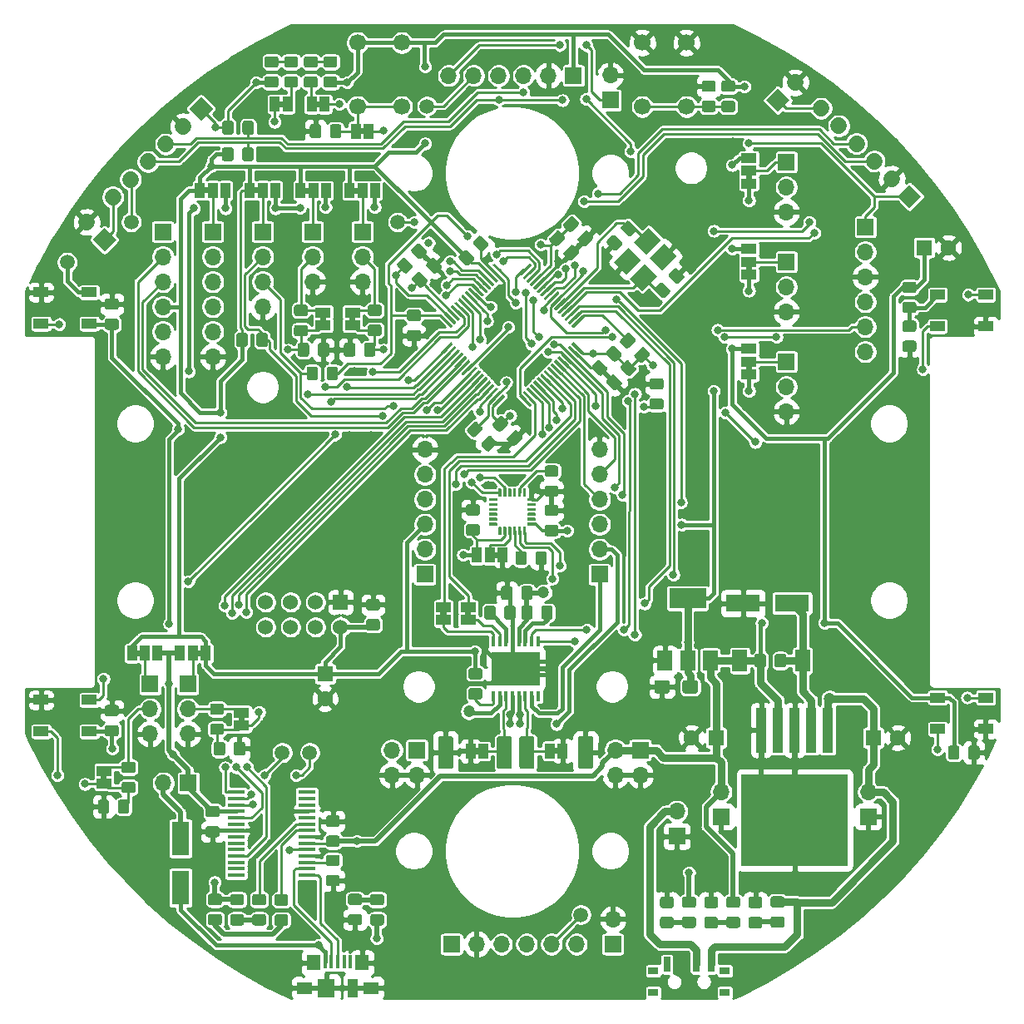
<source format=gbr>
G04 #@! TF.GenerationSoftware,KiCad,Pcbnew,(5.1.5)-3*
G04 #@! TF.CreationDate,2020-11-07T15:15:16-05:00*
G04 #@! TF.ProjectId,PRoMo,50526f4d-6f2e-46b6-9963-61645f706362,rev?*
G04 #@! TF.SameCoordinates,Original*
G04 #@! TF.FileFunction,Copper,L1,Top*
G04 #@! TF.FilePolarity,Positive*
%FSLAX46Y46*%
G04 Gerber Fmt 4.6, Leading zero omitted, Abs format (unit mm)*
G04 Created by KiCad (PCBNEW (5.1.5)-3) date 2020-11-07 15:15:16*
%MOMM*%
%LPD*%
G04 APERTURE LIST*
%ADD10C,0.100000*%
%ADD11C,1.500000*%
%ADD12C,1.524000*%
%ADD13R,1.524000X1.524000*%
%ADD14O,1.700000X1.700000*%
%ADD15R,1.700000X1.700000*%
%ADD16R,0.450000X1.050000*%
%ADD17R,5.000000X3.400000*%
%ADD18C,0.750000*%
%ADD19C,1.600000*%
%ADD20R,1.600000X1.600000*%
%ADD21R,3.800000X2.000000*%
%ADD22R,1.500000X2.000000*%
%ADD23R,1.500000X1.000000*%
%ADD24R,1.000000X1.500000*%
%ADD25R,3.500000X1.800000*%
%ADD26R,1.800000X3.500000*%
%ADD27C,1.700000*%
%ADD28R,0.450000X1.380000*%
%ADD29R,1.425000X1.550000*%
%ADD30R,1.650000X1.300000*%
%ADD31R,1.800000X1.900000*%
%ADD32R,1.000000X1.900000*%
%ADD33R,1.500000X2.200000*%
%ADD34C,1.700000*%
%ADD35R,0.700000X1.500000*%
%ADD36R,1.000000X0.800000*%
%ADD37R,1.100000X4.600000*%
%ADD38R,10.800000X9.400000*%
%ADD39R,1.750000X0.450000*%
%ADD40C,0.800000*%
%ADD41C,1.200000*%
%ADD42C,0.250000*%
%ADD43C,0.400000*%
%ADD44C,0.500000*%
%ADD45C,0.750000*%
%ADD46C,0.300000*%
%ADD47C,0.254000*%
G04 APERTURE END LIST*
D10*
G36*
X121518510Y-90400000D02*
G01*
X121518510Y-90900000D01*
X120918510Y-90900000D01*
X120918510Y-90400000D01*
X121518510Y-90400000D01*
G37*
G36*
X119318510Y-77300000D02*
G01*
X119818510Y-77300000D01*
X119818510Y-77900000D01*
X119318510Y-77900000D01*
X119318510Y-77300000D01*
G37*
G36*
X164258510Y-95920000D02*
G01*
X164258510Y-95420000D01*
X164858510Y-95420000D01*
X164858510Y-95920000D01*
X164258510Y-95920000D01*
G37*
G36*
X164258510Y-85760000D02*
G01*
X164258510Y-85260000D01*
X164858510Y-85260000D01*
X164858510Y-85760000D01*
X164258510Y-85760000D01*
G37*
G36*
X164268510Y-76500000D02*
G01*
X164268510Y-76000000D01*
X164868510Y-76000000D01*
X164868510Y-76500000D01*
X164268510Y-76500000D01*
G37*
G36*
X108868510Y-125000000D02*
G01*
X108368510Y-125000000D01*
X108368510Y-124400000D01*
X108868510Y-124400000D01*
X108868510Y-125000000D01*
G37*
G36*
X102168510Y-124400000D02*
G01*
X102668510Y-124400000D01*
X102668510Y-125000000D01*
X102168510Y-125000000D01*
X102168510Y-124400000D01*
G37*
G36*
X124318510Y-77300000D02*
G01*
X124818510Y-77300000D01*
X124818510Y-77900000D01*
X124318510Y-77900000D01*
X124318510Y-77300000D01*
G37*
G36*
X113218510Y-131150000D02*
G01*
X113218510Y-131650000D01*
X112618510Y-131650000D01*
X112618510Y-131150000D01*
X113218510Y-131150000D01*
G37*
G36*
X99218510Y-137050000D02*
G01*
X99218510Y-137550000D01*
X98618510Y-137550000D01*
X98618510Y-137050000D01*
X99218510Y-137050000D01*
G37*
G36*
X124518510Y-90400000D02*
G01*
X124518510Y-90900000D01*
X123918510Y-90900000D01*
X123918510Y-90400000D01*
X124518510Y-90400000D01*
G37*
G36*
X120968510Y-69100000D02*
G01*
X120468510Y-69100000D01*
X120468510Y-68500000D01*
X120968510Y-68500000D01*
X120968510Y-69100000D01*
G37*
G36*
X125468510Y-71850000D02*
G01*
X124968510Y-71850000D01*
X124968510Y-71250000D01*
X125468510Y-71250000D01*
X125468510Y-71850000D01*
G37*
G36*
X116718510Y-68500000D02*
G01*
X117218510Y-68500000D01*
X117218510Y-69100000D01*
X116718510Y-69100000D01*
X116718510Y-68500000D01*
G37*
G36*
X133768510Y-120400000D02*
G01*
X133768510Y-120900000D01*
X133168510Y-120900000D01*
X133168510Y-120400000D01*
X133768510Y-120400000D01*
G37*
G36*
X136268510Y-120400000D02*
G01*
X136268510Y-120900000D01*
X135668510Y-120900000D01*
X135668510Y-120400000D01*
X136268510Y-120400000D01*
G37*
G36*
X109088510Y-77280000D02*
G01*
X109588510Y-77280000D01*
X109588510Y-77880000D01*
X109088510Y-77880000D01*
X109088510Y-77280000D01*
G37*
G36*
X114168510Y-77280000D02*
G01*
X114668510Y-77280000D01*
X114668510Y-77880000D01*
X114168510Y-77880000D01*
X114168510Y-77280000D01*
G37*
G36*
X139068510Y-115000000D02*
G01*
X138568510Y-115000000D01*
X138568510Y-114400000D01*
X139068510Y-114400000D01*
X139068510Y-115000000D01*
G37*
G36*
X136622000Y-134356000D02*
G01*
X137122000Y-134356000D01*
X137122000Y-134956000D01*
X136622000Y-134956000D01*
X136622000Y-134356000D01*
G37*
G36*
X145192020Y-134922000D02*
G01*
X144692020Y-134922000D01*
X144692020Y-134322000D01*
X145192020Y-134322000D01*
X145192020Y-134922000D01*
G37*
G04 #@! TA.AperFunction,SMDPad,CuDef*
G36*
X152093934Y-86178858D02*
G01*
X150821142Y-84906066D01*
X152306066Y-83421142D01*
X153578858Y-84693934D01*
X152093934Y-86178858D01*
G37*
G04 #@! TD.AperFunction*
G04 #@! TA.AperFunction,SMDPad,CuDef*
G36*
X154144544Y-84128248D02*
G01*
X152871752Y-82855456D01*
X154356676Y-81370532D01*
X155629468Y-82643324D01*
X154144544Y-84128248D01*
G37*
G04 #@! TD.AperFunction*
G04 #@! TA.AperFunction,SMDPad,CuDef*
G36*
X155770890Y-85754594D02*
G01*
X154498098Y-84481802D01*
X155983022Y-82996878D01*
X157255814Y-84269670D01*
X155770890Y-85754594D01*
G37*
G04 #@! TD.AperFunction*
G04 #@! TA.AperFunction,SMDPad,CuDef*
G36*
X153720280Y-87805204D02*
G01*
X152447488Y-86532412D01*
X153932412Y-85047488D01*
X155205204Y-86320280D01*
X153720280Y-87805204D01*
G37*
G04 #@! TD.AperFunction*
D11*
X131800000Y-69000000D03*
D12*
X115380000Y-122040000D03*
X115380000Y-119500000D03*
X117920000Y-122040000D03*
X117920000Y-119500000D03*
X120460000Y-122040000D03*
X120460000Y-119500000D03*
X123000000Y-122040000D03*
D13*
X123000000Y-119500000D03*
D11*
X95168510Y-84900000D03*
D14*
X134000000Y-65900000D03*
X136540000Y-65900000D03*
X139080000Y-65900000D03*
X141620000Y-65900000D03*
X144160000Y-65900000D03*
D15*
X146700000Y-65900000D03*
G04 #@! TA.AperFunction,SMDPad,CuDef*
D10*
G36*
X181374505Y-86876204D02*
G01*
X181398773Y-86879804D01*
X181422572Y-86885765D01*
X181445671Y-86894030D01*
X181467850Y-86904520D01*
X181488893Y-86917132D01*
X181508599Y-86931747D01*
X181526777Y-86948223D01*
X181543253Y-86966401D01*
X181557868Y-86986107D01*
X181570480Y-87007150D01*
X181580970Y-87029329D01*
X181589235Y-87052428D01*
X181595196Y-87076227D01*
X181598796Y-87100495D01*
X181600000Y-87124999D01*
X181600000Y-87775001D01*
X181598796Y-87799505D01*
X181595196Y-87823773D01*
X181589235Y-87847572D01*
X181580970Y-87870671D01*
X181570480Y-87892850D01*
X181557868Y-87913893D01*
X181543253Y-87933599D01*
X181526777Y-87951777D01*
X181508599Y-87968253D01*
X181488893Y-87982868D01*
X181467850Y-87995480D01*
X181445671Y-88005970D01*
X181422572Y-88014235D01*
X181398773Y-88020196D01*
X181374505Y-88023796D01*
X181350001Y-88025000D01*
X180449999Y-88025000D01*
X180425495Y-88023796D01*
X180401227Y-88020196D01*
X180377428Y-88014235D01*
X180354329Y-88005970D01*
X180332150Y-87995480D01*
X180311107Y-87982868D01*
X180291401Y-87968253D01*
X180273223Y-87951777D01*
X180256747Y-87933599D01*
X180242132Y-87913893D01*
X180229520Y-87892850D01*
X180219030Y-87870671D01*
X180210765Y-87847572D01*
X180204804Y-87823773D01*
X180201204Y-87799505D01*
X180200000Y-87775001D01*
X180200000Y-87124999D01*
X180201204Y-87100495D01*
X180204804Y-87076227D01*
X180210765Y-87052428D01*
X180219030Y-87029329D01*
X180229520Y-87007150D01*
X180242132Y-86986107D01*
X180256747Y-86966401D01*
X180273223Y-86948223D01*
X180291401Y-86931747D01*
X180311107Y-86917132D01*
X180332150Y-86904520D01*
X180354329Y-86894030D01*
X180377428Y-86885765D01*
X180401227Y-86879804D01*
X180425495Y-86876204D01*
X180449999Y-86875000D01*
X181350001Y-86875000D01*
X181374505Y-86876204D01*
G37*
G04 #@! TD.AperFunction*
G04 #@! TA.AperFunction,SMDPad,CuDef*
G36*
X181374505Y-88926204D02*
G01*
X181398773Y-88929804D01*
X181422572Y-88935765D01*
X181445671Y-88944030D01*
X181467850Y-88954520D01*
X181488893Y-88967132D01*
X181508599Y-88981747D01*
X181526777Y-88998223D01*
X181543253Y-89016401D01*
X181557868Y-89036107D01*
X181570480Y-89057150D01*
X181580970Y-89079329D01*
X181589235Y-89102428D01*
X181595196Y-89126227D01*
X181598796Y-89150495D01*
X181600000Y-89174999D01*
X181600000Y-89825001D01*
X181598796Y-89849505D01*
X181595196Y-89873773D01*
X181589235Y-89897572D01*
X181580970Y-89920671D01*
X181570480Y-89942850D01*
X181557868Y-89963893D01*
X181543253Y-89983599D01*
X181526777Y-90001777D01*
X181508599Y-90018253D01*
X181488893Y-90032868D01*
X181467850Y-90045480D01*
X181445671Y-90055970D01*
X181422572Y-90064235D01*
X181398773Y-90070196D01*
X181374505Y-90073796D01*
X181350001Y-90075000D01*
X180449999Y-90075000D01*
X180425495Y-90073796D01*
X180401227Y-90070196D01*
X180377428Y-90064235D01*
X180354329Y-90055970D01*
X180332150Y-90045480D01*
X180311107Y-90032868D01*
X180291401Y-90018253D01*
X180273223Y-90001777D01*
X180256747Y-89983599D01*
X180242132Y-89963893D01*
X180229520Y-89942850D01*
X180219030Y-89920671D01*
X180210765Y-89897572D01*
X180204804Y-89873773D01*
X180201204Y-89849505D01*
X180200000Y-89825001D01*
X180200000Y-89174999D01*
X180201204Y-89150495D01*
X180204804Y-89126227D01*
X180210765Y-89102428D01*
X180219030Y-89079329D01*
X180229520Y-89057150D01*
X180242132Y-89036107D01*
X180256747Y-89016401D01*
X180273223Y-88998223D01*
X180291401Y-88981747D01*
X180311107Y-88967132D01*
X180332150Y-88954520D01*
X180354329Y-88944030D01*
X180377428Y-88935765D01*
X180401227Y-88929804D01*
X180425495Y-88926204D01*
X180449999Y-88925000D01*
X181350001Y-88925000D01*
X181374505Y-88926204D01*
G37*
G04 #@! TD.AperFunction*
G04 #@! TA.AperFunction,SMDPad,CuDef*
G36*
X143768015Y-114301204D02*
G01*
X143792283Y-114304804D01*
X143816082Y-114310765D01*
X143839181Y-114319030D01*
X143861360Y-114329520D01*
X143882403Y-114342132D01*
X143902109Y-114356747D01*
X143920287Y-114373223D01*
X143936763Y-114391401D01*
X143951378Y-114411107D01*
X143963990Y-114432150D01*
X143974480Y-114454329D01*
X143982745Y-114477428D01*
X143988706Y-114501227D01*
X143992306Y-114525495D01*
X143993510Y-114549999D01*
X143993510Y-115450001D01*
X143992306Y-115474505D01*
X143988706Y-115498773D01*
X143982745Y-115522572D01*
X143974480Y-115545671D01*
X143963990Y-115567850D01*
X143951378Y-115588893D01*
X143936763Y-115608599D01*
X143920287Y-115626777D01*
X143902109Y-115643253D01*
X143882403Y-115657868D01*
X143861360Y-115670480D01*
X143839181Y-115680970D01*
X143816082Y-115689235D01*
X143792283Y-115695196D01*
X143768015Y-115698796D01*
X143743511Y-115700000D01*
X143093509Y-115700000D01*
X143069005Y-115698796D01*
X143044737Y-115695196D01*
X143020938Y-115689235D01*
X142997839Y-115680970D01*
X142975660Y-115670480D01*
X142954617Y-115657868D01*
X142934911Y-115643253D01*
X142916733Y-115626777D01*
X142900257Y-115608599D01*
X142885642Y-115588893D01*
X142873030Y-115567850D01*
X142862540Y-115545671D01*
X142854275Y-115522572D01*
X142848314Y-115498773D01*
X142844714Y-115474505D01*
X142843510Y-115450001D01*
X142843510Y-114549999D01*
X142844714Y-114525495D01*
X142848314Y-114501227D01*
X142854275Y-114477428D01*
X142862540Y-114454329D01*
X142873030Y-114432150D01*
X142885642Y-114411107D01*
X142900257Y-114391401D01*
X142916733Y-114373223D01*
X142934911Y-114356747D01*
X142954617Y-114342132D01*
X142975660Y-114329520D01*
X142997839Y-114319030D01*
X143020938Y-114310765D01*
X143044737Y-114304804D01*
X143069005Y-114301204D01*
X143093509Y-114300000D01*
X143743511Y-114300000D01*
X143768015Y-114301204D01*
G37*
G04 #@! TD.AperFunction*
G04 #@! TA.AperFunction,SMDPad,CuDef*
G36*
X141718015Y-114301204D02*
G01*
X141742283Y-114304804D01*
X141766082Y-114310765D01*
X141789181Y-114319030D01*
X141811360Y-114329520D01*
X141832403Y-114342132D01*
X141852109Y-114356747D01*
X141870287Y-114373223D01*
X141886763Y-114391401D01*
X141901378Y-114411107D01*
X141913990Y-114432150D01*
X141924480Y-114454329D01*
X141932745Y-114477428D01*
X141938706Y-114501227D01*
X141942306Y-114525495D01*
X141943510Y-114549999D01*
X141943510Y-115450001D01*
X141942306Y-115474505D01*
X141938706Y-115498773D01*
X141932745Y-115522572D01*
X141924480Y-115545671D01*
X141913990Y-115567850D01*
X141901378Y-115588893D01*
X141886763Y-115608599D01*
X141870287Y-115626777D01*
X141852109Y-115643253D01*
X141832403Y-115657868D01*
X141811360Y-115670480D01*
X141789181Y-115680970D01*
X141766082Y-115689235D01*
X141742283Y-115695196D01*
X141718015Y-115698796D01*
X141693511Y-115700000D01*
X141043509Y-115700000D01*
X141019005Y-115698796D01*
X140994737Y-115695196D01*
X140970938Y-115689235D01*
X140947839Y-115680970D01*
X140925660Y-115670480D01*
X140904617Y-115657868D01*
X140884911Y-115643253D01*
X140866733Y-115626777D01*
X140850257Y-115608599D01*
X140835642Y-115588893D01*
X140823030Y-115567850D01*
X140812540Y-115545671D01*
X140804275Y-115522572D01*
X140798314Y-115498773D01*
X140794714Y-115474505D01*
X140793510Y-115450001D01*
X140793510Y-114549999D01*
X140794714Y-114525495D01*
X140798314Y-114501227D01*
X140804275Y-114477428D01*
X140812540Y-114454329D01*
X140823030Y-114432150D01*
X140835642Y-114411107D01*
X140850257Y-114391401D01*
X140866733Y-114373223D01*
X140884911Y-114356747D01*
X140904617Y-114342132D01*
X140925660Y-114329520D01*
X140947839Y-114319030D01*
X140970938Y-114310765D01*
X140994737Y-114304804D01*
X141019005Y-114301204D01*
X141043509Y-114300000D01*
X141693511Y-114300000D01*
X141718015Y-114301204D01*
G37*
G04 #@! TD.AperFunction*
D16*
X138541511Y-129044509D03*
X139191511Y-129044509D03*
X139841511Y-129044509D03*
X140491511Y-129044509D03*
X141141511Y-129044509D03*
X141791511Y-129044509D03*
X142441511Y-129044509D03*
X143091511Y-129044509D03*
X143091511Y-123494509D03*
X142441511Y-123494509D03*
X141791511Y-123494509D03*
X141141511Y-123494509D03*
X140491511Y-123494509D03*
X139841511Y-123494509D03*
X139191511Y-123494509D03*
X138541511Y-123494509D03*
D17*
X140816511Y-126269509D03*
D18*
X139316511Y-127019509D03*
X139316511Y-125519509D03*
X140816511Y-127019509D03*
X140816511Y-125519509D03*
X142316511Y-127019509D03*
X142316511Y-125519509D03*
D19*
X121418510Y-129300000D03*
D20*
X121418510Y-126800000D03*
D11*
X119868510Y-134800000D03*
X117068510Y-134800000D03*
D20*
X161218510Y-133300000D03*
D19*
X158718510Y-133300000D03*
D21*
X158318020Y-119113000D03*
D22*
X158318020Y-125413000D03*
X160618020Y-125413000D03*
X156018020Y-125413000D03*
D14*
X176400000Y-94000000D03*
X176400000Y-91460000D03*
X176400000Y-88920000D03*
X176400000Y-86380000D03*
X176400000Y-83840000D03*
D15*
X176400000Y-81300000D03*
D11*
X147468510Y-151300000D03*
X101700000Y-80800000D03*
G04 #@! TA.AperFunction,SMDPad,CuDef*
D10*
G36*
X119568015Y-93101204D02*
G01*
X119592283Y-93104804D01*
X119616082Y-93110765D01*
X119639181Y-93119030D01*
X119661360Y-93129520D01*
X119682403Y-93142132D01*
X119702109Y-93156747D01*
X119720287Y-93173223D01*
X119736763Y-93191401D01*
X119751378Y-93211107D01*
X119763990Y-93232150D01*
X119774480Y-93254329D01*
X119782745Y-93277428D01*
X119788706Y-93301227D01*
X119792306Y-93325495D01*
X119793510Y-93349999D01*
X119793510Y-94250001D01*
X119792306Y-94274505D01*
X119788706Y-94298773D01*
X119782745Y-94322572D01*
X119774480Y-94345671D01*
X119763990Y-94367850D01*
X119751378Y-94388893D01*
X119736763Y-94408599D01*
X119720287Y-94426777D01*
X119702109Y-94443253D01*
X119682403Y-94457868D01*
X119661360Y-94470480D01*
X119639181Y-94480970D01*
X119616082Y-94489235D01*
X119592283Y-94495196D01*
X119568015Y-94498796D01*
X119543511Y-94500000D01*
X118893509Y-94500000D01*
X118869005Y-94498796D01*
X118844737Y-94495196D01*
X118820938Y-94489235D01*
X118797839Y-94480970D01*
X118775660Y-94470480D01*
X118754617Y-94457868D01*
X118734911Y-94443253D01*
X118716733Y-94426777D01*
X118700257Y-94408599D01*
X118685642Y-94388893D01*
X118673030Y-94367850D01*
X118662540Y-94345671D01*
X118654275Y-94322572D01*
X118648314Y-94298773D01*
X118644714Y-94274505D01*
X118643510Y-94250001D01*
X118643510Y-93349999D01*
X118644714Y-93325495D01*
X118648314Y-93301227D01*
X118654275Y-93277428D01*
X118662540Y-93254329D01*
X118673030Y-93232150D01*
X118685642Y-93211107D01*
X118700257Y-93191401D01*
X118716733Y-93173223D01*
X118734911Y-93156747D01*
X118754617Y-93142132D01*
X118775660Y-93129520D01*
X118797839Y-93119030D01*
X118820938Y-93110765D01*
X118844737Y-93104804D01*
X118869005Y-93101204D01*
X118893509Y-93100000D01*
X119543511Y-93100000D01*
X119568015Y-93101204D01*
G37*
G04 #@! TD.AperFunction*
G04 #@! TA.AperFunction,SMDPad,CuDef*
G36*
X121618015Y-93101204D02*
G01*
X121642283Y-93104804D01*
X121666082Y-93110765D01*
X121689181Y-93119030D01*
X121711360Y-93129520D01*
X121732403Y-93142132D01*
X121752109Y-93156747D01*
X121770287Y-93173223D01*
X121786763Y-93191401D01*
X121801378Y-93211107D01*
X121813990Y-93232150D01*
X121824480Y-93254329D01*
X121832745Y-93277428D01*
X121838706Y-93301227D01*
X121842306Y-93325495D01*
X121843510Y-93349999D01*
X121843510Y-94250001D01*
X121842306Y-94274505D01*
X121838706Y-94298773D01*
X121832745Y-94322572D01*
X121824480Y-94345671D01*
X121813990Y-94367850D01*
X121801378Y-94388893D01*
X121786763Y-94408599D01*
X121770287Y-94426777D01*
X121752109Y-94443253D01*
X121732403Y-94457868D01*
X121711360Y-94470480D01*
X121689181Y-94480970D01*
X121666082Y-94489235D01*
X121642283Y-94495196D01*
X121618015Y-94498796D01*
X121593511Y-94500000D01*
X120943509Y-94500000D01*
X120919005Y-94498796D01*
X120894737Y-94495196D01*
X120870938Y-94489235D01*
X120847839Y-94480970D01*
X120825660Y-94470480D01*
X120804617Y-94457868D01*
X120784911Y-94443253D01*
X120766733Y-94426777D01*
X120750257Y-94408599D01*
X120735642Y-94388893D01*
X120723030Y-94367850D01*
X120712540Y-94345671D01*
X120704275Y-94322572D01*
X120698314Y-94298773D01*
X120694714Y-94274505D01*
X120693510Y-94250001D01*
X120693510Y-93349999D01*
X120694714Y-93325495D01*
X120698314Y-93301227D01*
X120704275Y-93277428D01*
X120712540Y-93254329D01*
X120723030Y-93232150D01*
X120735642Y-93211107D01*
X120750257Y-93191401D01*
X120766733Y-93173223D01*
X120784911Y-93156747D01*
X120804617Y-93142132D01*
X120825660Y-93129520D01*
X120847839Y-93119030D01*
X120870938Y-93110765D01*
X120894737Y-93104804D01*
X120919005Y-93101204D01*
X120943509Y-93100000D01*
X121593511Y-93100000D01*
X121618015Y-93101204D01*
G37*
G04 #@! TD.AperFunction*
G04 #@! TA.AperFunction,SMDPad,CuDef*
G36*
X119443015Y-89226204D02*
G01*
X119467283Y-89229804D01*
X119491082Y-89235765D01*
X119514181Y-89244030D01*
X119536360Y-89254520D01*
X119557403Y-89267132D01*
X119577109Y-89281747D01*
X119595287Y-89298223D01*
X119611763Y-89316401D01*
X119626378Y-89336107D01*
X119638990Y-89357150D01*
X119649480Y-89379329D01*
X119657745Y-89402428D01*
X119663706Y-89426227D01*
X119667306Y-89450495D01*
X119668510Y-89474999D01*
X119668510Y-90125001D01*
X119667306Y-90149505D01*
X119663706Y-90173773D01*
X119657745Y-90197572D01*
X119649480Y-90220671D01*
X119638990Y-90242850D01*
X119626378Y-90263893D01*
X119611763Y-90283599D01*
X119595287Y-90301777D01*
X119577109Y-90318253D01*
X119557403Y-90332868D01*
X119536360Y-90345480D01*
X119514181Y-90355970D01*
X119491082Y-90364235D01*
X119467283Y-90370196D01*
X119443015Y-90373796D01*
X119418511Y-90375000D01*
X118518509Y-90375000D01*
X118494005Y-90373796D01*
X118469737Y-90370196D01*
X118445938Y-90364235D01*
X118422839Y-90355970D01*
X118400660Y-90345480D01*
X118379617Y-90332868D01*
X118359911Y-90318253D01*
X118341733Y-90301777D01*
X118325257Y-90283599D01*
X118310642Y-90263893D01*
X118298030Y-90242850D01*
X118287540Y-90220671D01*
X118279275Y-90197572D01*
X118273314Y-90173773D01*
X118269714Y-90149505D01*
X118268510Y-90125001D01*
X118268510Y-89474999D01*
X118269714Y-89450495D01*
X118273314Y-89426227D01*
X118279275Y-89402428D01*
X118287540Y-89379329D01*
X118298030Y-89357150D01*
X118310642Y-89336107D01*
X118325257Y-89316401D01*
X118341733Y-89298223D01*
X118359911Y-89281747D01*
X118379617Y-89267132D01*
X118400660Y-89254520D01*
X118422839Y-89244030D01*
X118445938Y-89235765D01*
X118469737Y-89229804D01*
X118494005Y-89226204D01*
X118518509Y-89225000D01*
X119418511Y-89225000D01*
X119443015Y-89226204D01*
G37*
G04 #@! TD.AperFunction*
G04 #@! TA.AperFunction,SMDPad,CuDef*
G36*
X119443015Y-91276204D02*
G01*
X119467283Y-91279804D01*
X119491082Y-91285765D01*
X119514181Y-91294030D01*
X119536360Y-91304520D01*
X119557403Y-91317132D01*
X119577109Y-91331747D01*
X119595287Y-91348223D01*
X119611763Y-91366401D01*
X119626378Y-91386107D01*
X119638990Y-91407150D01*
X119649480Y-91429329D01*
X119657745Y-91452428D01*
X119663706Y-91476227D01*
X119667306Y-91500495D01*
X119668510Y-91524999D01*
X119668510Y-92175001D01*
X119667306Y-92199505D01*
X119663706Y-92223773D01*
X119657745Y-92247572D01*
X119649480Y-92270671D01*
X119638990Y-92292850D01*
X119626378Y-92313893D01*
X119611763Y-92333599D01*
X119595287Y-92351777D01*
X119577109Y-92368253D01*
X119557403Y-92382868D01*
X119536360Y-92395480D01*
X119514181Y-92405970D01*
X119491082Y-92414235D01*
X119467283Y-92420196D01*
X119443015Y-92423796D01*
X119418511Y-92425000D01*
X118518509Y-92425000D01*
X118494005Y-92423796D01*
X118469737Y-92420196D01*
X118445938Y-92414235D01*
X118422839Y-92405970D01*
X118400660Y-92395480D01*
X118379617Y-92382868D01*
X118359911Y-92368253D01*
X118341733Y-92351777D01*
X118325257Y-92333599D01*
X118310642Y-92313893D01*
X118298030Y-92292850D01*
X118287540Y-92270671D01*
X118279275Y-92247572D01*
X118273314Y-92223773D01*
X118269714Y-92199505D01*
X118268510Y-92175001D01*
X118268510Y-91524999D01*
X118269714Y-91500495D01*
X118273314Y-91476227D01*
X118279275Y-91452428D01*
X118287540Y-91429329D01*
X118298030Y-91407150D01*
X118310642Y-91386107D01*
X118325257Y-91366401D01*
X118341733Y-91348223D01*
X118359911Y-91331747D01*
X118379617Y-91317132D01*
X118400660Y-91304520D01*
X118422839Y-91294030D01*
X118445938Y-91285765D01*
X118469737Y-91279804D01*
X118494005Y-91276204D01*
X118518509Y-91275000D01*
X119418511Y-91275000D01*
X119443015Y-91276204D01*
G37*
G04 #@! TD.AperFunction*
D23*
X121218510Y-90000000D03*
X121218510Y-91300000D03*
D24*
X120218510Y-77600000D03*
X121518510Y-77600000D03*
X118918510Y-77600000D03*
D15*
X120148510Y-81800000D03*
D14*
X120148510Y-84340000D03*
X120148510Y-86880000D03*
G04 #@! TA.AperFunction,SMDPad,CuDef*
D10*
G36*
X160943015Y-66401204D02*
G01*
X160967283Y-66404804D01*
X160991082Y-66410765D01*
X161014181Y-66419030D01*
X161036360Y-66429520D01*
X161057403Y-66442132D01*
X161077109Y-66456747D01*
X161095287Y-66473223D01*
X161111763Y-66491401D01*
X161126378Y-66511107D01*
X161138990Y-66532150D01*
X161149480Y-66554329D01*
X161157745Y-66577428D01*
X161163706Y-66601227D01*
X161167306Y-66625495D01*
X161168510Y-66649999D01*
X161168510Y-67300001D01*
X161167306Y-67324505D01*
X161163706Y-67348773D01*
X161157745Y-67372572D01*
X161149480Y-67395671D01*
X161138990Y-67417850D01*
X161126378Y-67438893D01*
X161111763Y-67458599D01*
X161095287Y-67476777D01*
X161077109Y-67493253D01*
X161057403Y-67507868D01*
X161036360Y-67520480D01*
X161014181Y-67530970D01*
X160991082Y-67539235D01*
X160967283Y-67545196D01*
X160943015Y-67548796D01*
X160918511Y-67550000D01*
X160018509Y-67550000D01*
X159994005Y-67548796D01*
X159969737Y-67545196D01*
X159945938Y-67539235D01*
X159922839Y-67530970D01*
X159900660Y-67520480D01*
X159879617Y-67507868D01*
X159859911Y-67493253D01*
X159841733Y-67476777D01*
X159825257Y-67458599D01*
X159810642Y-67438893D01*
X159798030Y-67417850D01*
X159787540Y-67395671D01*
X159779275Y-67372572D01*
X159773314Y-67348773D01*
X159769714Y-67324505D01*
X159768510Y-67300001D01*
X159768510Y-66649999D01*
X159769714Y-66625495D01*
X159773314Y-66601227D01*
X159779275Y-66577428D01*
X159787540Y-66554329D01*
X159798030Y-66532150D01*
X159810642Y-66511107D01*
X159825257Y-66491401D01*
X159841733Y-66473223D01*
X159859911Y-66456747D01*
X159879617Y-66442132D01*
X159900660Y-66429520D01*
X159922839Y-66419030D01*
X159945938Y-66410765D01*
X159969737Y-66404804D01*
X159994005Y-66401204D01*
X160018509Y-66400000D01*
X160918511Y-66400000D01*
X160943015Y-66401204D01*
G37*
G04 #@! TD.AperFunction*
G04 #@! TA.AperFunction,SMDPad,CuDef*
G36*
X160943015Y-68451204D02*
G01*
X160967283Y-68454804D01*
X160991082Y-68460765D01*
X161014181Y-68469030D01*
X161036360Y-68479520D01*
X161057403Y-68492132D01*
X161077109Y-68506747D01*
X161095287Y-68523223D01*
X161111763Y-68541401D01*
X161126378Y-68561107D01*
X161138990Y-68582150D01*
X161149480Y-68604329D01*
X161157745Y-68627428D01*
X161163706Y-68651227D01*
X161167306Y-68675495D01*
X161168510Y-68699999D01*
X161168510Y-69350001D01*
X161167306Y-69374505D01*
X161163706Y-69398773D01*
X161157745Y-69422572D01*
X161149480Y-69445671D01*
X161138990Y-69467850D01*
X161126378Y-69488893D01*
X161111763Y-69508599D01*
X161095287Y-69526777D01*
X161077109Y-69543253D01*
X161057403Y-69557868D01*
X161036360Y-69570480D01*
X161014181Y-69580970D01*
X160991082Y-69589235D01*
X160967283Y-69595196D01*
X160943015Y-69598796D01*
X160918511Y-69600000D01*
X160018509Y-69600000D01*
X159994005Y-69598796D01*
X159969737Y-69595196D01*
X159945938Y-69589235D01*
X159922839Y-69580970D01*
X159900660Y-69570480D01*
X159879617Y-69557868D01*
X159859911Y-69543253D01*
X159841733Y-69526777D01*
X159825257Y-69508599D01*
X159810642Y-69488893D01*
X159798030Y-69467850D01*
X159787540Y-69445671D01*
X159779275Y-69422572D01*
X159773314Y-69398773D01*
X159769714Y-69374505D01*
X159768510Y-69350001D01*
X159768510Y-68699999D01*
X159769714Y-68675495D01*
X159773314Y-68651227D01*
X159779275Y-68627428D01*
X159787540Y-68604329D01*
X159798030Y-68582150D01*
X159810642Y-68561107D01*
X159825257Y-68541401D01*
X159841733Y-68523223D01*
X159859911Y-68506747D01*
X159879617Y-68492132D01*
X159900660Y-68479520D01*
X159922839Y-68469030D01*
X159945938Y-68460765D01*
X159969737Y-68454804D01*
X159994005Y-68451204D01*
X160018509Y-68450000D01*
X160918511Y-68450000D01*
X160943015Y-68451204D01*
G37*
G04 #@! TD.AperFunction*
G04 #@! TA.AperFunction,SMDPad,CuDef*
G36*
X155686548Y-86952764D02*
G01*
X155710816Y-86956364D01*
X155734615Y-86962325D01*
X155757714Y-86970590D01*
X155779893Y-86981080D01*
X155800936Y-86993692D01*
X155820642Y-87008307D01*
X155838820Y-87024783D01*
X156475217Y-87661180D01*
X156491693Y-87679358D01*
X156506308Y-87699064D01*
X156518920Y-87720107D01*
X156529410Y-87742286D01*
X156537675Y-87765385D01*
X156543636Y-87789184D01*
X156547236Y-87813452D01*
X156548440Y-87837956D01*
X156547236Y-87862460D01*
X156543636Y-87886728D01*
X156537675Y-87910527D01*
X156529410Y-87933626D01*
X156518920Y-87955805D01*
X156506308Y-87976848D01*
X156491693Y-87996554D01*
X156475217Y-88014732D01*
X156015596Y-88474353D01*
X155997418Y-88490829D01*
X155977712Y-88505444D01*
X155956669Y-88518056D01*
X155934490Y-88528546D01*
X155911391Y-88536811D01*
X155887592Y-88542772D01*
X155863324Y-88546372D01*
X155838820Y-88547576D01*
X155814316Y-88546372D01*
X155790048Y-88542772D01*
X155766249Y-88536811D01*
X155743150Y-88528546D01*
X155720971Y-88518056D01*
X155699928Y-88505444D01*
X155680222Y-88490829D01*
X155662044Y-88474353D01*
X155025647Y-87837956D01*
X155009171Y-87819778D01*
X154994556Y-87800072D01*
X154981944Y-87779029D01*
X154971454Y-87756850D01*
X154963189Y-87733751D01*
X154957228Y-87709952D01*
X154953628Y-87685684D01*
X154952424Y-87661180D01*
X154953628Y-87636676D01*
X154957228Y-87612408D01*
X154963189Y-87588609D01*
X154971454Y-87565510D01*
X154981944Y-87543331D01*
X154994556Y-87522288D01*
X155009171Y-87502582D01*
X155025647Y-87484404D01*
X155485268Y-87024783D01*
X155503446Y-87008307D01*
X155523152Y-86993692D01*
X155544195Y-86981080D01*
X155566374Y-86970590D01*
X155589473Y-86962325D01*
X155613272Y-86956364D01*
X155637540Y-86952764D01*
X155662044Y-86951560D01*
X155686548Y-86952764D01*
G37*
G04 #@! TD.AperFunction*
G04 #@! TA.AperFunction,SMDPad,CuDef*
G36*
X157136116Y-85503196D02*
G01*
X157160384Y-85506796D01*
X157184183Y-85512757D01*
X157207282Y-85521022D01*
X157229461Y-85531512D01*
X157250504Y-85544124D01*
X157270210Y-85558739D01*
X157288388Y-85575215D01*
X157924785Y-86211612D01*
X157941261Y-86229790D01*
X157955876Y-86249496D01*
X157968488Y-86270539D01*
X157978978Y-86292718D01*
X157987243Y-86315817D01*
X157993204Y-86339616D01*
X157996804Y-86363884D01*
X157998008Y-86388388D01*
X157996804Y-86412892D01*
X157993204Y-86437160D01*
X157987243Y-86460959D01*
X157978978Y-86484058D01*
X157968488Y-86506237D01*
X157955876Y-86527280D01*
X157941261Y-86546986D01*
X157924785Y-86565164D01*
X157465164Y-87024785D01*
X157446986Y-87041261D01*
X157427280Y-87055876D01*
X157406237Y-87068488D01*
X157384058Y-87078978D01*
X157360959Y-87087243D01*
X157337160Y-87093204D01*
X157312892Y-87096804D01*
X157288388Y-87098008D01*
X157263884Y-87096804D01*
X157239616Y-87093204D01*
X157215817Y-87087243D01*
X157192718Y-87078978D01*
X157170539Y-87068488D01*
X157149496Y-87055876D01*
X157129790Y-87041261D01*
X157111612Y-87024785D01*
X156475215Y-86388388D01*
X156458739Y-86370210D01*
X156444124Y-86350504D01*
X156431512Y-86329461D01*
X156421022Y-86307282D01*
X156412757Y-86284183D01*
X156406796Y-86260384D01*
X156403196Y-86236116D01*
X156401992Y-86211612D01*
X156403196Y-86187108D01*
X156406796Y-86162840D01*
X156412757Y-86139041D01*
X156421022Y-86115942D01*
X156431512Y-86093763D01*
X156444124Y-86072720D01*
X156458739Y-86053014D01*
X156475215Y-86034836D01*
X156934836Y-85575215D01*
X156953014Y-85558739D01*
X156972720Y-85544124D01*
X156993763Y-85531512D01*
X157015942Y-85521022D01*
X157039041Y-85512757D01*
X157062840Y-85506796D01*
X157087108Y-85503196D01*
X157111612Y-85501992D01*
X157136116Y-85503196D01*
G37*
G04 #@! TD.AperFunction*
G04 #@! TA.AperFunction,SMDPad,CuDef*
G36*
X150811332Y-82127980D02*
G01*
X150835600Y-82131580D01*
X150859399Y-82137541D01*
X150882498Y-82145806D01*
X150904677Y-82156296D01*
X150925720Y-82168908D01*
X150945426Y-82183523D01*
X150963604Y-82199999D01*
X151600001Y-82836396D01*
X151616477Y-82854574D01*
X151631092Y-82874280D01*
X151643704Y-82895323D01*
X151654194Y-82917502D01*
X151662459Y-82940601D01*
X151668420Y-82964400D01*
X151672020Y-82988668D01*
X151673224Y-83013172D01*
X151672020Y-83037676D01*
X151668420Y-83061944D01*
X151662459Y-83085743D01*
X151654194Y-83108842D01*
X151643704Y-83131021D01*
X151631092Y-83152064D01*
X151616477Y-83171770D01*
X151600001Y-83189948D01*
X151140380Y-83649569D01*
X151122202Y-83666045D01*
X151102496Y-83680660D01*
X151081453Y-83693272D01*
X151059274Y-83703762D01*
X151036175Y-83712027D01*
X151012376Y-83717988D01*
X150988108Y-83721588D01*
X150963604Y-83722792D01*
X150939100Y-83721588D01*
X150914832Y-83717988D01*
X150891033Y-83712027D01*
X150867934Y-83703762D01*
X150845755Y-83693272D01*
X150824712Y-83680660D01*
X150805006Y-83666045D01*
X150786828Y-83649569D01*
X150150431Y-83013172D01*
X150133955Y-82994994D01*
X150119340Y-82975288D01*
X150106728Y-82954245D01*
X150096238Y-82932066D01*
X150087973Y-82908967D01*
X150082012Y-82885168D01*
X150078412Y-82860900D01*
X150077208Y-82836396D01*
X150078412Y-82811892D01*
X150082012Y-82787624D01*
X150087973Y-82763825D01*
X150096238Y-82740726D01*
X150106728Y-82718547D01*
X150119340Y-82697504D01*
X150133955Y-82677798D01*
X150150431Y-82659620D01*
X150610052Y-82199999D01*
X150628230Y-82183523D01*
X150647936Y-82168908D01*
X150668979Y-82156296D01*
X150691158Y-82145806D01*
X150714257Y-82137541D01*
X150738056Y-82131580D01*
X150762324Y-82127980D01*
X150786828Y-82126776D01*
X150811332Y-82127980D01*
G37*
G04 #@! TD.AperFunction*
G04 #@! TA.AperFunction,SMDPad,CuDef*
G36*
X152260900Y-80678412D02*
G01*
X152285168Y-80682012D01*
X152308967Y-80687973D01*
X152332066Y-80696238D01*
X152354245Y-80706728D01*
X152375288Y-80719340D01*
X152394994Y-80733955D01*
X152413172Y-80750431D01*
X153049569Y-81386828D01*
X153066045Y-81405006D01*
X153080660Y-81424712D01*
X153093272Y-81445755D01*
X153103762Y-81467934D01*
X153112027Y-81491033D01*
X153117988Y-81514832D01*
X153121588Y-81539100D01*
X153122792Y-81563604D01*
X153121588Y-81588108D01*
X153117988Y-81612376D01*
X153112027Y-81636175D01*
X153103762Y-81659274D01*
X153093272Y-81681453D01*
X153080660Y-81702496D01*
X153066045Y-81722202D01*
X153049569Y-81740380D01*
X152589948Y-82200001D01*
X152571770Y-82216477D01*
X152552064Y-82231092D01*
X152531021Y-82243704D01*
X152508842Y-82254194D01*
X152485743Y-82262459D01*
X152461944Y-82268420D01*
X152437676Y-82272020D01*
X152413172Y-82273224D01*
X152388668Y-82272020D01*
X152364400Y-82268420D01*
X152340601Y-82262459D01*
X152317502Y-82254194D01*
X152295323Y-82243704D01*
X152274280Y-82231092D01*
X152254574Y-82216477D01*
X152236396Y-82200001D01*
X151599999Y-81563604D01*
X151583523Y-81545426D01*
X151568908Y-81525720D01*
X151556296Y-81504677D01*
X151545806Y-81482498D01*
X151537541Y-81459399D01*
X151531580Y-81435600D01*
X151527980Y-81411332D01*
X151526776Y-81386828D01*
X151527980Y-81362324D01*
X151531580Y-81338056D01*
X151537541Y-81314257D01*
X151545806Y-81291158D01*
X151556296Y-81268979D01*
X151568908Y-81247936D01*
X151583523Y-81228230D01*
X151599999Y-81210052D01*
X152059620Y-80750431D01*
X152077798Y-80733955D01*
X152097504Y-80719340D01*
X152118547Y-80706728D01*
X152140726Y-80696238D01*
X152163825Y-80687973D01*
X152187624Y-80682012D01*
X152211892Y-80678412D01*
X152236396Y-80677208D01*
X152260900Y-80678412D01*
G37*
G04 #@! TD.AperFunction*
G04 #@! TA.AperFunction,SMDPad,CuDef*
G36*
X135755058Y-83652764D02*
G01*
X135779326Y-83656364D01*
X135803125Y-83662325D01*
X135826224Y-83670590D01*
X135848403Y-83681080D01*
X135869446Y-83693692D01*
X135889152Y-83708307D01*
X135907330Y-83724783D01*
X136543727Y-84361180D01*
X136560203Y-84379358D01*
X136574818Y-84399064D01*
X136587430Y-84420107D01*
X136597920Y-84442286D01*
X136606185Y-84465385D01*
X136612146Y-84489184D01*
X136615746Y-84513452D01*
X136616950Y-84537956D01*
X136615746Y-84562460D01*
X136612146Y-84586728D01*
X136606185Y-84610527D01*
X136597920Y-84633626D01*
X136587430Y-84655805D01*
X136574818Y-84676848D01*
X136560203Y-84696554D01*
X136543727Y-84714732D01*
X136084106Y-85174353D01*
X136065928Y-85190829D01*
X136046222Y-85205444D01*
X136025179Y-85218056D01*
X136003000Y-85228546D01*
X135979901Y-85236811D01*
X135956102Y-85242772D01*
X135931834Y-85246372D01*
X135907330Y-85247576D01*
X135882826Y-85246372D01*
X135858558Y-85242772D01*
X135834759Y-85236811D01*
X135811660Y-85228546D01*
X135789481Y-85218056D01*
X135768438Y-85205444D01*
X135748732Y-85190829D01*
X135730554Y-85174353D01*
X135094157Y-84537956D01*
X135077681Y-84519778D01*
X135063066Y-84500072D01*
X135050454Y-84479029D01*
X135039964Y-84456850D01*
X135031699Y-84433751D01*
X135025738Y-84409952D01*
X135022138Y-84385684D01*
X135020934Y-84361180D01*
X135022138Y-84336676D01*
X135025738Y-84312408D01*
X135031699Y-84288609D01*
X135039964Y-84265510D01*
X135050454Y-84243331D01*
X135063066Y-84222288D01*
X135077681Y-84202582D01*
X135094157Y-84184404D01*
X135553778Y-83724783D01*
X135571956Y-83708307D01*
X135591662Y-83693692D01*
X135612705Y-83681080D01*
X135634884Y-83670590D01*
X135657983Y-83662325D01*
X135681782Y-83656364D01*
X135706050Y-83652764D01*
X135730554Y-83651560D01*
X135755058Y-83652764D01*
G37*
G04 #@! TD.AperFunction*
G04 #@! TA.AperFunction,SMDPad,CuDef*
G36*
X137204626Y-82203196D02*
G01*
X137228894Y-82206796D01*
X137252693Y-82212757D01*
X137275792Y-82221022D01*
X137297971Y-82231512D01*
X137319014Y-82244124D01*
X137338720Y-82258739D01*
X137356898Y-82275215D01*
X137993295Y-82911612D01*
X138009771Y-82929790D01*
X138024386Y-82949496D01*
X138036998Y-82970539D01*
X138047488Y-82992718D01*
X138055753Y-83015817D01*
X138061714Y-83039616D01*
X138065314Y-83063884D01*
X138066518Y-83088388D01*
X138065314Y-83112892D01*
X138061714Y-83137160D01*
X138055753Y-83160959D01*
X138047488Y-83184058D01*
X138036998Y-83206237D01*
X138024386Y-83227280D01*
X138009771Y-83246986D01*
X137993295Y-83265164D01*
X137533674Y-83724785D01*
X137515496Y-83741261D01*
X137495790Y-83755876D01*
X137474747Y-83768488D01*
X137452568Y-83778978D01*
X137429469Y-83787243D01*
X137405670Y-83793204D01*
X137381402Y-83796804D01*
X137356898Y-83798008D01*
X137332394Y-83796804D01*
X137308126Y-83793204D01*
X137284327Y-83787243D01*
X137261228Y-83778978D01*
X137239049Y-83768488D01*
X137218006Y-83755876D01*
X137198300Y-83741261D01*
X137180122Y-83724785D01*
X136543725Y-83088388D01*
X136527249Y-83070210D01*
X136512634Y-83050504D01*
X136500022Y-83029461D01*
X136489532Y-83007282D01*
X136481267Y-82984183D01*
X136475306Y-82960384D01*
X136471706Y-82936116D01*
X136470502Y-82911612D01*
X136471706Y-82887108D01*
X136475306Y-82862840D01*
X136481267Y-82839041D01*
X136489532Y-82815942D01*
X136500022Y-82793763D01*
X136512634Y-82772720D01*
X136527249Y-82753014D01*
X136543725Y-82734836D01*
X137003346Y-82275215D01*
X137021524Y-82258739D01*
X137041230Y-82244124D01*
X137062273Y-82231512D01*
X137084452Y-82221022D01*
X137107551Y-82212757D01*
X137131350Y-82206796D01*
X137155618Y-82203196D01*
X137180122Y-82201992D01*
X137204626Y-82203196D01*
G37*
G04 #@! TD.AperFunction*
G04 #@! TA.AperFunction,SMDPad,CuDef*
G36*
X140831402Y-102003196D02*
G01*
X140855670Y-102006796D01*
X140879469Y-102012757D01*
X140902568Y-102021022D01*
X140924747Y-102031512D01*
X140945790Y-102044124D01*
X140965496Y-102058739D01*
X140983674Y-102075215D01*
X141443295Y-102534836D01*
X141459771Y-102553014D01*
X141474386Y-102572720D01*
X141486998Y-102593763D01*
X141497488Y-102615942D01*
X141505753Y-102639041D01*
X141511714Y-102662840D01*
X141515314Y-102687108D01*
X141516518Y-102711612D01*
X141515314Y-102736116D01*
X141511714Y-102760384D01*
X141505753Y-102784183D01*
X141497488Y-102807282D01*
X141486998Y-102829461D01*
X141474386Y-102850504D01*
X141459771Y-102870210D01*
X141443295Y-102888388D01*
X140806898Y-103524785D01*
X140788720Y-103541261D01*
X140769014Y-103555876D01*
X140747971Y-103568488D01*
X140725792Y-103578978D01*
X140702693Y-103587243D01*
X140678894Y-103593204D01*
X140654626Y-103596804D01*
X140630122Y-103598008D01*
X140605618Y-103596804D01*
X140581350Y-103593204D01*
X140557551Y-103587243D01*
X140534452Y-103578978D01*
X140512273Y-103568488D01*
X140491230Y-103555876D01*
X140471524Y-103541261D01*
X140453346Y-103524785D01*
X139993725Y-103065164D01*
X139977249Y-103046986D01*
X139962634Y-103027280D01*
X139950022Y-103006237D01*
X139939532Y-102984058D01*
X139931267Y-102960959D01*
X139925306Y-102937160D01*
X139921706Y-102912892D01*
X139920502Y-102888388D01*
X139921706Y-102863884D01*
X139925306Y-102839616D01*
X139931267Y-102815817D01*
X139939532Y-102792718D01*
X139950022Y-102770539D01*
X139962634Y-102749496D01*
X139977249Y-102729790D01*
X139993725Y-102711612D01*
X140630122Y-102075215D01*
X140648300Y-102058739D01*
X140668006Y-102044124D01*
X140689049Y-102031512D01*
X140711228Y-102021022D01*
X140734327Y-102012757D01*
X140758126Y-102006796D01*
X140782394Y-102003196D01*
X140806898Y-102001992D01*
X140831402Y-102003196D01*
G37*
G04 #@! TD.AperFunction*
G04 #@! TA.AperFunction,SMDPad,CuDef*
G36*
X139381834Y-100553628D02*
G01*
X139406102Y-100557228D01*
X139429901Y-100563189D01*
X139453000Y-100571454D01*
X139475179Y-100581944D01*
X139496222Y-100594556D01*
X139515928Y-100609171D01*
X139534106Y-100625647D01*
X139993727Y-101085268D01*
X140010203Y-101103446D01*
X140024818Y-101123152D01*
X140037430Y-101144195D01*
X140047920Y-101166374D01*
X140056185Y-101189473D01*
X140062146Y-101213272D01*
X140065746Y-101237540D01*
X140066950Y-101262044D01*
X140065746Y-101286548D01*
X140062146Y-101310816D01*
X140056185Y-101334615D01*
X140047920Y-101357714D01*
X140037430Y-101379893D01*
X140024818Y-101400936D01*
X140010203Y-101420642D01*
X139993727Y-101438820D01*
X139357330Y-102075217D01*
X139339152Y-102091693D01*
X139319446Y-102106308D01*
X139298403Y-102118920D01*
X139276224Y-102129410D01*
X139253125Y-102137675D01*
X139229326Y-102143636D01*
X139205058Y-102147236D01*
X139180554Y-102148440D01*
X139156050Y-102147236D01*
X139131782Y-102143636D01*
X139107983Y-102137675D01*
X139084884Y-102129410D01*
X139062705Y-102118920D01*
X139041662Y-102106308D01*
X139021956Y-102091693D01*
X139003778Y-102075217D01*
X138544157Y-101615596D01*
X138527681Y-101597418D01*
X138513066Y-101577712D01*
X138500454Y-101556669D01*
X138489964Y-101534490D01*
X138481699Y-101511391D01*
X138475738Y-101487592D01*
X138472138Y-101463324D01*
X138470934Y-101438820D01*
X138472138Y-101414316D01*
X138475738Y-101390048D01*
X138481699Y-101366249D01*
X138489964Y-101343150D01*
X138500454Y-101320971D01*
X138513066Y-101299928D01*
X138527681Y-101280222D01*
X138544157Y-101262044D01*
X139180554Y-100625647D01*
X139198732Y-100609171D01*
X139218438Y-100594556D01*
X139239481Y-100581944D01*
X139261660Y-100571454D01*
X139284759Y-100563189D01*
X139308558Y-100557228D01*
X139332826Y-100553628D01*
X139357330Y-100552424D01*
X139381834Y-100553628D01*
G37*
G04 #@! TD.AperFunction*
G04 #@! TA.AperFunction,SMDPad,CuDef*
G36*
X129479842Y-84427980D02*
G01*
X129504110Y-84431580D01*
X129527909Y-84437541D01*
X129551008Y-84445806D01*
X129573187Y-84456296D01*
X129594230Y-84468908D01*
X129613936Y-84483523D01*
X129632114Y-84499999D01*
X130268511Y-85136396D01*
X130284987Y-85154574D01*
X130299602Y-85174280D01*
X130312214Y-85195323D01*
X130322704Y-85217502D01*
X130330969Y-85240601D01*
X130336930Y-85264400D01*
X130340530Y-85288668D01*
X130341734Y-85313172D01*
X130340530Y-85337676D01*
X130336930Y-85361944D01*
X130330969Y-85385743D01*
X130322704Y-85408842D01*
X130312214Y-85431021D01*
X130299602Y-85452064D01*
X130284987Y-85471770D01*
X130268511Y-85489948D01*
X129808890Y-85949569D01*
X129790712Y-85966045D01*
X129771006Y-85980660D01*
X129749963Y-85993272D01*
X129727784Y-86003762D01*
X129704685Y-86012027D01*
X129680886Y-86017988D01*
X129656618Y-86021588D01*
X129632114Y-86022792D01*
X129607610Y-86021588D01*
X129583342Y-86017988D01*
X129559543Y-86012027D01*
X129536444Y-86003762D01*
X129514265Y-85993272D01*
X129493222Y-85980660D01*
X129473516Y-85966045D01*
X129455338Y-85949569D01*
X128818941Y-85313172D01*
X128802465Y-85294994D01*
X128787850Y-85275288D01*
X128775238Y-85254245D01*
X128764748Y-85232066D01*
X128756483Y-85208967D01*
X128750522Y-85185168D01*
X128746922Y-85160900D01*
X128745718Y-85136396D01*
X128746922Y-85111892D01*
X128750522Y-85087624D01*
X128756483Y-85063825D01*
X128764748Y-85040726D01*
X128775238Y-85018547D01*
X128787850Y-84997504D01*
X128802465Y-84977798D01*
X128818941Y-84959620D01*
X129278562Y-84499999D01*
X129296740Y-84483523D01*
X129316446Y-84468908D01*
X129337489Y-84456296D01*
X129359668Y-84445806D01*
X129382767Y-84437541D01*
X129406566Y-84431580D01*
X129430834Y-84427980D01*
X129455338Y-84426776D01*
X129479842Y-84427980D01*
G37*
G04 #@! TD.AperFunction*
G04 #@! TA.AperFunction,SMDPad,CuDef*
G36*
X130929410Y-82978412D02*
G01*
X130953678Y-82982012D01*
X130977477Y-82987973D01*
X131000576Y-82996238D01*
X131022755Y-83006728D01*
X131043798Y-83019340D01*
X131063504Y-83033955D01*
X131081682Y-83050431D01*
X131718079Y-83686828D01*
X131734555Y-83705006D01*
X131749170Y-83724712D01*
X131761782Y-83745755D01*
X131772272Y-83767934D01*
X131780537Y-83791033D01*
X131786498Y-83814832D01*
X131790098Y-83839100D01*
X131791302Y-83863604D01*
X131790098Y-83888108D01*
X131786498Y-83912376D01*
X131780537Y-83936175D01*
X131772272Y-83959274D01*
X131761782Y-83981453D01*
X131749170Y-84002496D01*
X131734555Y-84022202D01*
X131718079Y-84040380D01*
X131258458Y-84500001D01*
X131240280Y-84516477D01*
X131220574Y-84531092D01*
X131199531Y-84543704D01*
X131177352Y-84554194D01*
X131154253Y-84562459D01*
X131130454Y-84568420D01*
X131106186Y-84572020D01*
X131081682Y-84573224D01*
X131057178Y-84572020D01*
X131032910Y-84568420D01*
X131009111Y-84562459D01*
X130986012Y-84554194D01*
X130963833Y-84543704D01*
X130942790Y-84531092D01*
X130923084Y-84516477D01*
X130904906Y-84500001D01*
X130268509Y-83863604D01*
X130252033Y-83845426D01*
X130237418Y-83825720D01*
X130224806Y-83804677D01*
X130214316Y-83782498D01*
X130206051Y-83759399D01*
X130200090Y-83735600D01*
X130196490Y-83711332D01*
X130195286Y-83686828D01*
X130196490Y-83662324D01*
X130200090Y-83638056D01*
X130206051Y-83614257D01*
X130214316Y-83591158D01*
X130224806Y-83568979D01*
X130237418Y-83547936D01*
X130252033Y-83528230D01*
X130268509Y-83510052D01*
X130728130Y-83050431D01*
X130746308Y-83033955D01*
X130766014Y-83019340D01*
X130787057Y-83006728D01*
X130809236Y-82996238D01*
X130832335Y-82987973D01*
X130856134Y-82982012D01*
X130880402Y-82978412D01*
X130904906Y-82977208D01*
X130929410Y-82978412D01*
G37*
G04 #@! TD.AperFunction*
G04 #@! TA.AperFunction,SMDPad,CuDef*
G36*
X130943015Y-89726204D02*
G01*
X130967283Y-89729804D01*
X130991082Y-89735765D01*
X131014181Y-89744030D01*
X131036360Y-89754520D01*
X131057403Y-89767132D01*
X131077109Y-89781747D01*
X131095287Y-89798223D01*
X131111763Y-89816401D01*
X131126378Y-89836107D01*
X131138990Y-89857150D01*
X131149480Y-89879329D01*
X131157745Y-89902428D01*
X131163706Y-89926227D01*
X131167306Y-89950495D01*
X131168510Y-89974999D01*
X131168510Y-90625001D01*
X131167306Y-90649505D01*
X131163706Y-90673773D01*
X131157745Y-90697572D01*
X131149480Y-90720671D01*
X131138990Y-90742850D01*
X131126378Y-90763893D01*
X131111763Y-90783599D01*
X131095287Y-90801777D01*
X131077109Y-90818253D01*
X131057403Y-90832868D01*
X131036360Y-90845480D01*
X131014181Y-90855970D01*
X130991082Y-90864235D01*
X130967283Y-90870196D01*
X130943015Y-90873796D01*
X130918511Y-90875000D01*
X130018509Y-90875000D01*
X129994005Y-90873796D01*
X129969737Y-90870196D01*
X129945938Y-90864235D01*
X129922839Y-90855970D01*
X129900660Y-90845480D01*
X129879617Y-90832868D01*
X129859911Y-90818253D01*
X129841733Y-90801777D01*
X129825257Y-90783599D01*
X129810642Y-90763893D01*
X129798030Y-90742850D01*
X129787540Y-90720671D01*
X129779275Y-90697572D01*
X129773314Y-90673773D01*
X129769714Y-90649505D01*
X129768510Y-90625001D01*
X129768510Y-89974999D01*
X129769714Y-89950495D01*
X129773314Y-89926227D01*
X129779275Y-89902428D01*
X129787540Y-89879329D01*
X129798030Y-89857150D01*
X129810642Y-89836107D01*
X129825257Y-89816401D01*
X129841733Y-89798223D01*
X129859911Y-89781747D01*
X129879617Y-89767132D01*
X129900660Y-89754520D01*
X129922839Y-89744030D01*
X129945938Y-89735765D01*
X129969737Y-89729804D01*
X129994005Y-89726204D01*
X130018509Y-89725000D01*
X130918511Y-89725000D01*
X130943015Y-89726204D01*
G37*
G04 #@! TD.AperFunction*
G04 #@! TA.AperFunction,SMDPad,CuDef*
G36*
X130943015Y-91776204D02*
G01*
X130967283Y-91779804D01*
X130991082Y-91785765D01*
X131014181Y-91794030D01*
X131036360Y-91804520D01*
X131057403Y-91817132D01*
X131077109Y-91831747D01*
X131095287Y-91848223D01*
X131111763Y-91866401D01*
X131126378Y-91886107D01*
X131138990Y-91907150D01*
X131149480Y-91929329D01*
X131157745Y-91952428D01*
X131163706Y-91976227D01*
X131167306Y-92000495D01*
X131168510Y-92024999D01*
X131168510Y-92675001D01*
X131167306Y-92699505D01*
X131163706Y-92723773D01*
X131157745Y-92747572D01*
X131149480Y-92770671D01*
X131138990Y-92792850D01*
X131126378Y-92813893D01*
X131111763Y-92833599D01*
X131095287Y-92851777D01*
X131077109Y-92868253D01*
X131057403Y-92882868D01*
X131036360Y-92895480D01*
X131014181Y-92905970D01*
X130991082Y-92914235D01*
X130967283Y-92920196D01*
X130943015Y-92923796D01*
X130918511Y-92925000D01*
X130018509Y-92925000D01*
X129994005Y-92923796D01*
X129969737Y-92920196D01*
X129945938Y-92914235D01*
X129922839Y-92905970D01*
X129900660Y-92895480D01*
X129879617Y-92882868D01*
X129859911Y-92868253D01*
X129841733Y-92851777D01*
X129825257Y-92833599D01*
X129810642Y-92813893D01*
X129798030Y-92792850D01*
X129787540Y-92770671D01*
X129779275Y-92747572D01*
X129773314Y-92723773D01*
X129769714Y-92699505D01*
X129768510Y-92675001D01*
X129768510Y-92024999D01*
X129769714Y-92000495D01*
X129773314Y-91976227D01*
X129779275Y-91952428D01*
X129787540Y-91929329D01*
X129798030Y-91907150D01*
X129810642Y-91886107D01*
X129825257Y-91866401D01*
X129841733Y-91848223D01*
X129859911Y-91831747D01*
X129879617Y-91817132D01*
X129900660Y-91804520D01*
X129922839Y-91794030D01*
X129945938Y-91785765D01*
X129969737Y-91779804D01*
X129994005Y-91776204D01*
X130018509Y-91775000D01*
X130918511Y-91775000D01*
X130943015Y-91776204D01*
G37*
G04 #@! TD.AperFunction*
G04 #@! TA.AperFunction,SMDPad,CuDef*
G36*
X138230970Y-102552764D02*
G01*
X138255238Y-102556364D01*
X138279037Y-102562325D01*
X138302136Y-102570590D01*
X138324315Y-102581080D01*
X138345358Y-102593692D01*
X138365064Y-102608307D01*
X138383242Y-102624783D01*
X138842863Y-103084404D01*
X138859339Y-103102582D01*
X138873954Y-103122288D01*
X138886566Y-103143331D01*
X138897056Y-103165510D01*
X138905321Y-103188609D01*
X138911282Y-103212408D01*
X138914882Y-103236676D01*
X138916086Y-103261180D01*
X138914882Y-103285684D01*
X138911282Y-103309952D01*
X138905321Y-103333751D01*
X138897056Y-103356850D01*
X138886566Y-103379029D01*
X138873954Y-103400072D01*
X138859339Y-103419778D01*
X138842863Y-103437956D01*
X138206466Y-104074353D01*
X138188288Y-104090829D01*
X138168582Y-104105444D01*
X138147539Y-104118056D01*
X138125360Y-104128546D01*
X138102261Y-104136811D01*
X138078462Y-104142772D01*
X138054194Y-104146372D01*
X138029690Y-104147576D01*
X138005186Y-104146372D01*
X137980918Y-104142772D01*
X137957119Y-104136811D01*
X137934020Y-104128546D01*
X137911841Y-104118056D01*
X137890798Y-104105444D01*
X137871092Y-104090829D01*
X137852914Y-104074353D01*
X137393293Y-103614732D01*
X137376817Y-103596554D01*
X137362202Y-103576848D01*
X137349590Y-103555805D01*
X137339100Y-103533626D01*
X137330835Y-103510527D01*
X137324874Y-103486728D01*
X137321274Y-103462460D01*
X137320070Y-103437956D01*
X137321274Y-103413452D01*
X137324874Y-103389184D01*
X137330835Y-103365385D01*
X137339100Y-103342286D01*
X137349590Y-103320107D01*
X137362202Y-103299064D01*
X137376817Y-103279358D01*
X137393293Y-103261180D01*
X138029690Y-102624783D01*
X138047868Y-102608307D01*
X138067574Y-102593692D01*
X138088617Y-102581080D01*
X138110796Y-102570590D01*
X138133895Y-102562325D01*
X138157694Y-102556364D01*
X138181962Y-102552764D01*
X138206466Y-102551560D01*
X138230970Y-102552764D01*
G37*
G04 #@! TD.AperFunction*
G04 #@! TA.AperFunction,SMDPad,CuDef*
G36*
X136781402Y-101103196D02*
G01*
X136805670Y-101106796D01*
X136829469Y-101112757D01*
X136852568Y-101121022D01*
X136874747Y-101131512D01*
X136895790Y-101144124D01*
X136915496Y-101158739D01*
X136933674Y-101175215D01*
X137393295Y-101634836D01*
X137409771Y-101653014D01*
X137424386Y-101672720D01*
X137436998Y-101693763D01*
X137447488Y-101715942D01*
X137455753Y-101739041D01*
X137461714Y-101762840D01*
X137465314Y-101787108D01*
X137466518Y-101811612D01*
X137465314Y-101836116D01*
X137461714Y-101860384D01*
X137455753Y-101884183D01*
X137447488Y-101907282D01*
X137436998Y-101929461D01*
X137424386Y-101950504D01*
X137409771Y-101970210D01*
X137393295Y-101988388D01*
X136756898Y-102624785D01*
X136738720Y-102641261D01*
X136719014Y-102655876D01*
X136697971Y-102668488D01*
X136675792Y-102678978D01*
X136652693Y-102687243D01*
X136628894Y-102693204D01*
X136604626Y-102696804D01*
X136580122Y-102698008D01*
X136555618Y-102696804D01*
X136531350Y-102693204D01*
X136507551Y-102687243D01*
X136484452Y-102678978D01*
X136462273Y-102668488D01*
X136441230Y-102655876D01*
X136421524Y-102641261D01*
X136403346Y-102624785D01*
X135943725Y-102165164D01*
X135927249Y-102146986D01*
X135912634Y-102127280D01*
X135900022Y-102106237D01*
X135889532Y-102084058D01*
X135881267Y-102060959D01*
X135875306Y-102037160D01*
X135871706Y-102012892D01*
X135870502Y-101988388D01*
X135871706Y-101963884D01*
X135875306Y-101939616D01*
X135881267Y-101915817D01*
X135889532Y-101892718D01*
X135900022Y-101870539D01*
X135912634Y-101849496D01*
X135927249Y-101829790D01*
X135943725Y-101811612D01*
X136580122Y-101175215D01*
X136598300Y-101158739D01*
X136618006Y-101144124D01*
X136639049Y-101131512D01*
X136661228Y-101121022D01*
X136684327Y-101112757D01*
X136708126Y-101106796D01*
X136732394Y-101103196D01*
X136756898Y-101101992D01*
X136781402Y-101103196D01*
G37*
G04 #@! TD.AperFunction*
G04 #@! TA.AperFunction,SMDPad,CuDef*
G36*
X149305058Y-94852764D02*
G01*
X149329326Y-94856364D01*
X149353125Y-94862325D01*
X149376224Y-94870590D01*
X149398403Y-94881080D01*
X149419446Y-94893692D01*
X149439152Y-94908307D01*
X149457330Y-94924783D01*
X150093727Y-95561180D01*
X150110203Y-95579358D01*
X150124818Y-95599064D01*
X150137430Y-95620107D01*
X150147920Y-95642286D01*
X150156185Y-95665385D01*
X150162146Y-95689184D01*
X150165746Y-95713452D01*
X150166950Y-95737956D01*
X150165746Y-95762460D01*
X150162146Y-95786728D01*
X150156185Y-95810527D01*
X150147920Y-95833626D01*
X150137430Y-95855805D01*
X150124818Y-95876848D01*
X150110203Y-95896554D01*
X150093727Y-95914732D01*
X149634106Y-96374353D01*
X149615928Y-96390829D01*
X149596222Y-96405444D01*
X149575179Y-96418056D01*
X149553000Y-96428546D01*
X149529901Y-96436811D01*
X149506102Y-96442772D01*
X149481834Y-96446372D01*
X149457330Y-96447576D01*
X149432826Y-96446372D01*
X149408558Y-96442772D01*
X149384759Y-96436811D01*
X149361660Y-96428546D01*
X149339481Y-96418056D01*
X149318438Y-96405444D01*
X149298732Y-96390829D01*
X149280554Y-96374353D01*
X148644157Y-95737956D01*
X148627681Y-95719778D01*
X148613066Y-95700072D01*
X148600454Y-95679029D01*
X148589964Y-95656850D01*
X148581699Y-95633751D01*
X148575738Y-95609952D01*
X148572138Y-95585684D01*
X148570934Y-95561180D01*
X148572138Y-95536676D01*
X148575738Y-95512408D01*
X148581699Y-95488609D01*
X148589964Y-95465510D01*
X148600454Y-95443331D01*
X148613066Y-95422288D01*
X148627681Y-95402582D01*
X148644157Y-95384404D01*
X149103778Y-94924783D01*
X149121956Y-94908307D01*
X149141662Y-94893692D01*
X149162705Y-94881080D01*
X149184884Y-94870590D01*
X149207983Y-94862325D01*
X149231782Y-94856364D01*
X149256050Y-94852764D01*
X149280554Y-94851560D01*
X149305058Y-94852764D01*
G37*
G04 #@! TD.AperFunction*
G04 #@! TA.AperFunction,SMDPad,CuDef*
G36*
X150754626Y-93403196D02*
G01*
X150778894Y-93406796D01*
X150802693Y-93412757D01*
X150825792Y-93421022D01*
X150847971Y-93431512D01*
X150869014Y-93444124D01*
X150888720Y-93458739D01*
X150906898Y-93475215D01*
X151543295Y-94111612D01*
X151559771Y-94129790D01*
X151574386Y-94149496D01*
X151586998Y-94170539D01*
X151597488Y-94192718D01*
X151605753Y-94215817D01*
X151611714Y-94239616D01*
X151615314Y-94263884D01*
X151616518Y-94288388D01*
X151615314Y-94312892D01*
X151611714Y-94337160D01*
X151605753Y-94360959D01*
X151597488Y-94384058D01*
X151586998Y-94406237D01*
X151574386Y-94427280D01*
X151559771Y-94446986D01*
X151543295Y-94465164D01*
X151083674Y-94924785D01*
X151065496Y-94941261D01*
X151045790Y-94955876D01*
X151024747Y-94968488D01*
X151002568Y-94978978D01*
X150979469Y-94987243D01*
X150955670Y-94993204D01*
X150931402Y-94996804D01*
X150906898Y-94998008D01*
X150882394Y-94996804D01*
X150858126Y-94993204D01*
X150834327Y-94987243D01*
X150811228Y-94978978D01*
X150789049Y-94968488D01*
X150768006Y-94955876D01*
X150748300Y-94941261D01*
X150730122Y-94924785D01*
X150093725Y-94288388D01*
X150077249Y-94270210D01*
X150062634Y-94250504D01*
X150050022Y-94229461D01*
X150039532Y-94207282D01*
X150031267Y-94184183D01*
X150025306Y-94160384D01*
X150021706Y-94136116D01*
X150020502Y-94111612D01*
X150021706Y-94087108D01*
X150025306Y-94062840D01*
X150031267Y-94039041D01*
X150039532Y-94015942D01*
X150050022Y-93993763D01*
X150062634Y-93972720D01*
X150077249Y-93953014D01*
X150093725Y-93934836D01*
X150553346Y-93475215D01*
X150571524Y-93458739D01*
X150591230Y-93444124D01*
X150612273Y-93431512D01*
X150634452Y-93421022D01*
X150657551Y-93412757D01*
X150681350Y-93406796D01*
X150705618Y-93403196D01*
X150730122Y-93401992D01*
X150754626Y-93403196D01*
G37*
G04 #@! TD.AperFunction*
G04 #@! TA.AperFunction,SMDPad,CuDef*
G36*
X152356618Y-92078412D02*
G01*
X152380886Y-92082012D01*
X152404685Y-92087973D01*
X152427784Y-92096238D01*
X152449963Y-92106728D01*
X152471006Y-92119340D01*
X152490712Y-92133955D01*
X152508890Y-92150431D01*
X152968511Y-92610052D01*
X152984987Y-92628230D01*
X152999602Y-92647936D01*
X153012214Y-92668979D01*
X153022704Y-92691158D01*
X153030969Y-92714257D01*
X153036930Y-92738056D01*
X153040530Y-92762324D01*
X153041734Y-92786828D01*
X153040530Y-92811332D01*
X153036930Y-92835600D01*
X153030969Y-92859399D01*
X153022704Y-92882498D01*
X153012214Y-92904677D01*
X152999602Y-92925720D01*
X152984987Y-92945426D01*
X152968511Y-92963604D01*
X152332114Y-93600001D01*
X152313936Y-93616477D01*
X152294230Y-93631092D01*
X152273187Y-93643704D01*
X152251008Y-93654194D01*
X152227909Y-93662459D01*
X152204110Y-93668420D01*
X152179842Y-93672020D01*
X152155338Y-93673224D01*
X152130834Y-93672020D01*
X152106566Y-93668420D01*
X152082767Y-93662459D01*
X152059668Y-93654194D01*
X152037489Y-93643704D01*
X152016446Y-93631092D01*
X151996740Y-93616477D01*
X151978562Y-93600001D01*
X151518941Y-93140380D01*
X151502465Y-93122202D01*
X151487850Y-93102496D01*
X151475238Y-93081453D01*
X151464748Y-93059274D01*
X151456483Y-93036175D01*
X151450522Y-93012376D01*
X151446922Y-92988108D01*
X151445718Y-92963604D01*
X151446922Y-92939100D01*
X151450522Y-92914832D01*
X151456483Y-92891033D01*
X151464748Y-92867934D01*
X151475238Y-92845755D01*
X151487850Y-92824712D01*
X151502465Y-92805006D01*
X151518941Y-92786828D01*
X152155338Y-92150431D01*
X152173516Y-92133955D01*
X152193222Y-92119340D01*
X152214265Y-92106728D01*
X152236444Y-92096238D01*
X152259543Y-92087973D01*
X152283342Y-92082012D01*
X152307610Y-92078412D01*
X152332114Y-92077208D01*
X152356618Y-92078412D01*
G37*
G04 #@! TD.AperFunction*
G04 #@! TA.AperFunction,SMDPad,CuDef*
G36*
X153806186Y-93527980D02*
G01*
X153830454Y-93531580D01*
X153854253Y-93537541D01*
X153877352Y-93545806D01*
X153899531Y-93556296D01*
X153920574Y-93568908D01*
X153940280Y-93583523D01*
X153958458Y-93599999D01*
X154418079Y-94059620D01*
X154434555Y-94077798D01*
X154449170Y-94097504D01*
X154461782Y-94118547D01*
X154472272Y-94140726D01*
X154480537Y-94163825D01*
X154486498Y-94187624D01*
X154490098Y-94211892D01*
X154491302Y-94236396D01*
X154490098Y-94260900D01*
X154486498Y-94285168D01*
X154480537Y-94308967D01*
X154472272Y-94332066D01*
X154461782Y-94354245D01*
X154449170Y-94375288D01*
X154434555Y-94394994D01*
X154418079Y-94413172D01*
X153781682Y-95049569D01*
X153763504Y-95066045D01*
X153743798Y-95080660D01*
X153722755Y-95093272D01*
X153700576Y-95103762D01*
X153677477Y-95112027D01*
X153653678Y-95117988D01*
X153629410Y-95121588D01*
X153604906Y-95122792D01*
X153580402Y-95121588D01*
X153556134Y-95117988D01*
X153532335Y-95112027D01*
X153509236Y-95103762D01*
X153487057Y-95093272D01*
X153466014Y-95080660D01*
X153446308Y-95066045D01*
X153428130Y-95049569D01*
X152968509Y-94589948D01*
X152952033Y-94571770D01*
X152937418Y-94552064D01*
X152924806Y-94531021D01*
X152914316Y-94508842D01*
X152906051Y-94485743D01*
X152900090Y-94461944D01*
X152896490Y-94437676D01*
X152895286Y-94413172D01*
X152896490Y-94388668D01*
X152900090Y-94364400D01*
X152906051Y-94340601D01*
X152914316Y-94317502D01*
X152924806Y-94295323D01*
X152937418Y-94274280D01*
X152952033Y-94254574D01*
X152968509Y-94236396D01*
X153604906Y-93599999D01*
X153623084Y-93583523D01*
X153642790Y-93568908D01*
X153663833Y-93556296D01*
X153686012Y-93545806D01*
X153709111Y-93537541D01*
X153732910Y-93531580D01*
X153757178Y-93527980D01*
X153781682Y-93526776D01*
X153806186Y-93527980D01*
G37*
G04 #@! TD.AperFunction*
G04 #@! TA.AperFunction,SMDPad,CuDef*
G36*
X152229410Y-94878412D02*
G01*
X152253678Y-94882012D01*
X152277477Y-94887973D01*
X152300576Y-94896238D01*
X152322755Y-94906728D01*
X152343798Y-94919340D01*
X152363504Y-94933955D01*
X152381682Y-94950431D01*
X153018079Y-95586828D01*
X153034555Y-95605006D01*
X153049170Y-95624712D01*
X153061782Y-95645755D01*
X153072272Y-95667934D01*
X153080537Y-95691033D01*
X153086498Y-95714832D01*
X153090098Y-95739100D01*
X153091302Y-95763604D01*
X153090098Y-95788108D01*
X153086498Y-95812376D01*
X153080537Y-95836175D01*
X153072272Y-95859274D01*
X153061782Y-95881453D01*
X153049170Y-95902496D01*
X153034555Y-95922202D01*
X153018079Y-95940380D01*
X152558458Y-96400001D01*
X152540280Y-96416477D01*
X152520574Y-96431092D01*
X152499531Y-96443704D01*
X152477352Y-96454194D01*
X152454253Y-96462459D01*
X152430454Y-96468420D01*
X152406186Y-96472020D01*
X152381682Y-96473224D01*
X152357178Y-96472020D01*
X152332910Y-96468420D01*
X152309111Y-96462459D01*
X152286012Y-96454194D01*
X152263833Y-96443704D01*
X152242790Y-96431092D01*
X152223084Y-96416477D01*
X152204906Y-96400001D01*
X151568509Y-95763604D01*
X151552033Y-95745426D01*
X151537418Y-95725720D01*
X151524806Y-95704677D01*
X151514316Y-95682498D01*
X151506051Y-95659399D01*
X151500090Y-95635600D01*
X151496490Y-95611332D01*
X151495286Y-95586828D01*
X151496490Y-95562324D01*
X151500090Y-95538056D01*
X151506051Y-95514257D01*
X151514316Y-95491158D01*
X151524806Y-95468979D01*
X151537418Y-95447936D01*
X151552033Y-95428230D01*
X151568509Y-95410052D01*
X152028130Y-94950431D01*
X152046308Y-94933955D01*
X152066014Y-94919340D01*
X152087057Y-94906728D01*
X152109236Y-94896238D01*
X152132335Y-94887973D01*
X152156134Y-94882012D01*
X152180402Y-94878412D01*
X152204906Y-94877208D01*
X152229410Y-94878412D01*
G37*
G04 #@! TD.AperFunction*
G04 #@! TA.AperFunction,SMDPad,CuDef*
G36*
X150779842Y-96327980D02*
G01*
X150804110Y-96331580D01*
X150827909Y-96337541D01*
X150851008Y-96345806D01*
X150873187Y-96356296D01*
X150894230Y-96368908D01*
X150913936Y-96383523D01*
X150932114Y-96399999D01*
X151568511Y-97036396D01*
X151584987Y-97054574D01*
X151599602Y-97074280D01*
X151612214Y-97095323D01*
X151622704Y-97117502D01*
X151630969Y-97140601D01*
X151636930Y-97164400D01*
X151640530Y-97188668D01*
X151641734Y-97213172D01*
X151640530Y-97237676D01*
X151636930Y-97261944D01*
X151630969Y-97285743D01*
X151622704Y-97308842D01*
X151612214Y-97331021D01*
X151599602Y-97352064D01*
X151584987Y-97371770D01*
X151568511Y-97389948D01*
X151108890Y-97849569D01*
X151090712Y-97866045D01*
X151071006Y-97880660D01*
X151049963Y-97893272D01*
X151027784Y-97903762D01*
X151004685Y-97912027D01*
X150980886Y-97917988D01*
X150956618Y-97921588D01*
X150932114Y-97922792D01*
X150907610Y-97921588D01*
X150883342Y-97917988D01*
X150859543Y-97912027D01*
X150836444Y-97903762D01*
X150814265Y-97893272D01*
X150793222Y-97880660D01*
X150773516Y-97866045D01*
X150755338Y-97849569D01*
X150118941Y-97213172D01*
X150102465Y-97194994D01*
X150087850Y-97175288D01*
X150075238Y-97154245D01*
X150064748Y-97132066D01*
X150056483Y-97108967D01*
X150050522Y-97085168D01*
X150046922Y-97060900D01*
X150045718Y-97036396D01*
X150046922Y-97011892D01*
X150050522Y-96987624D01*
X150056483Y-96963825D01*
X150064748Y-96940726D01*
X150075238Y-96918547D01*
X150087850Y-96897504D01*
X150102465Y-96877798D01*
X150118941Y-96859620D01*
X150578562Y-96399999D01*
X150596740Y-96383523D01*
X150616446Y-96368908D01*
X150637489Y-96356296D01*
X150659668Y-96345806D01*
X150682767Y-96337541D01*
X150706566Y-96331580D01*
X150730834Y-96327980D01*
X150755338Y-96326776D01*
X150779842Y-96327980D01*
G37*
G04 #@! TD.AperFunction*
G04 #@! TA.AperFunction,SMDPad,CuDef*
G36*
X146592777Y-83130872D02*
G01*
X146617045Y-83134472D01*
X146640844Y-83140433D01*
X146663943Y-83148698D01*
X146686122Y-83159188D01*
X146707165Y-83171800D01*
X146726871Y-83186415D01*
X146745049Y-83202891D01*
X147204670Y-83662512D01*
X147221146Y-83680690D01*
X147235761Y-83700396D01*
X147248373Y-83721439D01*
X147258863Y-83743618D01*
X147267128Y-83766717D01*
X147273089Y-83790516D01*
X147276689Y-83814784D01*
X147277893Y-83839288D01*
X147276689Y-83863792D01*
X147273089Y-83888060D01*
X147267128Y-83911859D01*
X147258863Y-83934958D01*
X147248373Y-83957137D01*
X147235761Y-83978180D01*
X147221146Y-83997886D01*
X147204670Y-84016064D01*
X146568273Y-84652461D01*
X146550095Y-84668937D01*
X146530389Y-84683552D01*
X146509346Y-84696164D01*
X146487167Y-84706654D01*
X146464068Y-84714919D01*
X146440269Y-84720880D01*
X146416001Y-84724480D01*
X146391497Y-84725684D01*
X146366993Y-84724480D01*
X146342725Y-84720880D01*
X146318926Y-84714919D01*
X146295827Y-84706654D01*
X146273648Y-84696164D01*
X146252605Y-84683552D01*
X146232899Y-84668937D01*
X146214721Y-84652461D01*
X145755100Y-84192840D01*
X145738624Y-84174662D01*
X145724009Y-84154956D01*
X145711397Y-84133913D01*
X145700907Y-84111734D01*
X145692642Y-84088635D01*
X145686681Y-84064836D01*
X145683081Y-84040568D01*
X145681877Y-84016064D01*
X145683081Y-83991560D01*
X145686681Y-83967292D01*
X145692642Y-83943493D01*
X145700907Y-83920394D01*
X145711397Y-83898215D01*
X145724009Y-83877172D01*
X145738624Y-83857466D01*
X145755100Y-83839288D01*
X146391497Y-83202891D01*
X146409675Y-83186415D01*
X146429381Y-83171800D01*
X146450424Y-83159188D01*
X146472603Y-83148698D01*
X146495702Y-83140433D01*
X146519501Y-83134472D01*
X146543769Y-83130872D01*
X146568273Y-83129668D01*
X146592777Y-83130872D01*
G37*
G04 #@! TD.AperFunction*
G04 #@! TA.AperFunction,SMDPad,CuDef*
G36*
X145143209Y-81681304D02*
G01*
X145167477Y-81684904D01*
X145191276Y-81690865D01*
X145214375Y-81699130D01*
X145236554Y-81709620D01*
X145257597Y-81722232D01*
X145277303Y-81736847D01*
X145295481Y-81753323D01*
X145755102Y-82212944D01*
X145771578Y-82231122D01*
X145786193Y-82250828D01*
X145798805Y-82271871D01*
X145809295Y-82294050D01*
X145817560Y-82317149D01*
X145823521Y-82340948D01*
X145827121Y-82365216D01*
X145828325Y-82389720D01*
X145827121Y-82414224D01*
X145823521Y-82438492D01*
X145817560Y-82462291D01*
X145809295Y-82485390D01*
X145798805Y-82507569D01*
X145786193Y-82528612D01*
X145771578Y-82548318D01*
X145755102Y-82566496D01*
X145118705Y-83202893D01*
X145100527Y-83219369D01*
X145080821Y-83233984D01*
X145059778Y-83246596D01*
X145037599Y-83257086D01*
X145014500Y-83265351D01*
X144990701Y-83271312D01*
X144966433Y-83274912D01*
X144941929Y-83276116D01*
X144917425Y-83274912D01*
X144893157Y-83271312D01*
X144869358Y-83265351D01*
X144846259Y-83257086D01*
X144824080Y-83246596D01*
X144803037Y-83233984D01*
X144783331Y-83219369D01*
X144765153Y-83202893D01*
X144305532Y-82743272D01*
X144289056Y-82725094D01*
X144274441Y-82705388D01*
X144261829Y-82684345D01*
X144251339Y-82662166D01*
X144243074Y-82639067D01*
X144237113Y-82615268D01*
X144233513Y-82591000D01*
X144232309Y-82566496D01*
X144233513Y-82541992D01*
X144237113Y-82517724D01*
X144243074Y-82493925D01*
X144251339Y-82470826D01*
X144261829Y-82448647D01*
X144274441Y-82427604D01*
X144289056Y-82407898D01*
X144305532Y-82389720D01*
X144941929Y-81753323D01*
X144960107Y-81736847D01*
X144979813Y-81722232D01*
X145000856Y-81709620D01*
X145023035Y-81699130D01*
X145046134Y-81690865D01*
X145069933Y-81684904D01*
X145094201Y-81681304D01*
X145118705Y-81680100D01*
X145143209Y-81681304D01*
G37*
G04 #@! TD.AperFunction*
G04 #@! TA.AperFunction,SMDPad,CuDef*
G36*
X146585360Y-80226425D02*
G01*
X146609628Y-80230025D01*
X146633427Y-80235986D01*
X146656526Y-80244251D01*
X146678705Y-80254741D01*
X146699748Y-80267353D01*
X146719454Y-80281968D01*
X146737632Y-80298444D01*
X147197253Y-80758065D01*
X147213729Y-80776243D01*
X147228344Y-80795949D01*
X147240956Y-80816992D01*
X147251446Y-80839171D01*
X147259711Y-80862270D01*
X147265672Y-80886069D01*
X147269272Y-80910337D01*
X147270476Y-80934841D01*
X147269272Y-80959345D01*
X147265672Y-80983613D01*
X147259711Y-81007412D01*
X147251446Y-81030511D01*
X147240956Y-81052690D01*
X147228344Y-81073733D01*
X147213729Y-81093439D01*
X147197253Y-81111617D01*
X146560856Y-81748014D01*
X146542678Y-81764490D01*
X146522972Y-81779105D01*
X146501929Y-81791717D01*
X146479750Y-81802207D01*
X146456651Y-81810472D01*
X146432852Y-81816433D01*
X146408584Y-81820033D01*
X146384080Y-81821237D01*
X146359576Y-81820033D01*
X146335308Y-81816433D01*
X146311509Y-81810472D01*
X146288410Y-81802207D01*
X146266231Y-81791717D01*
X146245188Y-81779105D01*
X146225482Y-81764490D01*
X146207304Y-81748014D01*
X145747683Y-81288393D01*
X145731207Y-81270215D01*
X145716592Y-81250509D01*
X145703980Y-81229466D01*
X145693490Y-81207287D01*
X145685225Y-81184188D01*
X145679264Y-81160389D01*
X145675664Y-81136121D01*
X145674460Y-81111617D01*
X145675664Y-81087113D01*
X145679264Y-81062845D01*
X145685225Y-81039046D01*
X145693490Y-81015947D01*
X145703980Y-80993768D01*
X145716592Y-80972725D01*
X145731207Y-80953019D01*
X145747683Y-80934841D01*
X146384080Y-80298444D01*
X146402258Y-80281968D01*
X146421964Y-80267353D01*
X146443007Y-80254741D01*
X146465186Y-80244251D01*
X146488285Y-80235986D01*
X146512084Y-80230025D01*
X146536352Y-80226425D01*
X146560856Y-80225221D01*
X146585360Y-80226425D01*
G37*
G04 #@! TD.AperFunction*
G04 #@! TA.AperFunction,SMDPad,CuDef*
G36*
X148034928Y-81675993D02*
G01*
X148059196Y-81679593D01*
X148082995Y-81685554D01*
X148106094Y-81693819D01*
X148128273Y-81704309D01*
X148149316Y-81716921D01*
X148169022Y-81731536D01*
X148187200Y-81748012D01*
X148646821Y-82207633D01*
X148663297Y-82225811D01*
X148677912Y-82245517D01*
X148690524Y-82266560D01*
X148701014Y-82288739D01*
X148709279Y-82311838D01*
X148715240Y-82335637D01*
X148718840Y-82359905D01*
X148720044Y-82384409D01*
X148718840Y-82408913D01*
X148715240Y-82433181D01*
X148709279Y-82456980D01*
X148701014Y-82480079D01*
X148690524Y-82502258D01*
X148677912Y-82523301D01*
X148663297Y-82543007D01*
X148646821Y-82561185D01*
X148010424Y-83197582D01*
X147992246Y-83214058D01*
X147972540Y-83228673D01*
X147951497Y-83241285D01*
X147929318Y-83251775D01*
X147906219Y-83260040D01*
X147882420Y-83266001D01*
X147858152Y-83269601D01*
X147833648Y-83270805D01*
X147809144Y-83269601D01*
X147784876Y-83266001D01*
X147761077Y-83260040D01*
X147737978Y-83251775D01*
X147715799Y-83241285D01*
X147694756Y-83228673D01*
X147675050Y-83214058D01*
X147656872Y-83197582D01*
X147197251Y-82737961D01*
X147180775Y-82719783D01*
X147166160Y-82700077D01*
X147153548Y-82679034D01*
X147143058Y-82656855D01*
X147134793Y-82633756D01*
X147128832Y-82609957D01*
X147125232Y-82585689D01*
X147124028Y-82561185D01*
X147125232Y-82536681D01*
X147128832Y-82512413D01*
X147134793Y-82488614D01*
X147143058Y-82465515D01*
X147153548Y-82443336D01*
X147166160Y-82422293D01*
X147180775Y-82402587D01*
X147197251Y-82384409D01*
X147833648Y-81748012D01*
X147851826Y-81731536D01*
X147871532Y-81716921D01*
X147892575Y-81704309D01*
X147914754Y-81693819D01*
X147937853Y-81685554D01*
X147961652Y-81679593D01*
X147985920Y-81675993D01*
X148010424Y-81674789D01*
X148034928Y-81675993D01*
G37*
G04 #@! TD.AperFunction*
G04 #@! TA.AperFunction,SMDPad,CuDef*
G36*
X132454194Y-84453628D02*
G01*
X132478462Y-84457228D01*
X132502261Y-84463189D01*
X132525360Y-84471454D01*
X132547539Y-84481944D01*
X132568582Y-84494556D01*
X132588288Y-84509171D01*
X132606466Y-84525647D01*
X133242863Y-85162044D01*
X133259339Y-85180222D01*
X133273954Y-85199928D01*
X133286566Y-85220971D01*
X133297056Y-85243150D01*
X133305321Y-85266249D01*
X133311282Y-85290048D01*
X133314882Y-85314316D01*
X133316086Y-85338820D01*
X133314882Y-85363324D01*
X133311282Y-85387592D01*
X133305321Y-85411391D01*
X133297056Y-85434490D01*
X133286566Y-85456669D01*
X133273954Y-85477712D01*
X133259339Y-85497418D01*
X133242863Y-85515596D01*
X132783242Y-85975217D01*
X132765064Y-85991693D01*
X132745358Y-86006308D01*
X132724315Y-86018920D01*
X132702136Y-86029410D01*
X132679037Y-86037675D01*
X132655238Y-86043636D01*
X132630970Y-86047236D01*
X132606466Y-86048440D01*
X132581962Y-86047236D01*
X132557694Y-86043636D01*
X132533895Y-86037675D01*
X132510796Y-86029410D01*
X132488617Y-86018920D01*
X132467574Y-86006308D01*
X132447868Y-85991693D01*
X132429690Y-85975217D01*
X131793293Y-85338820D01*
X131776817Y-85320642D01*
X131762202Y-85300936D01*
X131749590Y-85279893D01*
X131739100Y-85257714D01*
X131730835Y-85234615D01*
X131724874Y-85210816D01*
X131721274Y-85186548D01*
X131720070Y-85162044D01*
X131721274Y-85137540D01*
X131724874Y-85113272D01*
X131730835Y-85089473D01*
X131739100Y-85066374D01*
X131749590Y-85044195D01*
X131762202Y-85023152D01*
X131776817Y-85003446D01*
X131793293Y-84985268D01*
X132252914Y-84525647D01*
X132271092Y-84509171D01*
X132290798Y-84494556D01*
X132311841Y-84481944D01*
X132334020Y-84471454D01*
X132357119Y-84463189D01*
X132380918Y-84457228D01*
X132405186Y-84453628D01*
X132429690Y-84452424D01*
X132454194Y-84453628D01*
G37*
G04 #@! TD.AperFunction*
G04 #@! TA.AperFunction,SMDPad,CuDef*
G36*
X131004626Y-85903196D02*
G01*
X131028894Y-85906796D01*
X131052693Y-85912757D01*
X131075792Y-85921022D01*
X131097971Y-85931512D01*
X131119014Y-85944124D01*
X131138720Y-85958739D01*
X131156898Y-85975215D01*
X131793295Y-86611612D01*
X131809771Y-86629790D01*
X131824386Y-86649496D01*
X131836998Y-86670539D01*
X131847488Y-86692718D01*
X131855753Y-86715817D01*
X131861714Y-86739616D01*
X131865314Y-86763884D01*
X131866518Y-86788388D01*
X131865314Y-86812892D01*
X131861714Y-86837160D01*
X131855753Y-86860959D01*
X131847488Y-86884058D01*
X131836998Y-86906237D01*
X131824386Y-86927280D01*
X131809771Y-86946986D01*
X131793295Y-86965164D01*
X131333674Y-87424785D01*
X131315496Y-87441261D01*
X131295790Y-87455876D01*
X131274747Y-87468488D01*
X131252568Y-87478978D01*
X131229469Y-87487243D01*
X131205670Y-87493204D01*
X131181402Y-87496804D01*
X131156898Y-87498008D01*
X131132394Y-87496804D01*
X131108126Y-87493204D01*
X131084327Y-87487243D01*
X131061228Y-87478978D01*
X131039049Y-87468488D01*
X131018006Y-87455876D01*
X130998300Y-87441261D01*
X130980122Y-87424785D01*
X130343725Y-86788388D01*
X130327249Y-86770210D01*
X130312634Y-86750504D01*
X130300022Y-86729461D01*
X130289532Y-86707282D01*
X130281267Y-86684183D01*
X130275306Y-86660384D01*
X130271706Y-86636116D01*
X130270502Y-86611612D01*
X130271706Y-86587108D01*
X130275306Y-86562840D01*
X130281267Y-86539041D01*
X130289532Y-86515942D01*
X130300022Y-86493763D01*
X130312634Y-86472720D01*
X130327249Y-86453014D01*
X130343725Y-86434836D01*
X130803346Y-85975215D01*
X130821524Y-85958739D01*
X130841230Y-85944124D01*
X130862273Y-85931512D01*
X130884452Y-85921022D01*
X130907551Y-85912757D01*
X130931350Y-85906796D01*
X130955618Y-85903196D01*
X130980122Y-85901992D01*
X131004626Y-85903196D01*
G37*
G04 #@! TD.AperFunction*
D19*
X184900000Y-83400000D03*
D20*
X182400000Y-83400000D03*
G04 #@! TA.AperFunction,SMDPad,CuDef*
D10*
G36*
X181374505Y-90826204D02*
G01*
X181398773Y-90829804D01*
X181422572Y-90835765D01*
X181445671Y-90844030D01*
X181467850Y-90854520D01*
X181488893Y-90867132D01*
X181508599Y-90881747D01*
X181526777Y-90898223D01*
X181543253Y-90916401D01*
X181557868Y-90936107D01*
X181570480Y-90957150D01*
X181580970Y-90979329D01*
X181589235Y-91002428D01*
X181595196Y-91026227D01*
X181598796Y-91050495D01*
X181600000Y-91074999D01*
X181600000Y-91725001D01*
X181598796Y-91749505D01*
X181595196Y-91773773D01*
X181589235Y-91797572D01*
X181580970Y-91820671D01*
X181570480Y-91842850D01*
X181557868Y-91863893D01*
X181543253Y-91883599D01*
X181526777Y-91901777D01*
X181508599Y-91918253D01*
X181488893Y-91932868D01*
X181467850Y-91945480D01*
X181445671Y-91955970D01*
X181422572Y-91964235D01*
X181398773Y-91970196D01*
X181374505Y-91973796D01*
X181350001Y-91975000D01*
X180449999Y-91975000D01*
X180425495Y-91973796D01*
X180401227Y-91970196D01*
X180377428Y-91964235D01*
X180354329Y-91955970D01*
X180332150Y-91945480D01*
X180311107Y-91932868D01*
X180291401Y-91918253D01*
X180273223Y-91901777D01*
X180256747Y-91883599D01*
X180242132Y-91863893D01*
X180229520Y-91842850D01*
X180219030Y-91820671D01*
X180210765Y-91797572D01*
X180204804Y-91773773D01*
X180201204Y-91749505D01*
X180200000Y-91725001D01*
X180200000Y-91074999D01*
X180201204Y-91050495D01*
X180204804Y-91026227D01*
X180210765Y-91002428D01*
X180219030Y-90979329D01*
X180229520Y-90957150D01*
X180242132Y-90936107D01*
X180256747Y-90916401D01*
X180273223Y-90898223D01*
X180291401Y-90881747D01*
X180311107Y-90867132D01*
X180332150Y-90854520D01*
X180354329Y-90844030D01*
X180377428Y-90835765D01*
X180401227Y-90829804D01*
X180425495Y-90826204D01*
X180449999Y-90825000D01*
X181350001Y-90825000D01*
X181374505Y-90826204D01*
G37*
G04 #@! TD.AperFunction*
G04 #@! TA.AperFunction,SMDPad,CuDef*
G36*
X181374505Y-92876204D02*
G01*
X181398773Y-92879804D01*
X181422572Y-92885765D01*
X181445671Y-92894030D01*
X181467850Y-92904520D01*
X181488893Y-92917132D01*
X181508599Y-92931747D01*
X181526777Y-92948223D01*
X181543253Y-92966401D01*
X181557868Y-92986107D01*
X181570480Y-93007150D01*
X181580970Y-93029329D01*
X181589235Y-93052428D01*
X181595196Y-93076227D01*
X181598796Y-93100495D01*
X181600000Y-93124999D01*
X181600000Y-93775001D01*
X181598796Y-93799505D01*
X181595196Y-93823773D01*
X181589235Y-93847572D01*
X181580970Y-93870671D01*
X181570480Y-93892850D01*
X181557868Y-93913893D01*
X181543253Y-93933599D01*
X181526777Y-93951777D01*
X181508599Y-93968253D01*
X181488893Y-93982868D01*
X181467850Y-93995480D01*
X181445671Y-94005970D01*
X181422572Y-94014235D01*
X181398773Y-94020196D01*
X181374505Y-94023796D01*
X181350001Y-94025000D01*
X180449999Y-94025000D01*
X180425495Y-94023796D01*
X180401227Y-94020196D01*
X180377428Y-94014235D01*
X180354329Y-94005970D01*
X180332150Y-93995480D01*
X180311107Y-93982868D01*
X180291401Y-93968253D01*
X180273223Y-93951777D01*
X180256747Y-93933599D01*
X180242132Y-93913893D01*
X180229520Y-93892850D01*
X180219030Y-93870671D01*
X180210765Y-93847572D01*
X180204804Y-93823773D01*
X180201204Y-93799505D01*
X180200000Y-93775001D01*
X180200000Y-93124999D01*
X180201204Y-93100495D01*
X180204804Y-93076227D01*
X180210765Y-93052428D01*
X180219030Y-93029329D01*
X180229520Y-93007150D01*
X180242132Y-92986107D01*
X180256747Y-92966401D01*
X180273223Y-92948223D01*
X180291401Y-92931747D01*
X180311107Y-92917132D01*
X180332150Y-92904520D01*
X180354329Y-92894030D01*
X180377428Y-92885765D01*
X180401227Y-92879804D01*
X180425495Y-92876204D01*
X180449999Y-92875000D01*
X181350001Y-92875000D01*
X181374505Y-92876204D01*
G37*
G04 #@! TD.AperFunction*
G04 #@! TA.AperFunction,SMDPad,CuDef*
G36*
X187818015Y-134101204D02*
G01*
X187842283Y-134104804D01*
X187866082Y-134110765D01*
X187889181Y-134119030D01*
X187911360Y-134129520D01*
X187932403Y-134142132D01*
X187952109Y-134156747D01*
X187970287Y-134173223D01*
X187986763Y-134191401D01*
X188001378Y-134211107D01*
X188013990Y-134232150D01*
X188024480Y-134254329D01*
X188032745Y-134277428D01*
X188038706Y-134301227D01*
X188042306Y-134325495D01*
X188043510Y-134349999D01*
X188043510Y-135250001D01*
X188042306Y-135274505D01*
X188038706Y-135298773D01*
X188032745Y-135322572D01*
X188024480Y-135345671D01*
X188013990Y-135367850D01*
X188001378Y-135388893D01*
X187986763Y-135408599D01*
X187970287Y-135426777D01*
X187952109Y-135443253D01*
X187932403Y-135457868D01*
X187911360Y-135470480D01*
X187889181Y-135480970D01*
X187866082Y-135489235D01*
X187842283Y-135495196D01*
X187818015Y-135498796D01*
X187793511Y-135500000D01*
X187143509Y-135500000D01*
X187119005Y-135498796D01*
X187094737Y-135495196D01*
X187070938Y-135489235D01*
X187047839Y-135480970D01*
X187025660Y-135470480D01*
X187004617Y-135457868D01*
X186984911Y-135443253D01*
X186966733Y-135426777D01*
X186950257Y-135408599D01*
X186935642Y-135388893D01*
X186923030Y-135367850D01*
X186912540Y-135345671D01*
X186904275Y-135322572D01*
X186898314Y-135298773D01*
X186894714Y-135274505D01*
X186893510Y-135250001D01*
X186893510Y-134349999D01*
X186894714Y-134325495D01*
X186898314Y-134301227D01*
X186904275Y-134277428D01*
X186912540Y-134254329D01*
X186923030Y-134232150D01*
X186935642Y-134211107D01*
X186950257Y-134191401D01*
X186966733Y-134173223D01*
X186984911Y-134156747D01*
X187004617Y-134142132D01*
X187025660Y-134129520D01*
X187047839Y-134119030D01*
X187070938Y-134110765D01*
X187094737Y-134104804D01*
X187119005Y-134101204D01*
X187143509Y-134100000D01*
X187793511Y-134100000D01*
X187818015Y-134101204D01*
G37*
G04 #@! TD.AperFunction*
G04 #@! TA.AperFunction,SMDPad,CuDef*
G36*
X185768015Y-134101204D02*
G01*
X185792283Y-134104804D01*
X185816082Y-134110765D01*
X185839181Y-134119030D01*
X185861360Y-134129520D01*
X185882403Y-134142132D01*
X185902109Y-134156747D01*
X185920287Y-134173223D01*
X185936763Y-134191401D01*
X185951378Y-134211107D01*
X185963990Y-134232150D01*
X185974480Y-134254329D01*
X185982745Y-134277428D01*
X185988706Y-134301227D01*
X185992306Y-134325495D01*
X185993510Y-134349999D01*
X185993510Y-135250001D01*
X185992306Y-135274505D01*
X185988706Y-135298773D01*
X185982745Y-135322572D01*
X185974480Y-135345671D01*
X185963990Y-135367850D01*
X185951378Y-135388893D01*
X185936763Y-135408599D01*
X185920287Y-135426777D01*
X185902109Y-135443253D01*
X185882403Y-135457868D01*
X185861360Y-135470480D01*
X185839181Y-135480970D01*
X185816082Y-135489235D01*
X185792283Y-135495196D01*
X185768015Y-135498796D01*
X185743511Y-135500000D01*
X185093509Y-135500000D01*
X185069005Y-135498796D01*
X185044737Y-135495196D01*
X185020938Y-135489235D01*
X184997839Y-135480970D01*
X184975660Y-135470480D01*
X184954617Y-135457868D01*
X184934911Y-135443253D01*
X184916733Y-135426777D01*
X184900257Y-135408599D01*
X184885642Y-135388893D01*
X184873030Y-135367850D01*
X184862540Y-135345671D01*
X184854275Y-135322572D01*
X184848314Y-135298773D01*
X184844714Y-135274505D01*
X184843510Y-135250001D01*
X184843510Y-134349999D01*
X184844714Y-134325495D01*
X184848314Y-134301227D01*
X184854275Y-134277428D01*
X184862540Y-134254329D01*
X184873030Y-134232150D01*
X184885642Y-134211107D01*
X184900257Y-134191401D01*
X184916733Y-134173223D01*
X184934911Y-134156747D01*
X184954617Y-134142132D01*
X184975660Y-134129520D01*
X184997839Y-134119030D01*
X185020938Y-134110765D01*
X185044737Y-134104804D01*
X185069005Y-134101204D01*
X185093509Y-134100000D01*
X185743511Y-134100000D01*
X185768015Y-134101204D01*
G37*
G04 #@! TD.AperFunction*
G04 #@! TA.AperFunction,SMDPad,CuDef*
G36*
X100193015Y-132001204D02*
G01*
X100217283Y-132004804D01*
X100241082Y-132010765D01*
X100264181Y-132019030D01*
X100286360Y-132029520D01*
X100307403Y-132042132D01*
X100327109Y-132056747D01*
X100345287Y-132073223D01*
X100361763Y-132091401D01*
X100376378Y-132111107D01*
X100388990Y-132132150D01*
X100399480Y-132154329D01*
X100407745Y-132177428D01*
X100413706Y-132201227D01*
X100417306Y-132225495D01*
X100418510Y-132249999D01*
X100418510Y-132900001D01*
X100417306Y-132924505D01*
X100413706Y-132948773D01*
X100407745Y-132972572D01*
X100399480Y-132995671D01*
X100388990Y-133017850D01*
X100376378Y-133038893D01*
X100361763Y-133058599D01*
X100345287Y-133076777D01*
X100327109Y-133093253D01*
X100307403Y-133107868D01*
X100286360Y-133120480D01*
X100264181Y-133130970D01*
X100241082Y-133139235D01*
X100217283Y-133145196D01*
X100193015Y-133148796D01*
X100168511Y-133150000D01*
X99268509Y-133150000D01*
X99244005Y-133148796D01*
X99219737Y-133145196D01*
X99195938Y-133139235D01*
X99172839Y-133130970D01*
X99150660Y-133120480D01*
X99129617Y-133107868D01*
X99109911Y-133093253D01*
X99091733Y-133076777D01*
X99075257Y-133058599D01*
X99060642Y-133038893D01*
X99048030Y-133017850D01*
X99037540Y-132995671D01*
X99029275Y-132972572D01*
X99023314Y-132948773D01*
X99019714Y-132924505D01*
X99018510Y-132900001D01*
X99018510Y-132249999D01*
X99019714Y-132225495D01*
X99023314Y-132201227D01*
X99029275Y-132177428D01*
X99037540Y-132154329D01*
X99048030Y-132132150D01*
X99060642Y-132111107D01*
X99075257Y-132091401D01*
X99091733Y-132073223D01*
X99109911Y-132056747D01*
X99129617Y-132042132D01*
X99150660Y-132029520D01*
X99172839Y-132019030D01*
X99195938Y-132010765D01*
X99219737Y-132004804D01*
X99244005Y-132001204D01*
X99268509Y-132000000D01*
X100168511Y-132000000D01*
X100193015Y-132001204D01*
G37*
G04 #@! TD.AperFunction*
G04 #@! TA.AperFunction,SMDPad,CuDef*
G36*
X100193015Y-129951204D02*
G01*
X100217283Y-129954804D01*
X100241082Y-129960765D01*
X100264181Y-129969030D01*
X100286360Y-129979520D01*
X100307403Y-129992132D01*
X100327109Y-130006747D01*
X100345287Y-130023223D01*
X100361763Y-130041401D01*
X100376378Y-130061107D01*
X100388990Y-130082150D01*
X100399480Y-130104329D01*
X100407745Y-130127428D01*
X100413706Y-130151227D01*
X100417306Y-130175495D01*
X100418510Y-130199999D01*
X100418510Y-130850001D01*
X100417306Y-130874505D01*
X100413706Y-130898773D01*
X100407745Y-130922572D01*
X100399480Y-130945671D01*
X100388990Y-130967850D01*
X100376378Y-130988893D01*
X100361763Y-131008599D01*
X100345287Y-131026777D01*
X100327109Y-131043253D01*
X100307403Y-131057868D01*
X100286360Y-131070480D01*
X100264181Y-131080970D01*
X100241082Y-131089235D01*
X100217283Y-131095196D01*
X100193015Y-131098796D01*
X100168511Y-131100000D01*
X99268509Y-131100000D01*
X99244005Y-131098796D01*
X99219737Y-131095196D01*
X99195938Y-131089235D01*
X99172839Y-131080970D01*
X99150660Y-131070480D01*
X99129617Y-131057868D01*
X99109911Y-131043253D01*
X99091733Y-131026777D01*
X99075257Y-131008599D01*
X99060642Y-130988893D01*
X99048030Y-130967850D01*
X99037540Y-130945671D01*
X99029275Y-130922572D01*
X99023314Y-130898773D01*
X99019714Y-130874505D01*
X99018510Y-130850001D01*
X99018510Y-130199999D01*
X99019714Y-130175495D01*
X99023314Y-130151227D01*
X99029275Y-130127428D01*
X99037540Y-130104329D01*
X99048030Y-130082150D01*
X99060642Y-130061107D01*
X99075257Y-130041401D01*
X99091733Y-130023223D01*
X99109911Y-130006747D01*
X99129617Y-129992132D01*
X99150660Y-129979520D01*
X99172839Y-129969030D01*
X99195938Y-129960765D01*
X99219737Y-129954804D01*
X99244005Y-129951204D01*
X99268509Y-129950000D01*
X100168511Y-129950000D01*
X100193015Y-129951204D01*
G37*
G04 #@! TD.AperFunction*
G04 #@! TA.AperFunction,SMDPad,CuDef*
G36*
X100193015Y-88576204D02*
G01*
X100217283Y-88579804D01*
X100241082Y-88585765D01*
X100264181Y-88594030D01*
X100286360Y-88604520D01*
X100307403Y-88617132D01*
X100327109Y-88631747D01*
X100345287Y-88648223D01*
X100361763Y-88666401D01*
X100376378Y-88686107D01*
X100388990Y-88707150D01*
X100399480Y-88729329D01*
X100407745Y-88752428D01*
X100413706Y-88776227D01*
X100417306Y-88800495D01*
X100418510Y-88824999D01*
X100418510Y-89475001D01*
X100417306Y-89499505D01*
X100413706Y-89523773D01*
X100407745Y-89547572D01*
X100399480Y-89570671D01*
X100388990Y-89592850D01*
X100376378Y-89613893D01*
X100361763Y-89633599D01*
X100345287Y-89651777D01*
X100327109Y-89668253D01*
X100307403Y-89682868D01*
X100286360Y-89695480D01*
X100264181Y-89705970D01*
X100241082Y-89714235D01*
X100217283Y-89720196D01*
X100193015Y-89723796D01*
X100168511Y-89725000D01*
X99268509Y-89725000D01*
X99244005Y-89723796D01*
X99219737Y-89720196D01*
X99195938Y-89714235D01*
X99172839Y-89705970D01*
X99150660Y-89695480D01*
X99129617Y-89682868D01*
X99109911Y-89668253D01*
X99091733Y-89651777D01*
X99075257Y-89633599D01*
X99060642Y-89613893D01*
X99048030Y-89592850D01*
X99037540Y-89570671D01*
X99029275Y-89547572D01*
X99023314Y-89523773D01*
X99019714Y-89499505D01*
X99018510Y-89475001D01*
X99018510Y-88824999D01*
X99019714Y-88800495D01*
X99023314Y-88776227D01*
X99029275Y-88752428D01*
X99037540Y-88729329D01*
X99048030Y-88707150D01*
X99060642Y-88686107D01*
X99075257Y-88666401D01*
X99091733Y-88648223D01*
X99109911Y-88631747D01*
X99129617Y-88617132D01*
X99150660Y-88604520D01*
X99172839Y-88594030D01*
X99195938Y-88585765D01*
X99219737Y-88579804D01*
X99244005Y-88576204D01*
X99268509Y-88575000D01*
X100168511Y-88575000D01*
X100193015Y-88576204D01*
G37*
G04 #@! TD.AperFunction*
G04 #@! TA.AperFunction,SMDPad,CuDef*
G36*
X100193015Y-90626204D02*
G01*
X100217283Y-90629804D01*
X100241082Y-90635765D01*
X100264181Y-90644030D01*
X100286360Y-90654520D01*
X100307403Y-90667132D01*
X100327109Y-90681747D01*
X100345287Y-90698223D01*
X100361763Y-90716401D01*
X100376378Y-90736107D01*
X100388990Y-90757150D01*
X100399480Y-90779329D01*
X100407745Y-90802428D01*
X100413706Y-90826227D01*
X100417306Y-90850495D01*
X100418510Y-90874999D01*
X100418510Y-91525001D01*
X100417306Y-91549505D01*
X100413706Y-91573773D01*
X100407745Y-91597572D01*
X100399480Y-91620671D01*
X100388990Y-91642850D01*
X100376378Y-91663893D01*
X100361763Y-91683599D01*
X100345287Y-91701777D01*
X100327109Y-91718253D01*
X100307403Y-91732868D01*
X100286360Y-91745480D01*
X100264181Y-91755970D01*
X100241082Y-91764235D01*
X100217283Y-91770196D01*
X100193015Y-91773796D01*
X100168511Y-91775000D01*
X99268509Y-91775000D01*
X99244005Y-91773796D01*
X99219737Y-91770196D01*
X99195938Y-91764235D01*
X99172839Y-91755970D01*
X99150660Y-91745480D01*
X99129617Y-91732868D01*
X99109911Y-91718253D01*
X99091733Y-91701777D01*
X99075257Y-91683599D01*
X99060642Y-91663893D01*
X99048030Y-91642850D01*
X99037540Y-91620671D01*
X99029275Y-91597572D01*
X99023314Y-91573773D01*
X99019714Y-91549505D01*
X99018510Y-91525001D01*
X99018510Y-90874999D01*
X99019714Y-90850495D01*
X99023314Y-90826227D01*
X99029275Y-90802428D01*
X99037540Y-90779329D01*
X99048030Y-90757150D01*
X99060642Y-90736107D01*
X99075257Y-90716401D01*
X99091733Y-90698223D01*
X99109911Y-90681747D01*
X99129617Y-90667132D01*
X99150660Y-90654520D01*
X99172839Y-90644030D01*
X99195938Y-90635765D01*
X99219737Y-90629804D01*
X99244005Y-90626204D01*
X99268509Y-90625000D01*
X100168511Y-90625000D01*
X100193015Y-90626204D01*
G37*
G04 #@! TD.AperFunction*
G04 #@! TA.AperFunction,SMDPad,CuDef*
G36*
X136943015Y-109526204D02*
G01*
X136967283Y-109529804D01*
X136991082Y-109535765D01*
X137014181Y-109544030D01*
X137036360Y-109554520D01*
X137057403Y-109567132D01*
X137077109Y-109581747D01*
X137095287Y-109598223D01*
X137111763Y-109616401D01*
X137126378Y-109636107D01*
X137138990Y-109657150D01*
X137149480Y-109679329D01*
X137157745Y-109702428D01*
X137163706Y-109726227D01*
X137167306Y-109750495D01*
X137168510Y-109774999D01*
X137168510Y-110425001D01*
X137167306Y-110449505D01*
X137163706Y-110473773D01*
X137157745Y-110497572D01*
X137149480Y-110520671D01*
X137138990Y-110542850D01*
X137126378Y-110563893D01*
X137111763Y-110583599D01*
X137095287Y-110601777D01*
X137077109Y-110618253D01*
X137057403Y-110632868D01*
X137036360Y-110645480D01*
X137014181Y-110655970D01*
X136991082Y-110664235D01*
X136967283Y-110670196D01*
X136943015Y-110673796D01*
X136918511Y-110675000D01*
X136018509Y-110675000D01*
X135994005Y-110673796D01*
X135969737Y-110670196D01*
X135945938Y-110664235D01*
X135922839Y-110655970D01*
X135900660Y-110645480D01*
X135879617Y-110632868D01*
X135859911Y-110618253D01*
X135841733Y-110601777D01*
X135825257Y-110583599D01*
X135810642Y-110563893D01*
X135798030Y-110542850D01*
X135787540Y-110520671D01*
X135779275Y-110497572D01*
X135773314Y-110473773D01*
X135769714Y-110449505D01*
X135768510Y-110425001D01*
X135768510Y-109774999D01*
X135769714Y-109750495D01*
X135773314Y-109726227D01*
X135779275Y-109702428D01*
X135787540Y-109679329D01*
X135798030Y-109657150D01*
X135810642Y-109636107D01*
X135825257Y-109616401D01*
X135841733Y-109598223D01*
X135859911Y-109581747D01*
X135879617Y-109567132D01*
X135900660Y-109554520D01*
X135922839Y-109544030D01*
X135945938Y-109535765D01*
X135969737Y-109529804D01*
X135994005Y-109526204D01*
X136018509Y-109525000D01*
X136918511Y-109525000D01*
X136943015Y-109526204D01*
G37*
G04 #@! TD.AperFunction*
G04 #@! TA.AperFunction,SMDPad,CuDef*
G36*
X136943015Y-111576204D02*
G01*
X136967283Y-111579804D01*
X136991082Y-111585765D01*
X137014181Y-111594030D01*
X137036360Y-111604520D01*
X137057403Y-111617132D01*
X137077109Y-111631747D01*
X137095287Y-111648223D01*
X137111763Y-111666401D01*
X137126378Y-111686107D01*
X137138990Y-111707150D01*
X137149480Y-111729329D01*
X137157745Y-111752428D01*
X137163706Y-111776227D01*
X137167306Y-111800495D01*
X137168510Y-111824999D01*
X137168510Y-112475001D01*
X137167306Y-112499505D01*
X137163706Y-112523773D01*
X137157745Y-112547572D01*
X137149480Y-112570671D01*
X137138990Y-112592850D01*
X137126378Y-112613893D01*
X137111763Y-112633599D01*
X137095287Y-112651777D01*
X137077109Y-112668253D01*
X137057403Y-112682868D01*
X137036360Y-112695480D01*
X137014181Y-112705970D01*
X136991082Y-112714235D01*
X136967283Y-112720196D01*
X136943015Y-112723796D01*
X136918511Y-112725000D01*
X136018509Y-112725000D01*
X135994005Y-112723796D01*
X135969737Y-112720196D01*
X135945938Y-112714235D01*
X135922839Y-112705970D01*
X135900660Y-112695480D01*
X135879617Y-112682868D01*
X135859911Y-112668253D01*
X135841733Y-112651777D01*
X135825257Y-112633599D01*
X135810642Y-112613893D01*
X135798030Y-112592850D01*
X135787540Y-112570671D01*
X135779275Y-112547572D01*
X135773314Y-112523773D01*
X135769714Y-112499505D01*
X135768510Y-112475001D01*
X135768510Y-111824999D01*
X135769714Y-111800495D01*
X135773314Y-111776227D01*
X135779275Y-111752428D01*
X135787540Y-111729329D01*
X135798030Y-111707150D01*
X135810642Y-111686107D01*
X135825257Y-111666401D01*
X135841733Y-111648223D01*
X135859911Y-111631747D01*
X135879617Y-111617132D01*
X135900660Y-111604520D01*
X135922839Y-111594030D01*
X135945938Y-111585765D01*
X135969737Y-111579804D01*
X135994005Y-111576204D01*
X136018509Y-111575000D01*
X136918511Y-111575000D01*
X136943015Y-111576204D01*
G37*
G04 #@! TD.AperFunction*
G04 #@! TA.AperFunction,SMDPad,CuDef*
G36*
X144943015Y-111626204D02*
G01*
X144967283Y-111629804D01*
X144991082Y-111635765D01*
X145014181Y-111644030D01*
X145036360Y-111654520D01*
X145057403Y-111667132D01*
X145077109Y-111681747D01*
X145095287Y-111698223D01*
X145111763Y-111716401D01*
X145126378Y-111736107D01*
X145138990Y-111757150D01*
X145149480Y-111779329D01*
X145157745Y-111802428D01*
X145163706Y-111826227D01*
X145167306Y-111850495D01*
X145168510Y-111874999D01*
X145168510Y-112525001D01*
X145167306Y-112549505D01*
X145163706Y-112573773D01*
X145157745Y-112597572D01*
X145149480Y-112620671D01*
X145138990Y-112642850D01*
X145126378Y-112663893D01*
X145111763Y-112683599D01*
X145095287Y-112701777D01*
X145077109Y-112718253D01*
X145057403Y-112732868D01*
X145036360Y-112745480D01*
X145014181Y-112755970D01*
X144991082Y-112764235D01*
X144967283Y-112770196D01*
X144943015Y-112773796D01*
X144918511Y-112775000D01*
X144018509Y-112775000D01*
X143994005Y-112773796D01*
X143969737Y-112770196D01*
X143945938Y-112764235D01*
X143922839Y-112755970D01*
X143900660Y-112745480D01*
X143879617Y-112732868D01*
X143859911Y-112718253D01*
X143841733Y-112701777D01*
X143825257Y-112683599D01*
X143810642Y-112663893D01*
X143798030Y-112642850D01*
X143787540Y-112620671D01*
X143779275Y-112597572D01*
X143773314Y-112573773D01*
X143769714Y-112549505D01*
X143768510Y-112525001D01*
X143768510Y-111874999D01*
X143769714Y-111850495D01*
X143773314Y-111826227D01*
X143779275Y-111802428D01*
X143787540Y-111779329D01*
X143798030Y-111757150D01*
X143810642Y-111736107D01*
X143825257Y-111716401D01*
X143841733Y-111698223D01*
X143859911Y-111681747D01*
X143879617Y-111667132D01*
X143900660Y-111654520D01*
X143922839Y-111644030D01*
X143945938Y-111635765D01*
X143969737Y-111629804D01*
X143994005Y-111626204D01*
X144018509Y-111625000D01*
X144918511Y-111625000D01*
X144943015Y-111626204D01*
G37*
G04 #@! TD.AperFunction*
G04 #@! TA.AperFunction,SMDPad,CuDef*
G36*
X144943015Y-109576204D02*
G01*
X144967283Y-109579804D01*
X144991082Y-109585765D01*
X145014181Y-109594030D01*
X145036360Y-109604520D01*
X145057403Y-109617132D01*
X145077109Y-109631747D01*
X145095287Y-109648223D01*
X145111763Y-109666401D01*
X145126378Y-109686107D01*
X145138990Y-109707150D01*
X145149480Y-109729329D01*
X145157745Y-109752428D01*
X145163706Y-109776227D01*
X145167306Y-109800495D01*
X145168510Y-109824999D01*
X145168510Y-110475001D01*
X145167306Y-110499505D01*
X145163706Y-110523773D01*
X145157745Y-110547572D01*
X145149480Y-110570671D01*
X145138990Y-110592850D01*
X145126378Y-110613893D01*
X145111763Y-110633599D01*
X145095287Y-110651777D01*
X145077109Y-110668253D01*
X145057403Y-110682868D01*
X145036360Y-110695480D01*
X145014181Y-110705970D01*
X144991082Y-110714235D01*
X144967283Y-110720196D01*
X144943015Y-110723796D01*
X144918511Y-110725000D01*
X144018509Y-110725000D01*
X143994005Y-110723796D01*
X143969737Y-110720196D01*
X143945938Y-110714235D01*
X143922839Y-110705970D01*
X143900660Y-110695480D01*
X143879617Y-110682868D01*
X143859911Y-110668253D01*
X143841733Y-110651777D01*
X143825257Y-110633599D01*
X143810642Y-110613893D01*
X143798030Y-110592850D01*
X143787540Y-110570671D01*
X143779275Y-110547572D01*
X143773314Y-110523773D01*
X143769714Y-110499505D01*
X143768510Y-110475001D01*
X143768510Y-109824999D01*
X143769714Y-109800495D01*
X143773314Y-109776227D01*
X143779275Y-109752428D01*
X143787540Y-109729329D01*
X143798030Y-109707150D01*
X143810642Y-109686107D01*
X143825257Y-109666401D01*
X143841733Y-109648223D01*
X143859911Y-109631747D01*
X143879617Y-109617132D01*
X143900660Y-109604520D01*
X143922839Y-109594030D01*
X143945938Y-109585765D01*
X143969737Y-109579804D01*
X143994005Y-109576204D01*
X144018509Y-109575000D01*
X144918511Y-109575000D01*
X144943015Y-109576204D01*
G37*
G04 #@! TD.AperFunction*
G04 #@! TA.AperFunction,SMDPad,CuDef*
G36*
X144943015Y-107626204D02*
G01*
X144967283Y-107629804D01*
X144991082Y-107635765D01*
X145014181Y-107644030D01*
X145036360Y-107654520D01*
X145057403Y-107667132D01*
X145077109Y-107681747D01*
X145095287Y-107698223D01*
X145111763Y-107716401D01*
X145126378Y-107736107D01*
X145138990Y-107757150D01*
X145149480Y-107779329D01*
X145157745Y-107802428D01*
X145163706Y-107826227D01*
X145167306Y-107850495D01*
X145168510Y-107874999D01*
X145168510Y-108525001D01*
X145167306Y-108549505D01*
X145163706Y-108573773D01*
X145157745Y-108597572D01*
X145149480Y-108620671D01*
X145138990Y-108642850D01*
X145126378Y-108663893D01*
X145111763Y-108683599D01*
X145095287Y-108701777D01*
X145077109Y-108718253D01*
X145057403Y-108732868D01*
X145036360Y-108745480D01*
X145014181Y-108755970D01*
X144991082Y-108764235D01*
X144967283Y-108770196D01*
X144943015Y-108773796D01*
X144918511Y-108775000D01*
X144018509Y-108775000D01*
X143994005Y-108773796D01*
X143969737Y-108770196D01*
X143945938Y-108764235D01*
X143922839Y-108755970D01*
X143900660Y-108745480D01*
X143879617Y-108732868D01*
X143859911Y-108718253D01*
X143841733Y-108701777D01*
X143825257Y-108683599D01*
X143810642Y-108663893D01*
X143798030Y-108642850D01*
X143787540Y-108620671D01*
X143779275Y-108597572D01*
X143773314Y-108573773D01*
X143769714Y-108549505D01*
X143768510Y-108525001D01*
X143768510Y-107874999D01*
X143769714Y-107850495D01*
X143773314Y-107826227D01*
X143779275Y-107802428D01*
X143787540Y-107779329D01*
X143798030Y-107757150D01*
X143810642Y-107736107D01*
X143825257Y-107716401D01*
X143841733Y-107698223D01*
X143859911Y-107681747D01*
X143879617Y-107667132D01*
X143900660Y-107654520D01*
X143922839Y-107644030D01*
X143945938Y-107635765D01*
X143969737Y-107629804D01*
X143994005Y-107626204D01*
X144018509Y-107625000D01*
X144918511Y-107625000D01*
X144943015Y-107626204D01*
G37*
G04 #@! TD.AperFunction*
G04 #@! TA.AperFunction,SMDPad,CuDef*
G36*
X144943015Y-105576204D02*
G01*
X144967283Y-105579804D01*
X144991082Y-105585765D01*
X145014181Y-105594030D01*
X145036360Y-105604520D01*
X145057403Y-105617132D01*
X145077109Y-105631747D01*
X145095287Y-105648223D01*
X145111763Y-105666401D01*
X145126378Y-105686107D01*
X145138990Y-105707150D01*
X145149480Y-105729329D01*
X145157745Y-105752428D01*
X145163706Y-105776227D01*
X145167306Y-105800495D01*
X145168510Y-105824999D01*
X145168510Y-106475001D01*
X145167306Y-106499505D01*
X145163706Y-106523773D01*
X145157745Y-106547572D01*
X145149480Y-106570671D01*
X145138990Y-106592850D01*
X145126378Y-106613893D01*
X145111763Y-106633599D01*
X145095287Y-106651777D01*
X145077109Y-106668253D01*
X145057403Y-106682868D01*
X145036360Y-106695480D01*
X145014181Y-106705970D01*
X144991082Y-106714235D01*
X144967283Y-106720196D01*
X144943015Y-106723796D01*
X144918511Y-106725000D01*
X144018509Y-106725000D01*
X143994005Y-106723796D01*
X143969737Y-106720196D01*
X143945938Y-106714235D01*
X143922839Y-106705970D01*
X143900660Y-106695480D01*
X143879617Y-106682868D01*
X143859911Y-106668253D01*
X143841733Y-106651777D01*
X143825257Y-106633599D01*
X143810642Y-106613893D01*
X143798030Y-106592850D01*
X143787540Y-106570671D01*
X143779275Y-106547572D01*
X143773314Y-106523773D01*
X143769714Y-106499505D01*
X143768510Y-106475001D01*
X143768510Y-105824999D01*
X143769714Y-105800495D01*
X143773314Y-105776227D01*
X143779275Y-105752428D01*
X143787540Y-105729329D01*
X143798030Y-105707150D01*
X143810642Y-105686107D01*
X143825257Y-105666401D01*
X143841733Y-105648223D01*
X143859911Y-105631747D01*
X143879617Y-105617132D01*
X143900660Y-105604520D01*
X143922839Y-105594030D01*
X143945938Y-105585765D01*
X143969737Y-105579804D01*
X143994005Y-105576204D01*
X144018509Y-105575000D01*
X144918511Y-105575000D01*
X144943015Y-105576204D01*
G37*
G04 #@! TD.AperFunction*
G04 #@! TA.AperFunction,SMDPad,CuDef*
G36*
X144368015Y-119851204D02*
G01*
X144392283Y-119854804D01*
X144416082Y-119860765D01*
X144439181Y-119869030D01*
X144461360Y-119879520D01*
X144482403Y-119892132D01*
X144502109Y-119906747D01*
X144520287Y-119923223D01*
X144536763Y-119941401D01*
X144551378Y-119961107D01*
X144563990Y-119982150D01*
X144574480Y-120004329D01*
X144582745Y-120027428D01*
X144588706Y-120051227D01*
X144592306Y-120075495D01*
X144593510Y-120099999D01*
X144593510Y-121000001D01*
X144592306Y-121024505D01*
X144588706Y-121048773D01*
X144582745Y-121072572D01*
X144574480Y-121095671D01*
X144563990Y-121117850D01*
X144551378Y-121138893D01*
X144536763Y-121158599D01*
X144520287Y-121176777D01*
X144502109Y-121193253D01*
X144482403Y-121207868D01*
X144461360Y-121220480D01*
X144439181Y-121230970D01*
X144416082Y-121239235D01*
X144392283Y-121245196D01*
X144368015Y-121248796D01*
X144343511Y-121250000D01*
X143693509Y-121250000D01*
X143669005Y-121248796D01*
X143644737Y-121245196D01*
X143620938Y-121239235D01*
X143597839Y-121230970D01*
X143575660Y-121220480D01*
X143554617Y-121207868D01*
X143534911Y-121193253D01*
X143516733Y-121176777D01*
X143500257Y-121158599D01*
X143485642Y-121138893D01*
X143473030Y-121117850D01*
X143462540Y-121095671D01*
X143454275Y-121072572D01*
X143448314Y-121048773D01*
X143444714Y-121024505D01*
X143443510Y-121000001D01*
X143443510Y-120099999D01*
X143444714Y-120075495D01*
X143448314Y-120051227D01*
X143454275Y-120027428D01*
X143462540Y-120004329D01*
X143473030Y-119982150D01*
X143485642Y-119961107D01*
X143500257Y-119941401D01*
X143516733Y-119923223D01*
X143534911Y-119906747D01*
X143554617Y-119892132D01*
X143575660Y-119879520D01*
X143597839Y-119869030D01*
X143620938Y-119860765D01*
X143644737Y-119854804D01*
X143669005Y-119851204D01*
X143693509Y-119850000D01*
X144343511Y-119850000D01*
X144368015Y-119851204D01*
G37*
G04 #@! TD.AperFunction*
G04 #@! TA.AperFunction,SMDPad,CuDef*
G36*
X142318015Y-119851204D02*
G01*
X142342283Y-119854804D01*
X142366082Y-119860765D01*
X142389181Y-119869030D01*
X142411360Y-119879520D01*
X142432403Y-119892132D01*
X142452109Y-119906747D01*
X142470287Y-119923223D01*
X142486763Y-119941401D01*
X142501378Y-119961107D01*
X142513990Y-119982150D01*
X142524480Y-120004329D01*
X142532745Y-120027428D01*
X142538706Y-120051227D01*
X142542306Y-120075495D01*
X142543510Y-120099999D01*
X142543510Y-121000001D01*
X142542306Y-121024505D01*
X142538706Y-121048773D01*
X142532745Y-121072572D01*
X142524480Y-121095671D01*
X142513990Y-121117850D01*
X142501378Y-121138893D01*
X142486763Y-121158599D01*
X142470287Y-121176777D01*
X142452109Y-121193253D01*
X142432403Y-121207868D01*
X142411360Y-121220480D01*
X142389181Y-121230970D01*
X142366082Y-121239235D01*
X142342283Y-121245196D01*
X142318015Y-121248796D01*
X142293511Y-121250000D01*
X141643509Y-121250000D01*
X141619005Y-121248796D01*
X141594737Y-121245196D01*
X141570938Y-121239235D01*
X141547839Y-121230970D01*
X141525660Y-121220480D01*
X141504617Y-121207868D01*
X141484911Y-121193253D01*
X141466733Y-121176777D01*
X141450257Y-121158599D01*
X141435642Y-121138893D01*
X141423030Y-121117850D01*
X141412540Y-121095671D01*
X141404275Y-121072572D01*
X141398314Y-121048773D01*
X141394714Y-121024505D01*
X141393510Y-121000001D01*
X141393510Y-120099999D01*
X141394714Y-120075495D01*
X141398314Y-120051227D01*
X141404275Y-120027428D01*
X141412540Y-120004329D01*
X141423030Y-119982150D01*
X141435642Y-119961107D01*
X141450257Y-119941401D01*
X141466733Y-119923223D01*
X141484911Y-119906747D01*
X141504617Y-119892132D01*
X141525660Y-119879520D01*
X141547839Y-119869030D01*
X141570938Y-119860765D01*
X141594737Y-119854804D01*
X141619005Y-119851204D01*
X141643509Y-119850000D01*
X142293511Y-119850000D01*
X142318015Y-119851204D01*
G37*
G04 #@! TD.AperFunction*
G04 #@! TA.AperFunction,SMDPad,CuDef*
G36*
X138543015Y-119851204D02*
G01*
X138567283Y-119854804D01*
X138591082Y-119860765D01*
X138614181Y-119869030D01*
X138636360Y-119879520D01*
X138657403Y-119892132D01*
X138677109Y-119906747D01*
X138695287Y-119923223D01*
X138711763Y-119941401D01*
X138726378Y-119961107D01*
X138738990Y-119982150D01*
X138749480Y-120004329D01*
X138757745Y-120027428D01*
X138763706Y-120051227D01*
X138767306Y-120075495D01*
X138768510Y-120099999D01*
X138768510Y-121000001D01*
X138767306Y-121024505D01*
X138763706Y-121048773D01*
X138757745Y-121072572D01*
X138749480Y-121095671D01*
X138738990Y-121117850D01*
X138726378Y-121138893D01*
X138711763Y-121158599D01*
X138695287Y-121176777D01*
X138677109Y-121193253D01*
X138657403Y-121207868D01*
X138636360Y-121220480D01*
X138614181Y-121230970D01*
X138591082Y-121239235D01*
X138567283Y-121245196D01*
X138543015Y-121248796D01*
X138518511Y-121250000D01*
X137868509Y-121250000D01*
X137844005Y-121248796D01*
X137819737Y-121245196D01*
X137795938Y-121239235D01*
X137772839Y-121230970D01*
X137750660Y-121220480D01*
X137729617Y-121207868D01*
X137709911Y-121193253D01*
X137691733Y-121176777D01*
X137675257Y-121158599D01*
X137660642Y-121138893D01*
X137648030Y-121117850D01*
X137637540Y-121095671D01*
X137629275Y-121072572D01*
X137623314Y-121048773D01*
X137619714Y-121024505D01*
X137618510Y-121000001D01*
X137618510Y-120099999D01*
X137619714Y-120075495D01*
X137623314Y-120051227D01*
X137629275Y-120027428D01*
X137637540Y-120004329D01*
X137648030Y-119982150D01*
X137660642Y-119961107D01*
X137675257Y-119941401D01*
X137691733Y-119923223D01*
X137709911Y-119906747D01*
X137729617Y-119892132D01*
X137750660Y-119879520D01*
X137772839Y-119869030D01*
X137795938Y-119860765D01*
X137819737Y-119854804D01*
X137844005Y-119851204D01*
X137868509Y-119850000D01*
X138518511Y-119850000D01*
X138543015Y-119851204D01*
G37*
G04 #@! TD.AperFunction*
G04 #@! TA.AperFunction,SMDPad,CuDef*
G36*
X140593015Y-119851204D02*
G01*
X140617283Y-119854804D01*
X140641082Y-119860765D01*
X140664181Y-119869030D01*
X140686360Y-119879520D01*
X140707403Y-119892132D01*
X140727109Y-119906747D01*
X140745287Y-119923223D01*
X140761763Y-119941401D01*
X140776378Y-119961107D01*
X140788990Y-119982150D01*
X140799480Y-120004329D01*
X140807745Y-120027428D01*
X140813706Y-120051227D01*
X140817306Y-120075495D01*
X140818510Y-120099999D01*
X140818510Y-121000001D01*
X140817306Y-121024505D01*
X140813706Y-121048773D01*
X140807745Y-121072572D01*
X140799480Y-121095671D01*
X140788990Y-121117850D01*
X140776378Y-121138893D01*
X140761763Y-121158599D01*
X140745287Y-121176777D01*
X140727109Y-121193253D01*
X140707403Y-121207868D01*
X140686360Y-121220480D01*
X140664181Y-121230970D01*
X140641082Y-121239235D01*
X140617283Y-121245196D01*
X140593015Y-121248796D01*
X140568511Y-121250000D01*
X139918509Y-121250000D01*
X139894005Y-121248796D01*
X139869737Y-121245196D01*
X139845938Y-121239235D01*
X139822839Y-121230970D01*
X139800660Y-121220480D01*
X139779617Y-121207868D01*
X139759911Y-121193253D01*
X139741733Y-121176777D01*
X139725257Y-121158599D01*
X139710642Y-121138893D01*
X139698030Y-121117850D01*
X139687540Y-121095671D01*
X139679275Y-121072572D01*
X139673314Y-121048773D01*
X139669714Y-121024505D01*
X139668510Y-121000001D01*
X139668510Y-120099999D01*
X139669714Y-120075495D01*
X139673314Y-120051227D01*
X139679275Y-120027428D01*
X139687540Y-120004329D01*
X139698030Y-119982150D01*
X139710642Y-119961107D01*
X139725257Y-119941401D01*
X139741733Y-119923223D01*
X139759911Y-119906747D01*
X139779617Y-119892132D01*
X139800660Y-119879520D01*
X139822839Y-119869030D01*
X139845938Y-119860765D01*
X139869737Y-119854804D01*
X139894005Y-119851204D01*
X139918509Y-119850000D01*
X140568511Y-119850000D01*
X140593015Y-119851204D01*
G37*
G04 #@! TD.AperFunction*
G04 #@! TA.AperFunction,SMDPad,CuDef*
G36*
X142318015Y-117851204D02*
G01*
X142342283Y-117854804D01*
X142366082Y-117860765D01*
X142389181Y-117869030D01*
X142411360Y-117879520D01*
X142432403Y-117892132D01*
X142452109Y-117906747D01*
X142470287Y-117923223D01*
X142486763Y-117941401D01*
X142501378Y-117961107D01*
X142513990Y-117982150D01*
X142524480Y-118004329D01*
X142532745Y-118027428D01*
X142538706Y-118051227D01*
X142542306Y-118075495D01*
X142543510Y-118099999D01*
X142543510Y-119000001D01*
X142542306Y-119024505D01*
X142538706Y-119048773D01*
X142532745Y-119072572D01*
X142524480Y-119095671D01*
X142513990Y-119117850D01*
X142501378Y-119138893D01*
X142486763Y-119158599D01*
X142470287Y-119176777D01*
X142452109Y-119193253D01*
X142432403Y-119207868D01*
X142411360Y-119220480D01*
X142389181Y-119230970D01*
X142366082Y-119239235D01*
X142342283Y-119245196D01*
X142318015Y-119248796D01*
X142293511Y-119250000D01*
X141643509Y-119250000D01*
X141619005Y-119248796D01*
X141594737Y-119245196D01*
X141570938Y-119239235D01*
X141547839Y-119230970D01*
X141525660Y-119220480D01*
X141504617Y-119207868D01*
X141484911Y-119193253D01*
X141466733Y-119176777D01*
X141450257Y-119158599D01*
X141435642Y-119138893D01*
X141423030Y-119117850D01*
X141412540Y-119095671D01*
X141404275Y-119072572D01*
X141398314Y-119048773D01*
X141394714Y-119024505D01*
X141393510Y-119000001D01*
X141393510Y-118099999D01*
X141394714Y-118075495D01*
X141398314Y-118051227D01*
X141404275Y-118027428D01*
X141412540Y-118004329D01*
X141423030Y-117982150D01*
X141435642Y-117961107D01*
X141450257Y-117941401D01*
X141466733Y-117923223D01*
X141484911Y-117906747D01*
X141504617Y-117892132D01*
X141525660Y-117879520D01*
X141547839Y-117869030D01*
X141570938Y-117860765D01*
X141594737Y-117854804D01*
X141619005Y-117851204D01*
X141643509Y-117850000D01*
X142293511Y-117850000D01*
X142318015Y-117851204D01*
G37*
G04 #@! TD.AperFunction*
G04 #@! TA.AperFunction,SMDPad,CuDef*
G36*
X140268015Y-117851204D02*
G01*
X140292283Y-117854804D01*
X140316082Y-117860765D01*
X140339181Y-117869030D01*
X140361360Y-117879520D01*
X140382403Y-117892132D01*
X140402109Y-117906747D01*
X140420287Y-117923223D01*
X140436763Y-117941401D01*
X140451378Y-117961107D01*
X140463990Y-117982150D01*
X140474480Y-118004329D01*
X140482745Y-118027428D01*
X140488706Y-118051227D01*
X140492306Y-118075495D01*
X140493510Y-118099999D01*
X140493510Y-119000001D01*
X140492306Y-119024505D01*
X140488706Y-119048773D01*
X140482745Y-119072572D01*
X140474480Y-119095671D01*
X140463990Y-119117850D01*
X140451378Y-119138893D01*
X140436763Y-119158599D01*
X140420287Y-119176777D01*
X140402109Y-119193253D01*
X140382403Y-119207868D01*
X140361360Y-119220480D01*
X140339181Y-119230970D01*
X140316082Y-119239235D01*
X140292283Y-119245196D01*
X140268015Y-119248796D01*
X140243511Y-119250000D01*
X139593509Y-119250000D01*
X139569005Y-119248796D01*
X139544737Y-119245196D01*
X139520938Y-119239235D01*
X139497839Y-119230970D01*
X139475660Y-119220480D01*
X139454617Y-119207868D01*
X139434911Y-119193253D01*
X139416733Y-119176777D01*
X139400257Y-119158599D01*
X139385642Y-119138893D01*
X139373030Y-119117850D01*
X139362540Y-119095671D01*
X139354275Y-119072572D01*
X139348314Y-119048773D01*
X139344714Y-119024505D01*
X139343510Y-119000001D01*
X139343510Y-118099999D01*
X139344714Y-118075495D01*
X139348314Y-118051227D01*
X139354275Y-118027428D01*
X139362540Y-118004329D01*
X139373030Y-117982150D01*
X139385642Y-117961107D01*
X139400257Y-117941401D01*
X139416733Y-117923223D01*
X139434911Y-117906747D01*
X139454617Y-117892132D01*
X139475660Y-117879520D01*
X139497839Y-117869030D01*
X139520938Y-117860765D01*
X139544737Y-117854804D01*
X139569005Y-117851204D01*
X139593509Y-117850000D01*
X140243511Y-117850000D01*
X140268015Y-117851204D01*
G37*
G04 #@! TD.AperFunction*
D20*
X177218510Y-133300000D03*
D19*
X179718510Y-133300000D03*
G04 #@! TA.AperFunction,SMDPad,CuDef*
D10*
G36*
X159155515Y-127431204D02*
G01*
X159179783Y-127434804D01*
X159203582Y-127440765D01*
X159226681Y-127449030D01*
X159248860Y-127459520D01*
X159269903Y-127472132D01*
X159289609Y-127486747D01*
X159307787Y-127503223D01*
X159324263Y-127521401D01*
X159338878Y-127541107D01*
X159351490Y-127562150D01*
X159361980Y-127584329D01*
X159370245Y-127607428D01*
X159376206Y-127631227D01*
X159379806Y-127655495D01*
X159381010Y-127679999D01*
X159381010Y-128530001D01*
X159379806Y-128554505D01*
X159376206Y-128578773D01*
X159370245Y-128602572D01*
X159361980Y-128625671D01*
X159351490Y-128647850D01*
X159338878Y-128668893D01*
X159324263Y-128688599D01*
X159307787Y-128706777D01*
X159289609Y-128723253D01*
X159269903Y-128737868D01*
X159248860Y-128750480D01*
X159226681Y-128760970D01*
X159203582Y-128769235D01*
X159179783Y-128775196D01*
X159155515Y-128778796D01*
X159131011Y-128780000D01*
X158056009Y-128780000D01*
X158031505Y-128778796D01*
X158007237Y-128775196D01*
X157983438Y-128769235D01*
X157960339Y-128760970D01*
X157938160Y-128750480D01*
X157917117Y-128737868D01*
X157897411Y-128723253D01*
X157879233Y-128706777D01*
X157862757Y-128688599D01*
X157848142Y-128668893D01*
X157835530Y-128647850D01*
X157825040Y-128625671D01*
X157816775Y-128602572D01*
X157810814Y-128578773D01*
X157807214Y-128554505D01*
X157806010Y-128530001D01*
X157806010Y-127679999D01*
X157807214Y-127655495D01*
X157810814Y-127631227D01*
X157816775Y-127607428D01*
X157825040Y-127584329D01*
X157835530Y-127562150D01*
X157848142Y-127541107D01*
X157862757Y-127521401D01*
X157879233Y-127503223D01*
X157897411Y-127486747D01*
X157917117Y-127472132D01*
X157938160Y-127459520D01*
X157960339Y-127449030D01*
X157983438Y-127440765D01*
X158007237Y-127434804D01*
X158031505Y-127431204D01*
X158056009Y-127430000D01*
X159131011Y-127430000D01*
X159155515Y-127431204D01*
G37*
G04 #@! TD.AperFunction*
G04 #@! TA.AperFunction,SMDPad,CuDef*
G36*
X156280515Y-127431204D02*
G01*
X156304783Y-127434804D01*
X156328582Y-127440765D01*
X156351681Y-127449030D01*
X156373860Y-127459520D01*
X156394903Y-127472132D01*
X156414609Y-127486747D01*
X156432787Y-127503223D01*
X156449263Y-127521401D01*
X156463878Y-127541107D01*
X156476490Y-127562150D01*
X156486980Y-127584329D01*
X156495245Y-127607428D01*
X156501206Y-127631227D01*
X156504806Y-127655495D01*
X156506010Y-127679999D01*
X156506010Y-128530001D01*
X156504806Y-128554505D01*
X156501206Y-128578773D01*
X156495245Y-128602572D01*
X156486980Y-128625671D01*
X156476490Y-128647850D01*
X156463878Y-128668893D01*
X156449263Y-128688599D01*
X156432787Y-128706777D01*
X156414609Y-128723253D01*
X156394903Y-128737868D01*
X156373860Y-128750480D01*
X156351681Y-128760970D01*
X156328582Y-128769235D01*
X156304783Y-128775196D01*
X156280515Y-128778796D01*
X156256011Y-128780000D01*
X155181009Y-128780000D01*
X155156505Y-128778796D01*
X155132237Y-128775196D01*
X155108438Y-128769235D01*
X155085339Y-128760970D01*
X155063160Y-128750480D01*
X155042117Y-128737868D01*
X155022411Y-128723253D01*
X155004233Y-128706777D01*
X154987757Y-128688599D01*
X154973142Y-128668893D01*
X154960530Y-128647850D01*
X154950040Y-128625671D01*
X154941775Y-128602572D01*
X154935814Y-128578773D01*
X154932214Y-128554505D01*
X154931010Y-128530001D01*
X154931010Y-127679999D01*
X154932214Y-127655495D01*
X154935814Y-127631227D01*
X154941775Y-127607428D01*
X154950040Y-127584329D01*
X154960530Y-127562150D01*
X154973142Y-127541107D01*
X154987757Y-127521401D01*
X155004233Y-127503223D01*
X155022411Y-127486747D01*
X155042117Y-127472132D01*
X155063160Y-127459520D01*
X155085339Y-127449030D01*
X155108438Y-127440765D01*
X155132237Y-127434804D01*
X155156505Y-127431204D01*
X155181009Y-127430000D01*
X156256011Y-127430000D01*
X156280515Y-127431204D01*
G37*
G04 #@! TD.AperFunction*
G04 #@! TA.AperFunction,SMDPad,CuDef*
G36*
X110443015Y-140226204D02*
G01*
X110467283Y-140229804D01*
X110491082Y-140235765D01*
X110514181Y-140244030D01*
X110536360Y-140254520D01*
X110557403Y-140267132D01*
X110577109Y-140281747D01*
X110595287Y-140298223D01*
X110611763Y-140316401D01*
X110626378Y-140336107D01*
X110638990Y-140357150D01*
X110649480Y-140379329D01*
X110657745Y-140402428D01*
X110663706Y-140426227D01*
X110667306Y-140450495D01*
X110668510Y-140474999D01*
X110668510Y-141125001D01*
X110667306Y-141149505D01*
X110663706Y-141173773D01*
X110657745Y-141197572D01*
X110649480Y-141220671D01*
X110638990Y-141242850D01*
X110626378Y-141263893D01*
X110611763Y-141283599D01*
X110595287Y-141301777D01*
X110577109Y-141318253D01*
X110557403Y-141332868D01*
X110536360Y-141345480D01*
X110514181Y-141355970D01*
X110491082Y-141364235D01*
X110467283Y-141370196D01*
X110443015Y-141373796D01*
X110418511Y-141375000D01*
X109518509Y-141375000D01*
X109494005Y-141373796D01*
X109469737Y-141370196D01*
X109445938Y-141364235D01*
X109422839Y-141355970D01*
X109400660Y-141345480D01*
X109379617Y-141332868D01*
X109359911Y-141318253D01*
X109341733Y-141301777D01*
X109325257Y-141283599D01*
X109310642Y-141263893D01*
X109298030Y-141242850D01*
X109287540Y-141220671D01*
X109279275Y-141197572D01*
X109273314Y-141173773D01*
X109269714Y-141149505D01*
X109268510Y-141125001D01*
X109268510Y-140474999D01*
X109269714Y-140450495D01*
X109273314Y-140426227D01*
X109279275Y-140402428D01*
X109287540Y-140379329D01*
X109298030Y-140357150D01*
X109310642Y-140336107D01*
X109325257Y-140316401D01*
X109341733Y-140298223D01*
X109359911Y-140281747D01*
X109379617Y-140267132D01*
X109400660Y-140254520D01*
X109422839Y-140244030D01*
X109445938Y-140235765D01*
X109469737Y-140229804D01*
X109494005Y-140226204D01*
X109518509Y-140225000D01*
X110418511Y-140225000D01*
X110443015Y-140226204D01*
G37*
G04 #@! TD.AperFunction*
G04 #@! TA.AperFunction,SMDPad,CuDef*
G36*
X110443015Y-142276204D02*
G01*
X110467283Y-142279804D01*
X110491082Y-142285765D01*
X110514181Y-142294030D01*
X110536360Y-142304520D01*
X110557403Y-142317132D01*
X110577109Y-142331747D01*
X110595287Y-142348223D01*
X110611763Y-142366401D01*
X110626378Y-142386107D01*
X110638990Y-142407150D01*
X110649480Y-142429329D01*
X110657745Y-142452428D01*
X110663706Y-142476227D01*
X110667306Y-142500495D01*
X110668510Y-142524999D01*
X110668510Y-143175001D01*
X110667306Y-143199505D01*
X110663706Y-143223773D01*
X110657745Y-143247572D01*
X110649480Y-143270671D01*
X110638990Y-143292850D01*
X110626378Y-143313893D01*
X110611763Y-143333599D01*
X110595287Y-143351777D01*
X110577109Y-143368253D01*
X110557403Y-143382868D01*
X110536360Y-143395480D01*
X110514181Y-143405970D01*
X110491082Y-143414235D01*
X110467283Y-143420196D01*
X110443015Y-143423796D01*
X110418511Y-143425000D01*
X109518509Y-143425000D01*
X109494005Y-143423796D01*
X109469737Y-143420196D01*
X109445938Y-143414235D01*
X109422839Y-143405970D01*
X109400660Y-143395480D01*
X109379617Y-143382868D01*
X109359911Y-143368253D01*
X109341733Y-143351777D01*
X109325257Y-143333599D01*
X109310642Y-143313893D01*
X109298030Y-143292850D01*
X109287540Y-143270671D01*
X109279275Y-143247572D01*
X109273314Y-143223773D01*
X109269714Y-143199505D01*
X109268510Y-143175001D01*
X109268510Y-142524999D01*
X109269714Y-142500495D01*
X109273314Y-142476227D01*
X109279275Y-142452428D01*
X109287540Y-142429329D01*
X109298030Y-142407150D01*
X109310642Y-142386107D01*
X109325257Y-142366401D01*
X109341733Y-142348223D01*
X109359911Y-142331747D01*
X109379617Y-142317132D01*
X109400660Y-142304520D01*
X109422839Y-142294030D01*
X109445938Y-142285765D01*
X109469737Y-142279804D01*
X109494005Y-142276204D01*
X109518509Y-142275000D01*
X110418511Y-142275000D01*
X110443015Y-142276204D01*
G37*
G04 #@! TD.AperFunction*
G04 #@! TA.AperFunction,SMDPad,CuDef*
G36*
X122693015Y-141201204D02*
G01*
X122717283Y-141204804D01*
X122741082Y-141210765D01*
X122764181Y-141219030D01*
X122786360Y-141229520D01*
X122807403Y-141242132D01*
X122827109Y-141256747D01*
X122845287Y-141273223D01*
X122861763Y-141291401D01*
X122876378Y-141311107D01*
X122888990Y-141332150D01*
X122899480Y-141354329D01*
X122907745Y-141377428D01*
X122913706Y-141401227D01*
X122917306Y-141425495D01*
X122918510Y-141449999D01*
X122918510Y-142100001D01*
X122917306Y-142124505D01*
X122913706Y-142148773D01*
X122907745Y-142172572D01*
X122899480Y-142195671D01*
X122888990Y-142217850D01*
X122876378Y-142238893D01*
X122861763Y-142258599D01*
X122845287Y-142276777D01*
X122827109Y-142293253D01*
X122807403Y-142307868D01*
X122786360Y-142320480D01*
X122764181Y-142330970D01*
X122741082Y-142339235D01*
X122717283Y-142345196D01*
X122693015Y-142348796D01*
X122668511Y-142350000D01*
X121768509Y-142350000D01*
X121744005Y-142348796D01*
X121719737Y-142345196D01*
X121695938Y-142339235D01*
X121672839Y-142330970D01*
X121650660Y-142320480D01*
X121629617Y-142307868D01*
X121609911Y-142293253D01*
X121591733Y-142276777D01*
X121575257Y-142258599D01*
X121560642Y-142238893D01*
X121548030Y-142217850D01*
X121537540Y-142195671D01*
X121529275Y-142172572D01*
X121523314Y-142148773D01*
X121519714Y-142124505D01*
X121518510Y-142100001D01*
X121518510Y-141449999D01*
X121519714Y-141425495D01*
X121523314Y-141401227D01*
X121529275Y-141377428D01*
X121537540Y-141354329D01*
X121548030Y-141332150D01*
X121560642Y-141311107D01*
X121575257Y-141291401D01*
X121591733Y-141273223D01*
X121609911Y-141256747D01*
X121629617Y-141242132D01*
X121650660Y-141229520D01*
X121672839Y-141219030D01*
X121695938Y-141210765D01*
X121719737Y-141204804D01*
X121744005Y-141201204D01*
X121768509Y-141200000D01*
X122668511Y-141200000D01*
X122693015Y-141201204D01*
G37*
G04 #@! TD.AperFunction*
G04 #@! TA.AperFunction,SMDPad,CuDef*
G36*
X122693015Y-143251204D02*
G01*
X122717283Y-143254804D01*
X122741082Y-143260765D01*
X122764181Y-143269030D01*
X122786360Y-143279520D01*
X122807403Y-143292132D01*
X122827109Y-143306747D01*
X122845287Y-143323223D01*
X122861763Y-143341401D01*
X122876378Y-143361107D01*
X122888990Y-143382150D01*
X122899480Y-143404329D01*
X122907745Y-143427428D01*
X122913706Y-143451227D01*
X122917306Y-143475495D01*
X122918510Y-143499999D01*
X122918510Y-144150001D01*
X122917306Y-144174505D01*
X122913706Y-144198773D01*
X122907745Y-144222572D01*
X122899480Y-144245671D01*
X122888990Y-144267850D01*
X122876378Y-144288893D01*
X122861763Y-144308599D01*
X122845287Y-144326777D01*
X122827109Y-144343253D01*
X122807403Y-144357868D01*
X122786360Y-144370480D01*
X122764181Y-144380970D01*
X122741082Y-144389235D01*
X122717283Y-144395196D01*
X122693015Y-144398796D01*
X122668511Y-144400000D01*
X121768509Y-144400000D01*
X121744005Y-144398796D01*
X121719737Y-144395196D01*
X121695938Y-144389235D01*
X121672839Y-144380970D01*
X121650660Y-144370480D01*
X121629617Y-144357868D01*
X121609911Y-144343253D01*
X121591733Y-144326777D01*
X121575257Y-144308599D01*
X121560642Y-144288893D01*
X121548030Y-144267850D01*
X121537540Y-144245671D01*
X121529275Y-144222572D01*
X121523314Y-144198773D01*
X121519714Y-144174505D01*
X121518510Y-144150001D01*
X121518510Y-143499999D01*
X121519714Y-143475495D01*
X121523314Y-143451227D01*
X121529275Y-143427428D01*
X121537540Y-143404329D01*
X121548030Y-143382150D01*
X121560642Y-143361107D01*
X121575257Y-143341401D01*
X121591733Y-143323223D01*
X121609911Y-143306747D01*
X121629617Y-143292132D01*
X121650660Y-143279520D01*
X121672839Y-143269030D01*
X121695938Y-143260765D01*
X121719737Y-143254804D01*
X121744005Y-143251204D01*
X121768509Y-143250000D01*
X122668511Y-143250000D01*
X122693015Y-143251204D01*
G37*
G04 #@! TD.AperFunction*
G04 #@! TA.AperFunction,SMDPad,CuDef*
G36*
X122693015Y-147251204D02*
G01*
X122717283Y-147254804D01*
X122741082Y-147260765D01*
X122764181Y-147269030D01*
X122786360Y-147279520D01*
X122807403Y-147292132D01*
X122827109Y-147306747D01*
X122845287Y-147323223D01*
X122861763Y-147341401D01*
X122876378Y-147361107D01*
X122888990Y-147382150D01*
X122899480Y-147404329D01*
X122907745Y-147427428D01*
X122913706Y-147451227D01*
X122917306Y-147475495D01*
X122918510Y-147499999D01*
X122918510Y-148150001D01*
X122917306Y-148174505D01*
X122913706Y-148198773D01*
X122907745Y-148222572D01*
X122899480Y-148245671D01*
X122888990Y-148267850D01*
X122876378Y-148288893D01*
X122861763Y-148308599D01*
X122845287Y-148326777D01*
X122827109Y-148343253D01*
X122807403Y-148357868D01*
X122786360Y-148370480D01*
X122764181Y-148380970D01*
X122741082Y-148389235D01*
X122717283Y-148395196D01*
X122693015Y-148398796D01*
X122668511Y-148400000D01*
X121768509Y-148400000D01*
X121744005Y-148398796D01*
X121719737Y-148395196D01*
X121695938Y-148389235D01*
X121672839Y-148380970D01*
X121650660Y-148370480D01*
X121629617Y-148357868D01*
X121609911Y-148343253D01*
X121591733Y-148326777D01*
X121575257Y-148308599D01*
X121560642Y-148288893D01*
X121548030Y-148267850D01*
X121537540Y-148245671D01*
X121529275Y-148222572D01*
X121523314Y-148198773D01*
X121519714Y-148174505D01*
X121518510Y-148150001D01*
X121518510Y-147499999D01*
X121519714Y-147475495D01*
X121523314Y-147451227D01*
X121529275Y-147427428D01*
X121537540Y-147404329D01*
X121548030Y-147382150D01*
X121560642Y-147361107D01*
X121575257Y-147341401D01*
X121591733Y-147323223D01*
X121609911Y-147306747D01*
X121629617Y-147292132D01*
X121650660Y-147279520D01*
X121672839Y-147269030D01*
X121695938Y-147260765D01*
X121719737Y-147254804D01*
X121744005Y-147251204D01*
X121768509Y-147250000D01*
X122668511Y-147250000D01*
X122693015Y-147251204D01*
G37*
G04 #@! TD.AperFunction*
G04 #@! TA.AperFunction,SMDPad,CuDef*
G36*
X122693015Y-145201204D02*
G01*
X122717283Y-145204804D01*
X122741082Y-145210765D01*
X122764181Y-145219030D01*
X122786360Y-145229520D01*
X122807403Y-145242132D01*
X122827109Y-145256747D01*
X122845287Y-145273223D01*
X122861763Y-145291401D01*
X122876378Y-145311107D01*
X122888990Y-145332150D01*
X122899480Y-145354329D01*
X122907745Y-145377428D01*
X122913706Y-145401227D01*
X122917306Y-145425495D01*
X122918510Y-145449999D01*
X122918510Y-146100001D01*
X122917306Y-146124505D01*
X122913706Y-146148773D01*
X122907745Y-146172572D01*
X122899480Y-146195671D01*
X122888990Y-146217850D01*
X122876378Y-146238893D01*
X122861763Y-146258599D01*
X122845287Y-146276777D01*
X122827109Y-146293253D01*
X122807403Y-146307868D01*
X122786360Y-146320480D01*
X122764181Y-146330970D01*
X122741082Y-146339235D01*
X122717283Y-146345196D01*
X122693015Y-146348796D01*
X122668511Y-146350000D01*
X121768509Y-146350000D01*
X121744005Y-146348796D01*
X121719737Y-146345196D01*
X121695938Y-146339235D01*
X121672839Y-146330970D01*
X121650660Y-146320480D01*
X121629617Y-146307868D01*
X121609911Y-146293253D01*
X121591733Y-146276777D01*
X121575257Y-146258599D01*
X121560642Y-146238893D01*
X121548030Y-146217850D01*
X121537540Y-146195671D01*
X121529275Y-146172572D01*
X121523314Y-146148773D01*
X121519714Y-146124505D01*
X121518510Y-146100001D01*
X121518510Y-145449999D01*
X121519714Y-145425495D01*
X121523314Y-145401227D01*
X121529275Y-145377428D01*
X121537540Y-145354329D01*
X121548030Y-145332150D01*
X121560642Y-145311107D01*
X121575257Y-145291401D01*
X121591733Y-145273223D01*
X121609911Y-145256747D01*
X121629617Y-145242132D01*
X121650660Y-145229520D01*
X121672839Y-145219030D01*
X121695938Y-145210765D01*
X121719737Y-145204804D01*
X121744005Y-145201204D01*
X121768509Y-145200000D01*
X122668511Y-145200000D01*
X122693015Y-145201204D01*
G37*
G04 #@! TD.AperFunction*
G04 #@! TA.AperFunction,SMDPad,CuDef*
G36*
X126774505Y-119176204D02*
G01*
X126798773Y-119179804D01*
X126822572Y-119185765D01*
X126845671Y-119194030D01*
X126867850Y-119204520D01*
X126888893Y-119217132D01*
X126908599Y-119231747D01*
X126926777Y-119248223D01*
X126943253Y-119266401D01*
X126957868Y-119286107D01*
X126970480Y-119307150D01*
X126980970Y-119329329D01*
X126989235Y-119352428D01*
X126995196Y-119376227D01*
X126998796Y-119400495D01*
X127000000Y-119424999D01*
X127000000Y-120075001D01*
X126998796Y-120099505D01*
X126995196Y-120123773D01*
X126989235Y-120147572D01*
X126980970Y-120170671D01*
X126970480Y-120192850D01*
X126957868Y-120213893D01*
X126943253Y-120233599D01*
X126926777Y-120251777D01*
X126908599Y-120268253D01*
X126888893Y-120282868D01*
X126867850Y-120295480D01*
X126845671Y-120305970D01*
X126822572Y-120314235D01*
X126798773Y-120320196D01*
X126774505Y-120323796D01*
X126750001Y-120325000D01*
X125849999Y-120325000D01*
X125825495Y-120323796D01*
X125801227Y-120320196D01*
X125777428Y-120314235D01*
X125754329Y-120305970D01*
X125732150Y-120295480D01*
X125711107Y-120282868D01*
X125691401Y-120268253D01*
X125673223Y-120251777D01*
X125656747Y-120233599D01*
X125642132Y-120213893D01*
X125629520Y-120192850D01*
X125619030Y-120170671D01*
X125610765Y-120147572D01*
X125604804Y-120123773D01*
X125601204Y-120099505D01*
X125600000Y-120075001D01*
X125600000Y-119424999D01*
X125601204Y-119400495D01*
X125604804Y-119376227D01*
X125610765Y-119352428D01*
X125619030Y-119329329D01*
X125629520Y-119307150D01*
X125642132Y-119286107D01*
X125656747Y-119266401D01*
X125673223Y-119248223D01*
X125691401Y-119231747D01*
X125711107Y-119217132D01*
X125732150Y-119204520D01*
X125754329Y-119194030D01*
X125777428Y-119185765D01*
X125801227Y-119179804D01*
X125825495Y-119176204D01*
X125849999Y-119175000D01*
X126750001Y-119175000D01*
X126774505Y-119176204D01*
G37*
G04 #@! TD.AperFunction*
G04 #@! TA.AperFunction,SMDPad,CuDef*
G36*
X126774505Y-121226204D02*
G01*
X126798773Y-121229804D01*
X126822572Y-121235765D01*
X126845671Y-121244030D01*
X126867850Y-121254520D01*
X126888893Y-121267132D01*
X126908599Y-121281747D01*
X126926777Y-121298223D01*
X126943253Y-121316401D01*
X126957868Y-121336107D01*
X126970480Y-121357150D01*
X126980970Y-121379329D01*
X126989235Y-121402428D01*
X126995196Y-121426227D01*
X126998796Y-121450495D01*
X127000000Y-121474999D01*
X127000000Y-122125001D01*
X126998796Y-122149505D01*
X126995196Y-122173773D01*
X126989235Y-122197572D01*
X126980970Y-122220671D01*
X126970480Y-122242850D01*
X126957868Y-122263893D01*
X126943253Y-122283599D01*
X126926777Y-122301777D01*
X126908599Y-122318253D01*
X126888893Y-122332868D01*
X126867850Y-122345480D01*
X126845671Y-122355970D01*
X126822572Y-122364235D01*
X126798773Y-122370196D01*
X126774505Y-122373796D01*
X126750001Y-122375000D01*
X125849999Y-122375000D01*
X125825495Y-122373796D01*
X125801227Y-122370196D01*
X125777428Y-122364235D01*
X125754329Y-122355970D01*
X125732150Y-122345480D01*
X125711107Y-122332868D01*
X125691401Y-122318253D01*
X125673223Y-122301777D01*
X125656747Y-122283599D01*
X125642132Y-122263893D01*
X125629520Y-122242850D01*
X125619030Y-122220671D01*
X125610765Y-122197572D01*
X125604804Y-122173773D01*
X125601204Y-122149505D01*
X125600000Y-122125001D01*
X125600000Y-121474999D01*
X125601204Y-121450495D01*
X125604804Y-121426227D01*
X125610765Y-121402428D01*
X125619030Y-121379329D01*
X125629520Y-121357150D01*
X125642132Y-121336107D01*
X125656747Y-121316401D01*
X125673223Y-121298223D01*
X125691401Y-121281747D01*
X125711107Y-121267132D01*
X125732150Y-121254520D01*
X125754329Y-121244030D01*
X125777428Y-121235765D01*
X125801227Y-121229804D01*
X125825495Y-121226204D01*
X125849999Y-121225000D01*
X126750001Y-121225000D01*
X126774505Y-121226204D01*
G37*
G04 #@! TD.AperFunction*
G04 #@! TA.AperFunction,SMDPad,CuDef*
G36*
X118443015Y-65976204D02*
G01*
X118467283Y-65979804D01*
X118491082Y-65985765D01*
X118514181Y-65994030D01*
X118536360Y-66004520D01*
X118557403Y-66017132D01*
X118577109Y-66031747D01*
X118595287Y-66048223D01*
X118611763Y-66066401D01*
X118626378Y-66086107D01*
X118638990Y-66107150D01*
X118649480Y-66129329D01*
X118657745Y-66152428D01*
X118663706Y-66176227D01*
X118667306Y-66200495D01*
X118668510Y-66224999D01*
X118668510Y-66875001D01*
X118667306Y-66899505D01*
X118663706Y-66923773D01*
X118657745Y-66947572D01*
X118649480Y-66970671D01*
X118638990Y-66992850D01*
X118626378Y-67013893D01*
X118611763Y-67033599D01*
X118595287Y-67051777D01*
X118577109Y-67068253D01*
X118557403Y-67082868D01*
X118536360Y-67095480D01*
X118514181Y-67105970D01*
X118491082Y-67114235D01*
X118467283Y-67120196D01*
X118443015Y-67123796D01*
X118418511Y-67125000D01*
X117518509Y-67125000D01*
X117494005Y-67123796D01*
X117469737Y-67120196D01*
X117445938Y-67114235D01*
X117422839Y-67105970D01*
X117400660Y-67095480D01*
X117379617Y-67082868D01*
X117359911Y-67068253D01*
X117341733Y-67051777D01*
X117325257Y-67033599D01*
X117310642Y-67013893D01*
X117298030Y-66992850D01*
X117287540Y-66970671D01*
X117279275Y-66947572D01*
X117273314Y-66923773D01*
X117269714Y-66899505D01*
X117268510Y-66875001D01*
X117268510Y-66224999D01*
X117269714Y-66200495D01*
X117273314Y-66176227D01*
X117279275Y-66152428D01*
X117287540Y-66129329D01*
X117298030Y-66107150D01*
X117310642Y-66086107D01*
X117325257Y-66066401D01*
X117341733Y-66048223D01*
X117359911Y-66031747D01*
X117379617Y-66017132D01*
X117400660Y-66004520D01*
X117422839Y-65994030D01*
X117445938Y-65985765D01*
X117469737Y-65979804D01*
X117494005Y-65976204D01*
X117518509Y-65975000D01*
X118418511Y-65975000D01*
X118443015Y-65976204D01*
G37*
G04 #@! TD.AperFunction*
G04 #@! TA.AperFunction,SMDPad,CuDef*
G36*
X118443015Y-63926204D02*
G01*
X118467283Y-63929804D01*
X118491082Y-63935765D01*
X118514181Y-63944030D01*
X118536360Y-63954520D01*
X118557403Y-63967132D01*
X118577109Y-63981747D01*
X118595287Y-63998223D01*
X118611763Y-64016401D01*
X118626378Y-64036107D01*
X118638990Y-64057150D01*
X118649480Y-64079329D01*
X118657745Y-64102428D01*
X118663706Y-64126227D01*
X118667306Y-64150495D01*
X118668510Y-64174999D01*
X118668510Y-64825001D01*
X118667306Y-64849505D01*
X118663706Y-64873773D01*
X118657745Y-64897572D01*
X118649480Y-64920671D01*
X118638990Y-64942850D01*
X118626378Y-64963893D01*
X118611763Y-64983599D01*
X118595287Y-65001777D01*
X118577109Y-65018253D01*
X118557403Y-65032868D01*
X118536360Y-65045480D01*
X118514181Y-65055970D01*
X118491082Y-65064235D01*
X118467283Y-65070196D01*
X118443015Y-65073796D01*
X118418511Y-65075000D01*
X117518509Y-65075000D01*
X117494005Y-65073796D01*
X117469737Y-65070196D01*
X117445938Y-65064235D01*
X117422839Y-65055970D01*
X117400660Y-65045480D01*
X117379617Y-65032868D01*
X117359911Y-65018253D01*
X117341733Y-65001777D01*
X117325257Y-64983599D01*
X117310642Y-64963893D01*
X117298030Y-64942850D01*
X117287540Y-64920671D01*
X117279275Y-64897572D01*
X117273314Y-64873773D01*
X117269714Y-64849505D01*
X117268510Y-64825001D01*
X117268510Y-64174999D01*
X117269714Y-64150495D01*
X117273314Y-64126227D01*
X117279275Y-64102428D01*
X117287540Y-64079329D01*
X117298030Y-64057150D01*
X117310642Y-64036107D01*
X117325257Y-64016401D01*
X117341733Y-63998223D01*
X117359911Y-63981747D01*
X117379617Y-63967132D01*
X117400660Y-63954520D01*
X117422839Y-63944030D01*
X117445938Y-63935765D01*
X117469737Y-63929804D01*
X117494005Y-63926204D01*
X117518509Y-63925000D01*
X118418511Y-63925000D01*
X118443015Y-63926204D01*
G37*
G04 #@! TD.AperFunction*
G04 #@! TA.AperFunction,SMDPad,CuDef*
G36*
X120443015Y-63926204D02*
G01*
X120467283Y-63929804D01*
X120491082Y-63935765D01*
X120514181Y-63944030D01*
X120536360Y-63954520D01*
X120557403Y-63967132D01*
X120577109Y-63981747D01*
X120595287Y-63998223D01*
X120611763Y-64016401D01*
X120626378Y-64036107D01*
X120638990Y-64057150D01*
X120649480Y-64079329D01*
X120657745Y-64102428D01*
X120663706Y-64126227D01*
X120667306Y-64150495D01*
X120668510Y-64174999D01*
X120668510Y-64825001D01*
X120667306Y-64849505D01*
X120663706Y-64873773D01*
X120657745Y-64897572D01*
X120649480Y-64920671D01*
X120638990Y-64942850D01*
X120626378Y-64963893D01*
X120611763Y-64983599D01*
X120595287Y-65001777D01*
X120577109Y-65018253D01*
X120557403Y-65032868D01*
X120536360Y-65045480D01*
X120514181Y-65055970D01*
X120491082Y-65064235D01*
X120467283Y-65070196D01*
X120443015Y-65073796D01*
X120418511Y-65075000D01*
X119518509Y-65075000D01*
X119494005Y-65073796D01*
X119469737Y-65070196D01*
X119445938Y-65064235D01*
X119422839Y-65055970D01*
X119400660Y-65045480D01*
X119379617Y-65032868D01*
X119359911Y-65018253D01*
X119341733Y-65001777D01*
X119325257Y-64983599D01*
X119310642Y-64963893D01*
X119298030Y-64942850D01*
X119287540Y-64920671D01*
X119279275Y-64897572D01*
X119273314Y-64873773D01*
X119269714Y-64849505D01*
X119268510Y-64825001D01*
X119268510Y-64174999D01*
X119269714Y-64150495D01*
X119273314Y-64126227D01*
X119279275Y-64102428D01*
X119287540Y-64079329D01*
X119298030Y-64057150D01*
X119310642Y-64036107D01*
X119325257Y-64016401D01*
X119341733Y-63998223D01*
X119359911Y-63981747D01*
X119379617Y-63967132D01*
X119400660Y-63954520D01*
X119422839Y-63944030D01*
X119445938Y-63935765D01*
X119469737Y-63929804D01*
X119494005Y-63926204D01*
X119518509Y-63925000D01*
X120418511Y-63925000D01*
X120443015Y-63926204D01*
G37*
G04 #@! TD.AperFunction*
G04 #@! TA.AperFunction,SMDPad,CuDef*
G36*
X120443015Y-65976204D02*
G01*
X120467283Y-65979804D01*
X120491082Y-65985765D01*
X120514181Y-65994030D01*
X120536360Y-66004520D01*
X120557403Y-66017132D01*
X120577109Y-66031747D01*
X120595287Y-66048223D01*
X120611763Y-66066401D01*
X120626378Y-66086107D01*
X120638990Y-66107150D01*
X120649480Y-66129329D01*
X120657745Y-66152428D01*
X120663706Y-66176227D01*
X120667306Y-66200495D01*
X120668510Y-66224999D01*
X120668510Y-66875001D01*
X120667306Y-66899505D01*
X120663706Y-66923773D01*
X120657745Y-66947572D01*
X120649480Y-66970671D01*
X120638990Y-66992850D01*
X120626378Y-67013893D01*
X120611763Y-67033599D01*
X120595287Y-67051777D01*
X120577109Y-67068253D01*
X120557403Y-67082868D01*
X120536360Y-67095480D01*
X120514181Y-67105970D01*
X120491082Y-67114235D01*
X120467283Y-67120196D01*
X120443015Y-67123796D01*
X120418511Y-67125000D01*
X119518509Y-67125000D01*
X119494005Y-67123796D01*
X119469737Y-67120196D01*
X119445938Y-67114235D01*
X119422839Y-67105970D01*
X119400660Y-67095480D01*
X119379617Y-67082868D01*
X119359911Y-67068253D01*
X119341733Y-67051777D01*
X119325257Y-67033599D01*
X119310642Y-67013893D01*
X119298030Y-66992850D01*
X119287540Y-66970671D01*
X119279275Y-66947572D01*
X119273314Y-66923773D01*
X119269714Y-66899505D01*
X119268510Y-66875001D01*
X119268510Y-66224999D01*
X119269714Y-66200495D01*
X119273314Y-66176227D01*
X119279275Y-66152428D01*
X119287540Y-66129329D01*
X119298030Y-66107150D01*
X119310642Y-66086107D01*
X119325257Y-66066401D01*
X119341733Y-66048223D01*
X119359911Y-66031747D01*
X119379617Y-66017132D01*
X119400660Y-66004520D01*
X119422839Y-65994030D01*
X119445938Y-65985765D01*
X119469737Y-65979804D01*
X119494005Y-65976204D01*
X119518509Y-65975000D01*
X120418511Y-65975000D01*
X120443015Y-65976204D01*
G37*
G04 #@! TD.AperFunction*
D23*
X188668510Y-91400000D03*
X188668510Y-88200000D03*
X183768510Y-91400000D03*
X183768510Y-88200000D03*
X183768510Y-129200000D03*
X183768510Y-132400000D03*
X188668510Y-129200000D03*
X188668510Y-132400000D03*
X97418510Y-132650000D03*
X97418510Y-129450000D03*
X92518510Y-132650000D03*
X92518510Y-129450000D03*
X92518510Y-87950000D03*
X92518510Y-91150000D03*
X97418510Y-87950000D03*
X97418510Y-91150000D03*
D25*
X168968510Y-119600000D03*
X163968510Y-119600000D03*
G04 #@! TA.AperFunction,SMDPad,CuDef*
D10*
G36*
X165693015Y-151526204D02*
G01*
X165717283Y-151529804D01*
X165741082Y-151535765D01*
X165764181Y-151544030D01*
X165786360Y-151554520D01*
X165807403Y-151567132D01*
X165827109Y-151581747D01*
X165845287Y-151598223D01*
X165861763Y-151616401D01*
X165876378Y-151636107D01*
X165888990Y-151657150D01*
X165899480Y-151679329D01*
X165907745Y-151702428D01*
X165913706Y-151726227D01*
X165917306Y-151750495D01*
X165918510Y-151774999D01*
X165918510Y-152425001D01*
X165917306Y-152449505D01*
X165913706Y-152473773D01*
X165907745Y-152497572D01*
X165899480Y-152520671D01*
X165888990Y-152542850D01*
X165876378Y-152563893D01*
X165861763Y-152583599D01*
X165845287Y-152601777D01*
X165827109Y-152618253D01*
X165807403Y-152632868D01*
X165786360Y-152645480D01*
X165764181Y-152655970D01*
X165741082Y-152664235D01*
X165717283Y-152670196D01*
X165693015Y-152673796D01*
X165668511Y-152675000D01*
X164768509Y-152675000D01*
X164744005Y-152673796D01*
X164719737Y-152670196D01*
X164695938Y-152664235D01*
X164672839Y-152655970D01*
X164650660Y-152645480D01*
X164629617Y-152632868D01*
X164609911Y-152618253D01*
X164591733Y-152601777D01*
X164575257Y-152583599D01*
X164560642Y-152563893D01*
X164548030Y-152542850D01*
X164537540Y-152520671D01*
X164529275Y-152497572D01*
X164523314Y-152473773D01*
X164519714Y-152449505D01*
X164518510Y-152425001D01*
X164518510Y-151774999D01*
X164519714Y-151750495D01*
X164523314Y-151726227D01*
X164529275Y-151702428D01*
X164537540Y-151679329D01*
X164548030Y-151657150D01*
X164560642Y-151636107D01*
X164575257Y-151616401D01*
X164591733Y-151598223D01*
X164609911Y-151581747D01*
X164629617Y-151567132D01*
X164650660Y-151554520D01*
X164672839Y-151544030D01*
X164695938Y-151535765D01*
X164719737Y-151529804D01*
X164744005Y-151526204D01*
X164768509Y-151525000D01*
X165668511Y-151525000D01*
X165693015Y-151526204D01*
G37*
G04 #@! TD.AperFunction*
G04 #@! TA.AperFunction,SMDPad,CuDef*
G36*
X165693015Y-149476204D02*
G01*
X165717283Y-149479804D01*
X165741082Y-149485765D01*
X165764181Y-149494030D01*
X165786360Y-149504520D01*
X165807403Y-149517132D01*
X165827109Y-149531747D01*
X165845287Y-149548223D01*
X165861763Y-149566401D01*
X165876378Y-149586107D01*
X165888990Y-149607150D01*
X165899480Y-149629329D01*
X165907745Y-149652428D01*
X165913706Y-149676227D01*
X165917306Y-149700495D01*
X165918510Y-149724999D01*
X165918510Y-150375001D01*
X165917306Y-150399505D01*
X165913706Y-150423773D01*
X165907745Y-150447572D01*
X165899480Y-150470671D01*
X165888990Y-150492850D01*
X165876378Y-150513893D01*
X165861763Y-150533599D01*
X165845287Y-150551777D01*
X165827109Y-150568253D01*
X165807403Y-150582868D01*
X165786360Y-150595480D01*
X165764181Y-150605970D01*
X165741082Y-150614235D01*
X165717283Y-150620196D01*
X165693015Y-150623796D01*
X165668511Y-150625000D01*
X164768509Y-150625000D01*
X164744005Y-150623796D01*
X164719737Y-150620196D01*
X164695938Y-150614235D01*
X164672839Y-150605970D01*
X164650660Y-150595480D01*
X164629617Y-150582868D01*
X164609911Y-150568253D01*
X164591733Y-150551777D01*
X164575257Y-150533599D01*
X164560642Y-150513893D01*
X164548030Y-150492850D01*
X164537540Y-150470671D01*
X164529275Y-150447572D01*
X164523314Y-150423773D01*
X164519714Y-150399505D01*
X164518510Y-150375001D01*
X164518510Y-149724999D01*
X164519714Y-149700495D01*
X164523314Y-149676227D01*
X164529275Y-149652428D01*
X164537540Y-149629329D01*
X164548030Y-149607150D01*
X164560642Y-149586107D01*
X164575257Y-149566401D01*
X164591733Y-149548223D01*
X164609911Y-149531747D01*
X164629617Y-149517132D01*
X164650660Y-149504520D01*
X164672839Y-149494030D01*
X164695938Y-149485765D01*
X164719737Y-149479804D01*
X164744005Y-149476204D01*
X164768509Y-149475000D01*
X165668511Y-149475000D01*
X165693015Y-149476204D01*
G37*
G04 #@! TD.AperFunction*
G04 #@! TA.AperFunction,SMDPad,CuDef*
G36*
X124943015Y-151226204D02*
G01*
X124967283Y-151229804D01*
X124991082Y-151235765D01*
X125014181Y-151244030D01*
X125036360Y-151254520D01*
X125057403Y-151267132D01*
X125077109Y-151281747D01*
X125095287Y-151298223D01*
X125111763Y-151316401D01*
X125126378Y-151336107D01*
X125138990Y-151357150D01*
X125149480Y-151379329D01*
X125157745Y-151402428D01*
X125163706Y-151426227D01*
X125167306Y-151450495D01*
X125168510Y-151474999D01*
X125168510Y-152125001D01*
X125167306Y-152149505D01*
X125163706Y-152173773D01*
X125157745Y-152197572D01*
X125149480Y-152220671D01*
X125138990Y-152242850D01*
X125126378Y-152263893D01*
X125111763Y-152283599D01*
X125095287Y-152301777D01*
X125077109Y-152318253D01*
X125057403Y-152332868D01*
X125036360Y-152345480D01*
X125014181Y-152355970D01*
X124991082Y-152364235D01*
X124967283Y-152370196D01*
X124943015Y-152373796D01*
X124918511Y-152375000D01*
X124018509Y-152375000D01*
X123994005Y-152373796D01*
X123969737Y-152370196D01*
X123945938Y-152364235D01*
X123922839Y-152355970D01*
X123900660Y-152345480D01*
X123879617Y-152332868D01*
X123859911Y-152318253D01*
X123841733Y-152301777D01*
X123825257Y-152283599D01*
X123810642Y-152263893D01*
X123798030Y-152242850D01*
X123787540Y-152220671D01*
X123779275Y-152197572D01*
X123773314Y-152173773D01*
X123769714Y-152149505D01*
X123768510Y-152125001D01*
X123768510Y-151474999D01*
X123769714Y-151450495D01*
X123773314Y-151426227D01*
X123779275Y-151402428D01*
X123787540Y-151379329D01*
X123798030Y-151357150D01*
X123810642Y-151336107D01*
X123825257Y-151316401D01*
X123841733Y-151298223D01*
X123859911Y-151281747D01*
X123879617Y-151267132D01*
X123900660Y-151254520D01*
X123922839Y-151244030D01*
X123945938Y-151235765D01*
X123969737Y-151229804D01*
X123994005Y-151226204D01*
X124018509Y-151225000D01*
X124918511Y-151225000D01*
X124943015Y-151226204D01*
G37*
G04 #@! TD.AperFunction*
G04 #@! TA.AperFunction,SMDPad,CuDef*
G36*
X124943015Y-149176204D02*
G01*
X124967283Y-149179804D01*
X124991082Y-149185765D01*
X125014181Y-149194030D01*
X125036360Y-149204520D01*
X125057403Y-149217132D01*
X125077109Y-149231747D01*
X125095287Y-149248223D01*
X125111763Y-149266401D01*
X125126378Y-149286107D01*
X125138990Y-149307150D01*
X125149480Y-149329329D01*
X125157745Y-149352428D01*
X125163706Y-149376227D01*
X125167306Y-149400495D01*
X125168510Y-149424999D01*
X125168510Y-150075001D01*
X125167306Y-150099505D01*
X125163706Y-150123773D01*
X125157745Y-150147572D01*
X125149480Y-150170671D01*
X125138990Y-150192850D01*
X125126378Y-150213893D01*
X125111763Y-150233599D01*
X125095287Y-150251777D01*
X125077109Y-150268253D01*
X125057403Y-150282868D01*
X125036360Y-150295480D01*
X125014181Y-150305970D01*
X124991082Y-150314235D01*
X124967283Y-150320196D01*
X124943015Y-150323796D01*
X124918511Y-150325000D01*
X124018509Y-150325000D01*
X123994005Y-150323796D01*
X123969737Y-150320196D01*
X123945938Y-150314235D01*
X123922839Y-150305970D01*
X123900660Y-150295480D01*
X123879617Y-150282868D01*
X123859911Y-150268253D01*
X123841733Y-150251777D01*
X123825257Y-150233599D01*
X123810642Y-150213893D01*
X123798030Y-150192850D01*
X123787540Y-150170671D01*
X123779275Y-150147572D01*
X123773314Y-150123773D01*
X123769714Y-150099505D01*
X123768510Y-150075001D01*
X123768510Y-149424999D01*
X123769714Y-149400495D01*
X123773314Y-149376227D01*
X123779275Y-149352428D01*
X123787540Y-149329329D01*
X123798030Y-149307150D01*
X123810642Y-149286107D01*
X123825257Y-149266401D01*
X123841733Y-149248223D01*
X123859911Y-149231747D01*
X123879617Y-149217132D01*
X123900660Y-149204520D01*
X123922839Y-149194030D01*
X123945938Y-149185765D01*
X123969737Y-149179804D01*
X123994005Y-149176204D01*
X124018509Y-149175000D01*
X124918511Y-149175000D01*
X124943015Y-149176204D01*
G37*
G04 #@! TD.AperFunction*
G04 #@! TA.AperFunction,SMDPad,CuDef*
G36*
X161193015Y-149476204D02*
G01*
X161217283Y-149479804D01*
X161241082Y-149485765D01*
X161264181Y-149494030D01*
X161286360Y-149504520D01*
X161307403Y-149517132D01*
X161327109Y-149531747D01*
X161345287Y-149548223D01*
X161361763Y-149566401D01*
X161376378Y-149586107D01*
X161388990Y-149607150D01*
X161399480Y-149629329D01*
X161407745Y-149652428D01*
X161413706Y-149676227D01*
X161417306Y-149700495D01*
X161418510Y-149724999D01*
X161418510Y-150375001D01*
X161417306Y-150399505D01*
X161413706Y-150423773D01*
X161407745Y-150447572D01*
X161399480Y-150470671D01*
X161388990Y-150492850D01*
X161376378Y-150513893D01*
X161361763Y-150533599D01*
X161345287Y-150551777D01*
X161327109Y-150568253D01*
X161307403Y-150582868D01*
X161286360Y-150595480D01*
X161264181Y-150605970D01*
X161241082Y-150614235D01*
X161217283Y-150620196D01*
X161193015Y-150623796D01*
X161168511Y-150625000D01*
X160268509Y-150625000D01*
X160244005Y-150623796D01*
X160219737Y-150620196D01*
X160195938Y-150614235D01*
X160172839Y-150605970D01*
X160150660Y-150595480D01*
X160129617Y-150582868D01*
X160109911Y-150568253D01*
X160091733Y-150551777D01*
X160075257Y-150533599D01*
X160060642Y-150513893D01*
X160048030Y-150492850D01*
X160037540Y-150470671D01*
X160029275Y-150447572D01*
X160023314Y-150423773D01*
X160019714Y-150399505D01*
X160018510Y-150375001D01*
X160018510Y-149724999D01*
X160019714Y-149700495D01*
X160023314Y-149676227D01*
X160029275Y-149652428D01*
X160037540Y-149629329D01*
X160048030Y-149607150D01*
X160060642Y-149586107D01*
X160075257Y-149566401D01*
X160091733Y-149548223D01*
X160109911Y-149531747D01*
X160129617Y-149517132D01*
X160150660Y-149504520D01*
X160172839Y-149494030D01*
X160195938Y-149485765D01*
X160219737Y-149479804D01*
X160244005Y-149476204D01*
X160268509Y-149475000D01*
X161168511Y-149475000D01*
X161193015Y-149476204D01*
G37*
G04 #@! TD.AperFunction*
G04 #@! TA.AperFunction,SMDPad,CuDef*
G36*
X161193015Y-151526204D02*
G01*
X161217283Y-151529804D01*
X161241082Y-151535765D01*
X161264181Y-151544030D01*
X161286360Y-151554520D01*
X161307403Y-151567132D01*
X161327109Y-151581747D01*
X161345287Y-151598223D01*
X161361763Y-151616401D01*
X161376378Y-151636107D01*
X161388990Y-151657150D01*
X161399480Y-151679329D01*
X161407745Y-151702428D01*
X161413706Y-151726227D01*
X161417306Y-151750495D01*
X161418510Y-151774999D01*
X161418510Y-152425001D01*
X161417306Y-152449505D01*
X161413706Y-152473773D01*
X161407745Y-152497572D01*
X161399480Y-152520671D01*
X161388990Y-152542850D01*
X161376378Y-152563893D01*
X161361763Y-152583599D01*
X161345287Y-152601777D01*
X161327109Y-152618253D01*
X161307403Y-152632868D01*
X161286360Y-152645480D01*
X161264181Y-152655970D01*
X161241082Y-152664235D01*
X161217283Y-152670196D01*
X161193015Y-152673796D01*
X161168511Y-152675000D01*
X160268509Y-152675000D01*
X160244005Y-152673796D01*
X160219737Y-152670196D01*
X160195938Y-152664235D01*
X160172839Y-152655970D01*
X160150660Y-152645480D01*
X160129617Y-152632868D01*
X160109911Y-152618253D01*
X160091733Y-152601777D01*
X160075257Y-152583599D01*
X160060642Y-152563893D01*
X160048030Y-152542850D01*
X160037540Y-152520671D01*
X160029275Y-152497572D01*
X160023314Y-152473773D01*
X160019714Y-152449505D01*
X160018510Y-152425001D01*
X160018510Y-151774999D01*
X160019714Y-151750495D01*
X160023314Y-151726227D01*
X160029275Y-151702428D01*
X160037540Y-151679329D01*
X160048030Y-151657150D01*
X160060642Y-151636107D01*
X160075257Y-151616401D01*
X160091733Y-151598223D01*
X160109911Y-151581747D01*
X160129617Y-151567132D01*
X160150660Y-151554520D01*
X160172839Y-151544030D01*
X160195938Y-151535765D01*
X160219737Y-151529804D01*
X160244005Y-151526204D01*
X160268509Y-151525000D01*
X161168511Y-151525000D01*
X161193015Y-151526204D01*
G37*
G04 #@! TD.AperFunction*
G04 #@! TA.AperFunction,SMDPad,CuDef*
G36*
X156693015Y-151526204D02*
G01*
X156717283Y-151529804D01*
X156741082Y-151535765D01*
X156764181Y-151544030D01*
X156786360Y-151554520D01*
X156807403Y-151567132D01*
X156827109Y-151581747D01*
X156845287Y-151598223D01*
X156861763Y-151616401D01*
X156876378Y-151636107D01*
X156888990Y-151657150D01*
X156899480Y-151679329D01*
X156907745Y-151702428D01*
X156913706Y-151726227D01*
X156917306Y-151750495D01*
X156918510Y-151774999D01*
X156918510Y-152425001D01*
X156917306Y-152449505D01*
X156913706Y-152473773D01*
X156907745Y-152497572D01*
X156899480Y-152520671D01*
X156888990Y-152542850D01*
X156876378Y-152563893D01*
X156861763Y-152583599D01*
X156845287Y-152601777D01*
X156827109Y-152618253D01*
X156807403Y-152632868D01*
X156786360Y-152645480D01*
X156764181Y-152655970D01*
X156741082Y-152664235D01*
X156717283Y-152670196D01*
X156693015Y-152673796D01*
X156668511Y-152675000D01*
X155768509Y-152675000D01*
X155744005Y-152673796D01*
X155719737Y-152670196D01*
X155695938Y-152664235D01*
X155672839Y-152655970D01*
X155650660Y-152645480D01*
X155629617Y-152632868D01*
X155609911Y-152618253D01*
X155591733Y-152601777D01*
X155575257Y-152583599D01*
X155560642Y-152563893D01*
X155548030Y-152542850D01*
X155537540Y-152520671D01*
X155529275Y-152497572D01*
X155523314Y-152473773D01*
X155519714Y-152449505D01*
X155518510Y-152425001D01*
X155518510Y-151774999D01*
X155519714Y-151750495D01*
X155523314Y-151726227D01*
X155529275Y-151702428D01*
X155537540Y-151679329D01*
X155548030Y-151657150D01*
X155560642Y-151636107D01*
X155575257Y-151616401D01*
X155591733Y-151598223D01*
X155609911Y-151581747D01*
X155629617Y-151567132D01*
X155650660Y-151554520D01*
X155672839Y-151544030D01*
X155695938Y-151535765D01*
X155719737Y-151529804D01*
X155744005Y-151526204D01*
X155768509Y-151525000D01*
X156668511Y-151525000D01*
X156693015Y-151526204D01*
G37*
G04 #@! TD.AperFunction*
G04 #@! TA.AperFunction,SMDPad,CuDef*
G36*
X156693015Y-149476204D02*
G01*
X156717283Y-149479804D01*
X156741082Y-149485765D01*
X156764181Y-149494030D01*
X156786360Y-149504520D01*
X156807403Y-149517132D01*
X156827109Y-149531747D01*
X156845287Y-149548223D01*
X156861763Y-149566401D01*
X156876378Y-149586107D01*
X156888990Y-149607150D01*
X156899480Y-149629329D01*
X156907745Y-149652428D01*
X156913706Y-149676227D01*
X156917306Y-149700495D01*
X156918510Y-149724999D01*
X156918510Y-150375001D01*
X156917306Y-150399505D01*
X156913706Y-150423773D01*
X156907745Y-150447572D01*
X156899480Y-150470671D01*
X156888990Y-150492850D01*
X156876378Y-150513893D01*
X156861763Y-150533599D01*
X156845287Y-150551777D01*
X156827109Y-150568253D01*
X156807403Y-150582868D01*
X156786360Y-150595480D01*
X156764181Y-150605970D01*
X156741082Y-150614235D01*
X156717283Y-150620196D01*
X156693015Y-150623796D01*
X156668511Y-150625000D01*
X155768509Y-150625000D01*
X155744005Y-150623796D01*
X155719737Y-150620196D01*
X155695938Y-150614235D01*
X155672839Y-150605970D01*
X155650660Y-150595480D01*
X155629617Y-150582868D01*
X155609911Y-150568253D01*
X155591733Y-150551777D01*
X155575257Y-150533599D01*
X155560642Y-150513893D01*
X155548030Y-150492850D01*
X155537540Y-150470671D01*
X155529275Y-150447572D01*
X155523314Y-150423773D01*
X155519714Y-150399505D01*
X155518510Y-150375001D01*
X155518510Y-149724999D01*
X155519714Y-149700495D01*
X155523314Y-149676227D01*
X155529275Y-149652428D01*
X155537540Y-149629329D01*
X155548030Y-149607150D01*
X155560642Y-149586107D01*
X155575257Y-149566401D01*
X155591733Y-149548223D01*
X155609911Y-149531747D01*
X155629617Y-149517132D01*
X155650660Y-149504520D01*
X155672839Y-149494030D01*
X155695938Y-149485765D01*
X155719737Y-149479804D01*
X155744005Y-149476204D01*
X155768509Y-149475000D01*
X156668511Y-149475000D01*
X156693015Y-149476204D01*
G37*
G04 #@! TD.AperFunction*
D26*
X106718510Y-143550000D03*
X106718510Y-148550000D03*
G04 #@! TA.AperFunction,SMDPad,CuDef*
D10*
G36*
X115193015Y-149201204D02*
G01*
X115217283Y-149204804D01*
X115241082Y-149210765D01*
X115264181Y-149219030D01*
X115286360Y-149229520D01*
X115307403Y-149242132D01*
X115327109Y-149256747D01*
X115345287Y-149273223D01*
X115361763Y-149291401D01*
X115376378Y-149311107D01*
X115388990Y-149332150D01*
X115399480Y-149354329D01*
X115407745Y-149377428D01*
X115413706Y-149401227D01*
X115417306Y-149425495D01*
X115418510Y-149449999D01*
X115418510Y-150100001D01*
X115417306Y-150124505D01*
X115413706Y-150148773D01*
X115407745Y-150172572D01*
X115399480Y-150195671D01*
X115388990Y-150217850D01*
X115376378Y-150238893D01*
X115361763Y-150258599D01*
X115345287Y-150276777D01*
X115327109Y-150293253D01*
X115307403Y-150307868D01*
X115286360Y-150320480D01*
X115264181Y-150330970D01*
X115241082Y-150339235D01*
X115217283Y-150345196D01*
X115193015Y-150348796D01*
X115168511Y-150350000D01*
X114268509Y-150350000D01*
X114244005Y-150348796D01*
X114219737Y-150345196D01*
X114195938Y-150339235D01*
X114172839Y-150330970D01*
X114150660Y-150320480D01*
X114129617Y-150307868D01*
X114109911Y-150293253D01*
X114091733Y-150276777D01*
X114075257Y-150258599D01*
X114060642Y-150238893D01*
X114048030Y-150217850D01*
X114037540Y-150195671D01*
X114029275Y-150172572D01*
X114023314Y-150148773D01*
X114019714Y-150124505D01*
X114018510Y-150100001D01*
X114018510Y-149449999D01*
X114019714Y-149425495D01*
X114023314Y-149401227D01*
X114029275Y-149377428D01*
X114037540Y-149354329D01*
X114048030Y-149332150D01*
X114060642Y-149311107D01*
X114075257Y-149291401D01*
X114091733Y-149273223D01*
X114109911Y-149256747D01*
X114129617Y-149242132D01*
X114150660Y-149229520D01*
X114172839Y-149219030D01*
X114195938Y-149210765D01*
X114219737Y-149204804D01*
X114244005Y-149201204D01*
X114268509Y-149200000D01*
X115168511Y-149200000D01*
X115193015Y-149201204D01*
G37*
G04 #@! TD.AperFunction*
G04 #@! TA.AperFunction,SMDPad,CuDef*
G36*
X115193015Y-151251204D02*
G01*
X115217283Y-151254804D01*
X115241082Y-151260765D01*
X115264181Y-151269030D01*
X115286360Y-151279520D01*
X115307403Y-151292132D01*
X115327109Y-151306747D01*
X115345287Y-151323223D01*
X115361763Y-151341401D01*
X115376378Y-151361107D01*
X115388990Y-151382150D01*
X115399480Y-151404329D01*
X115407745Y-151427428D01*
X115413706Y-151451227D01*
X115417306Y-151475495D01*
X115418510Y-151499999D01*
X115418510Y-152150001D01*
X115417306Y-152174505D01*
X115413706Y-152198773D01*
X115407745Y-152222572D01*
X115399480Y-152245671D01*
X115388990Y-152267850D01*
X115376378Y-152288893D01*
X115361763Y-152308599D01*
X115345287Y-152326777D01*
X115327109Y-152343253D01*
X115307403Y-152357868D01*
X115286360Y-152370480D01*
X115264181Y-152380970D01*
X115241082Y-152389235D01*
X115217283Y-152395196D01*
X115193015Y-152398796D01*
X115168511Y-152400000D01*
X114268509Y-152400000D01*
X114244005Y-152398796D01*
X114219737Y-152395196D01*
X114195938Y-152389235D01*
X114172839Y-152380970D01*
X114150660Y-152370480D01*
X114129617Y-152357868D01*
X114109911Y-152343253D01*
X114091733Y-152326777D01*
X114075257Y-152308599D01*
X114060642Y-152288893D01*
X114048030Y-152267850D01*
X114037540Y-152245671D01*
X114029275Y-152222572D01*
X114023314Y-152198773D01*
X114019714Y-152174505D01*
X114018510Y-152150001D01*
X114018510Y-151499999D01*
X114019714Y-151475495D01*
X114023314Y-151451227D01*
X114029275Y-151427428D01*
X114037540Y-151404329D01*
X114048030Y-151382150D01*
X114060642Y-151361107D01*
X114075257Y-151341401D01*
X114091733Y-151323223D01*
X114109911Y-151306747D01*
X114129617Y-151292132D01*
X114150660Y-151279520D01*
X114172839Y-151269030D01*
X114195938Y-151260765D01*
X114219737Y-151254804D01*
X114244005Y-151251204D01*
X114268509Y-151250000D01*
X115168511Y-151250000D01*
X115193015Y-151251204D01*
G37*
G04 #@! TD.AperFunction*
G04 #@! TA.AperFunction,SMDPad,CuDef*
G36*
X117443015Y-151276204D02*
G01*
X117467283Y-151279804D01*
X117491082Y-151285765D01*
X117514181Y-151294030D01*
X117536360Y-151304520D01*
X117557403Y-151317132D01*
X117577109Y-151331747D01*
X117595287Y-151348223D01*
X117611763Y-151366401D01*
X117626378Y-151386107D01*
X117638990Y-151407150D01*
X117649480Y-151429329D01*
X117657745Y-151452428D01*
X117663706Y-151476227D01*
X117667306Y-151500495D01*
X117668510Y-151524999D01*
X117668510Y-152175001D01*
X117667306Y-152199505D01*
X117663706Y-152223773D01*
X117657745Y-152247572D01*
X117649480Y-152270671D01*
X117638990Y-152292850D01*
X117626378Y-152313893D01*
X117611763Y-152333599D01*
X117595287Y-152351777D01*
X117577109Y-152368253D01*
X117557403Y-152382868D01*
X117536360Y-152395480D01*
X117514181Y-152405970D01*
X117491082Y-152414235D01*
X117467283Y-152420196D01*
X117443015Y-152423796D01*
X117418511Y-152425000D01*
X116518509Y-152425000D01*
X116494005Y-152423796D01*
X116469737Y-152420196D01*
X116445938Y-152414235D01*
X116422839Y-152405970D01*
X116400660Y-152395480D01*
X116379617Y-152382868D01*
X116359911Y-152368253D01*
X116341733Y-152351777D01*
X116325257Y-152333599D01*
X116310642Y-152313893D01*
X116298030Y-152292850D01*
X116287540Y-152270671D01*
X116279275Y-152247572D01*
X116273314Y-152223773D01*
X116269714Y-152199505D01*
X116268510Y-152175001D01*
X116268510Y-151524999D01*
X116269714Y-151500495D01*
X116273314Y-151476227D01*
X116279275Y-151452428D01*
X116287540Y-151429329D01*
X116298030Y-151407150D01*
X116310642Y-151386107D01*
X116325257Y-151366401D01*
X116341733Y-151348223D01*
X116359911Y-151331747D01*
X116379617Y-151317132D01*
X116400660Y-151304520D01*
X116422839Y-151294030D01*
X116445938Y-151285765D01*
X116469737Y-151279804D01*
X116494005Y-151276204D01*
X116518509Y-151275000D01*
X117418511Y-151275000D01*
X117443015Y-151276204D01*
G37*
G04 #@! TD.AperFunction*
G04 #@! TA.AperFunction,SMDPad,CuDef*
G36*
X117443015Y-149226204D02*
G01*
X117467283Y-149229804D01*
X117491082Y-149235765D01*
X117514181Y-149244030D01*
X117536360Y-149254520D01*
X117557403Y-149267132D01*
X117577109Y-149281747D01*
X117595287Y-149298223D01*
X117611763Y-149316401D01*
X117626378Y-149336107D01*
X117638990Y-149357150D01*
X117649480Y-149379329D01*
X117657745Y-149402428D01*
X117663706Y-149426227D01*
X117667306Y-149450495D01*
X117668510Y-149474999D01*
X117668510Y-150125001D01*
X117667306Y-150149505D01*
X117663706Y-150173773D01*
X117657745Y-150197572D01*
X117649480Y-150220671D01*
X117638990Y-150242850D01*
X117626378Y-150263893D01*
X117611763Y-150283599D01*
X117595287Y-150301777D01*
X117577109Y-150318253D01*
X117557403Y-150332868D01*
X117536360Y-150345480D01*
X117514181Y-150355970D01*
X117491082Y-150364235D01*
X117467283Y-150370196D01*
X117443015Y-150373796D01*
X117418511Y-150375000D01*
X116518509Y-150375000D01*
X116494005Y-150373796D01*
X116469737Y-150370196D01*
X116445938Y-150364235D01*
X116422839Y-150355970D01*
X116400660Y-150345480D01*
X116379617Y-150332868D01*
X116359911Y-150318253D01*
X116341733Y-150301777D01*
X116325257Y-150283599D01*
X116310642Y-150263893D01*
X116298030Y-150242850D01*
X116287540Y-150220671D01*
X116279275Y-150197572D01*
X116273314Y-150173773D01*
X116269714Y-150149505D01*
X116268510Y-150125001D01*
X116268510Y-149474999D01*
X116269714Y-149450495D01*
X116273314Y-149426227D01*
X116279275Y-149402428D01*
X116287540Y-149379329D01*
X116298030Y-149357150D01*
X116310642Y-149336107D01*
X116325257Y-149316401D01*
X116341733Y-149298223D01*
X116359911Y-149281747D01*
X116379617Y-149267132D01*
X116400660Y-149254520D01*
X116422839Y-149244030D01*
X116445938Y-149235765D01*
X116469737Y-149229804D01*
X116494005Y-149226204D01*
X116518509Y-149225000D01*
X117418511Y-149225000D01*
X117443015Y-149226204D01*
G37*
G04 #@! TD.AperFunction*
D14*
X168368510Y-100100000D03*
X168368510Y-97560000D03*
D15*
X168368510Y-95020000D03*
X168368510Y-84860000D03*
D14*
X168368510Y-87400000D03*
X168368510Y-89940000D03*
X168368510Y-79780000D03*
X168368510Y-77240000D03*
D15*
X168368510Y-74700000D03*
D14*
X107448510Y-132910000D03*
X107448510Y-130370000D03*
D15*
X107448510Y-127830000D03*
X103618510Y-127830000D03*
D14*
X103618510Y-130370000D03*
X103618510Y-132910000D03*
X125228510Y-86880000D03*
X125228510Y-84340000D03*
D15*
X125228510Y-81800000D03*
D14*
X104908510Y-94500000D03*
X104908510Y-91960000D03*
X104908510Y-89420000D03*
X104908510Y-86880000D03*
X104908510Y-84340000D03*
D15*
X104908510Y-81800000D03*
X109988510Y-81800000D03*
D14*
X109988510Y-84340000D03*
X109988510Y-86880000D03*
X109988510Y-89420000D03*
X109988510Y-91960000D03*
X109988510Y-94500000D03*
D15*
X115068510Y-81800000D03*
D14*
X115068510Y-84340000D03*
X115068510Y-86880000D03*
X115068510Y-89420000D03*
D27*
X169296051Y-66603949D02*
X169296051Y-66603949D01*
G04 #@! TA.AperFunction,ComponentPad*
D10*
G36*
X168702082Y-68400000D02*
G01*
X167500000Y-69602082D01*
X166297918Y-68400000D01*
X167500000Y-67197918D01*
X168702082Y-68400000D01*
G37*
G04 #@! TD.AperFunction*
D15*
X150468510Y-68400000D03*
D14*
X150468510Y-65860000D03*
D27*
X97172459Y-80803949D02*
X97172459Y-80803949D01*
G04 #@! TA.AperFunction,ComponentPad*
D10*
G36*
X98968510Y-81397918D02*
G01*
X100170592Y-82600000D01*
X98968510Y-83802082D01*
X97766428Y-82600000D01*
X98968510Y-81397918D01*
G37*
G04 #@! TD.AperFunction*
D15*
X150700000Y-154300000D03*
D14*
X150700000Y-151760000D03*
X131578510Y-103950000D03*
X131578510Y-106490000D03*
X131578510Y-109030000D03*
X131578510Y-111570000D03*
X131578510Y-114110000D03*
D15*
X131578510Y-116650000D03*
X149358510Y-116650000D03*
D14*
X149358510Y-114110000D03*
X149358510Y-111570000D03*
X149358510Y-109030000D03*
X149358510Y-106490000D03*
X149358510Y-103950000D03*
X157218510Y-140780000D03*
D15*
X157218510Y-143320000D03*
D14*
X150968510Y-137090000D03*
X153508510Y-137090000D03*
X150968510Y-134550000D03*
D15*
X153508510Y-134550000D03*
X130758510Y-134550000D03*
D14*
X128218510Y-134550000D03*
X130758510Y-137090000D03*
X128218510Y-137090000D03*
D15*
X176718510Y-141340000D03*
D14*
X176718510Y-138800000D03*
D15*
X161718510Y-141340000D03*
D14*
X161718510Y-138800000D03*
D28*
X121418510Y-156090000D03*
X122068510Y-156090000D03*
X122718510Y-156090000D03*
X123368510Y-156090000D03*
X124018510Y-156090000D03*
D29*
X120231010Y-156175000D03*
X125206010Y-156175000D03*
D30*
X119343510Y-158750000D03*
X126093510Y-158750000D03*
D31*
X121568510Y-158750000D03*
D32*
X124268510Y-158750000D03*
D14*
X104960000Y-137900000D03*
D15*
X107500000Y-137900000D03*
D23*
X164558510Y-96320000D03*
X164558510Y-93720000D03*
X164558510Y-95020000D03*
X164558510Y-84860000D03*
X164558510Y-83560000D03*
X164558510Y-86160000D03*
X164568510Y-76900000D03*
X164568510Y-74300000D03*
X164568510Y-75600000D03*
D24*
X109268510Y-124700000D03*
X106668510Y-124700000D03*
X107968510Y-124700000D03*
X103068510Y-124700000D03*
X104368510Y-124700000D03*
X101768510Y-124700000D03*
X123918510Y-77600000D03*
X126518510Y-77600000D03*
X125218510Y-77600000D03*
D23*
X112918510Y-132050000D03*
X112918510Y-130750000D03*
X98918510Y-136650000D03*
X98918510Y-137950000D03*
X124218510Y-91300000D03*
X124218510Y-90000000D03*
D24*
X120068510Y-68800000D03*
X121368510Y-68800000D03*
X124568510Y-71550000D03*
X125868510Y-71550000D03*
X116318510Y-68800000D03*
X117618510Y-68800000D03*
D23*
X133468510Y-121300000D03*
X133468510Y-120000000D03*
X135968510Y-120000000D03*
X135968510Y-121300000D03*
D24*
X109988510Y-77580000D03*
X111288510Y-77580000D03*
X108688510Y-77580000D03*
X115068510Y-77580000D03*
X116368510Y-77580000D03*
X113768510Y-77580000D03*
X139468510Y-114700000D03*
X136868510Y-114700000D03*
X138168510Y-114700000D03*
G04 #@! TA.AperFunction,SMDPad,CuDef*
D10*
G36*
X168118015Y-124743204D02*
G01*
X168142283Y-124746804D01*
X168166082Y-124752765D01*
X168189181Y-124761030D01*
X168211360Y-124771520D01*
X168232403Y-124784132D01*
X168252109Y-124798747D01*
X168270287Y-124815223D01*
X168286763Y-124833401D01*
X168301378Y-124853107D01*
X168313990Y-124874150D01*
X168324480Y-124896329D01*
X168332745Y-124919428D01*
X168338706Y-124943227D01*
X168342306Y-124967495D01*
X168343510Y-124991999D01*
X168343510Y-125892001D01*
X168342306Y-125916505D01*
X168338706Y-125940773D01*
X168332745Y-125964572D01*
X168324480Y-125987671D01*
X168313990Y-126009850D01*
X168301378Y-126030893D01*
X168286763Y-126050599D01*
X168270287Y-126068777D01*
X168252109Y-126085253D01*
X168232403Y-126099868D01*
X168211360Y-126112480D01*
X168189181Y-126122970D01*
X168166082Y-126131235D01*
X168142283Y-126137196D01*
X168118015Y-126140796D01*
X168093511Y-126142000D01*
X167443509Y-126142000D01*
X167419005Y-126140796D01*
X167394737Y-126137196D01*
X167370938Y-126131235D01*
X167347839Y-126122970D01*
X167325660Y-126112480D01*
X167304617Y-126099868D01*
X167284911Y-126085253D01*
X167266733Y-126068777D01*
X167250257Y-126050599D01*
X167235642Y-126030893D01*
X167223030Y-126009850D01*
X167212540Y-125987671D01*
X167204275Y-125964572D01*
X167198314Y-125940773D01*
X167194714Y-125916505D01*
X167193510Y-125892001D01*
X167193510Y-124991999D01*
X167194714Y-124967495D01*
X167198314Y-124943227D01*
X167204275Y-124919428D01*
X167212540Y-124896329D01*
X167223030Y-124874150D01*
X167235642Y-124853107D01*
X167250257Y-124833401D01*
X167266733Y-124815223D01*
X167284911Y-124798747D01*
X167304617Y-124784132D01*
X167325660Y-124771520D01*
X167347839Y-124761030D01*
X167370938Y-124752765D01*
X167394737Y-124746804D01*
X167419005Y-124743204D01*
X167443509Y-124742000D01*
X168093511Y-124742000D01*
X168118015Y-124743204D01*
G37*
G04 #@! TD.AperFunction*
G04 #@! TA.AperFunction,SMDPad,CuDef*
G36*
X166068015Y-124743204D02*
G01*
X166092283Y-124746804D01*
X166116082Y-124752765D01*
X166139181Y-124761030D01*
X166161360Y-124771520D01*
X166182403Y-124784132D01*
X166202109Y-124798747D01*
X166220287Y-124815223D01*
X166236763Y-124833401D01*
X166251378Y-124853107D01*
X166263990Y-124874150D01*
X166274480Y-124896329D01*
X166282745Y-124919428D01*
X166288706Y-124943227D01*
X166292306Y-124967495D01*
X166293510Y-124991999D01*
X166293510Y-125892001D01*
X166292306Y-125916505D01*
X166288706Y-125940773D01*
X166282745Y-125964572D01*
X166274480Y-125987671D01*
X166263990Y-126009850D01*
X166251378Y-126030893D01*
X166236763Y-126050599D01*
X166220287Y-126068777D01*
X166202109Y-126085253D01*
X166182403Y-126099868D01*
X166161360Y-126112480D01*
X166139181Y-126122970D01*
X166116082Y-126131235D01*
X166092283Y-126137196D01*
X166068015Y-126140796D01*
X166043511Y-126142000D01*
X165393509Y-126142000D01*
X165369005Y-126140796D01*
X165344737Y-126137196D01*
X165320938Y-126131235D01*
X165297839Y-126122970D01*
X165275660Y-126112480D01*
X165254617Y-126099868D01*
X165234911Y-126085253D01*
X165216733Y-126068777D01*
X165200257Y-126050599D01*
X165185642Y-126030893D01*
X165173030Y-126009850D01*
X165162540Y-125987671D01*
X165154275Y-125964572D01*
X165148314Y-125940773D01*
X165144714Y-125916505D01*
X165143510Y-125892001D01*
X165143510Y-124991999D01*
X165144714Y-124967495D01*
X165148314Y-124943227D01*
X165154275Y-124919428D01*
X165162540Y-124896329D01*
X165173030Y-124874150D01*
X165185642Y-124853107D01*
X165200257Y-124833401D01*
X165216733Y-124815223D01*
X165234911Y-124798747D01*
X165254617Y-124784132D01*
X165275660Y-124771520D01*
X165297839Y-124761030D01*
X165320938Y-124752765D01*
X165344737Y-124746804D01*
X165369005Y-124743204D01*
X165393509Y-124742000D01*
X166043511Y-124742000D01*
X166068015Y-124743204D01*
G37*
G04 #@! TD.AperFunction*
D33*
X170031000Y-125442000D03*
X163631000Y-125442000D03*
G04 #@! TA.AperFunction,SMDPad,CuDef*
D10*
G36*
X110893015Y-129801204D02*
G01*
X110917283Y-129804804D01*
X110941082Y-129810765D01*
X110964181Y-129819030D01*
X110986360Y-129829520D01*
X111007403Y-129842132D01*
X111027109Y-129856747D01*
X111045287Y-129873223D01*
X111061763Y-129891401D01*
X111076378Y-129911107D01*
X111088990Y-129932150D01*
X111099480Y-129954329D01*
X111107745Y-129977428D01*
X111113706Y-130001227D01*
X111117306Y-130025495D01*
X111118510Y-130049999D01*
X111118510Y-130700001D01*
X111117306Y-130724505D01*
X111113706Y-130748773D01*
X111107745Y-130772572D01*
X111099480Y-130795671D01*
X111088990Y-130817850D01*
X111076378Y-130838893D01*
X111061763Y-130858599D01*
X111045287Y-130876777D01*
X111027109Y-130893253D01*
X111007403Y-130907868D01*
X110986360Y-130920480D01*
X110964181Y-130930970D01*
X110941082Y-130939235D01*
X110917283Y-130945196D01*
X110893015Y-130948796D01*
X110868511Y-130950000D01*
X109968509Y-130950000D01*
X109944005Y-130948796D01*
X109919737Y-130945196D01*
X109895938Y-130939235D01*
X109872839Y-130930970D01*
X109850660Y-130920480D01*
X109829617Y-130907868D01*
X109809911Y-130893253D01*
X109791733Y-130876777D01*
X109775257Y-130858599D01*
X109760642Y-130838893D01*
X109748030Y-130817850D01*
X109737540Y-130795671D01*
X109729275Y-130772572D01*
X109723314Y-130748773D01*
X109719714Y-130724505D01*
X109718510Y-130700001D01*
X109718510Y-130049999D01*
X109719714Y-130025495D01*
X109723314Y-130001227D01*
X109729275Y-129977428D01*
X109737540Y-129954329D01*
X109748030Y-129932150D01*
X109760642Y-129911107D01*
X109775257Y-129891401D01*
X109791733Y-129873223D01*
X109809911Y-129856747D01*
X109829617Y-129842132D01*
X109850660Y-129829520D01*
X109872839Y-129819030D01*
X109895938Y-129810765D01*
X109919737Y-129804804D01*
X109944005Y-129801204D01*
X109968509Y-129800000D01*
X110868511Y-129800000D01*
X110893015Y-129801204D01*
G37*
G04 #@! TD.AperFunction*
G04 #@! TA.AperFunction,SMDPad,CuDef*
G36*
X110893015Y-131851204D02*
G01*
X110917283Y-131854804D01*
X110941082Y-131860765D01*
X110964181Y-131869030D01*
X110986360Y-131879520D01*
X111007403Y-131892132D01*
X111027109Y-131906747D01*
X111045287Y-131923223D01*
X111061763Y-131941401D01*
X111076378Y-131961107D01*
X111088990Y-131982150D01*
X111099480Y-132004329D01*
X111107745Y-132027428D01*
X111113706Y-132051227D01*
X111117306Y-132075495D01*
X111118510Y-132099999D01*
X111118510Y-132750001D01*
X111117306Y-132774505D01*
X111113706Y-132798773D01*
X111107745Y-132822572D01*
X111099480Y-132845671D01*
X111088990Y-132867850D01*
X111076378Y-132888893D01*
X111061763Y-132908599D01*
X111045287Y-132926777D01*
X111027109Y-132943253D01*
X111007403Y-132957868D01*
X110986360Y-132970480D01*
X110964181Y-132980970D01*
X110941082Y-132989235D01*
X110917283Y-132995196D01*
X110893015Y-132998796D01*
X110868511Y-133000000D01*
X109968509Y-133000000D01*
X109944005Y-132998796D01*
X109919737Y-132995196D01*
X109895938Y-132989235D01*
X109872839Y-132980970D01*
X109850660Y-132970480D01*
X109829617Y-132957868D01*
X109809911Y-132943253D01*
X109791733Y-132926777D01*
X109775257Y-132908599D01*
X109760642Y-132888893D01*
X109748030Y-132867850D01*
X109737540Y-132845671D01*
X109729275Y-132822572D01*
X109723314Y-132798773D01*
X109719714Y-132774505D01*
X109718510Y-132750001D01*
X109718510Y-132099999D01*
X109719714Y-132075495D01*
X109723314Y-132051227D01*
X109729275Y-132027428D01*
X109737540Y-132004329D01*
X109748030Y-131982150D01*
X109760642Y-131961107D01*
X109775257Y-131941401D01*
X109791733Y-131923223D01*
X109809911Y-131906747D01*
X109829617Y-131892132D01*
X109850660Y-131879520D01*
X109872839Y-131869030D01*
X109895938Y-131860765D01*
X109919737Y-131854804D01*
X109944005Y-131851204D01*
X109968509Y-131850000D01*
X110868511Y-131850000D01*
X110893015Y-131851204D01*
G37*
G04 #@! TD.AperFunction*
G04 #@! TA.AperFunction,SMDPad,CuDef*
G36*
X101893015Y-135726204D02*
G01*
X101917283Y-135729804D01*
X101941082Y-135735765D01*
X101964181Y-135744030D01*
X101986360Y-135754520D01*
X102007403Y-135767132D01*
X102027109Y-135781747D01*
X102045287Y-135798223D01*
X102061763Y-135816401D01*
X102076378Y-135836107D01*
X102088990Y-135857150D01*
X102099480Y-135879329D01*
X102107745Y-135902428D01*
X102113706Y-135926227D01*
X102117306Y-135950495D01*
X102118510Y-135974999D01*
X102118510Y-136625001D01*
X102117306Y-136649505D01*
X102113706Y-136673773D01*
X102107745Y-136697572D01*
X102099480Y-136720671D01*
X102088990Y-136742850D01*
X102076378Y-136763893D01*
X102061763Y-136783599D01*
X102045287Y-136801777D01*
X102027109Y-136818253D01*
X102007403Y-136832868D01*
X101986360Y-136845480D01*
X101964181Y-136855970D01*
X101941082Y-136864235D01*
X101917283Y-136870196D01*
X101893015Y-136873796D01*
X101868511Y-136875000D01*
X100968509Y-136875000D01*
X100944005Y-136873796D01*
X100919737Y-136870196D01*
X100895938Y-136864235D01*
X100872839Y-136855970D01*
X100850660Y-136845480D01*
X100829617Y-136832868D01*
X100809911Y-136818253D01*
X100791733Y-136801777D01*
X100775257Y-136783599D01*
X100760642Y-136763893D01*
X100748030Y-136742850D01*
X100737540Y-136720671D01*
X100729275Y-136697572D01*
X100723314Y-136673773D01*
X100719714Y-136649505D01*
X100718510Y-136625001D01*
X100718510Y-135974999D01*
X100719714Y-135950495D01*
X100723314Y-135926227D01*
X100729275Y-135902428D01*
X100737540Y-135879329D01*
X100748030Y-135857150D01*
X100760642Y-135836107D01*
X100775257Y-135816401D01*
X100791733Y-135798223D01*
X100809911Y-135781747D01*
X100829617Y-135767132D01*
X100850660Y-135754520D01*
X100872839Y-135744030D01*
X100895938Y-135735765D01*
X100919737Y-135729804D01*
X100944005Y-135726204D01*
X100968509Y-135725000D01*
X101868511Y-135725000D01*
X101893015Y-135726204D01*
G37*
G04 #@! TD.AperFunction*
G04 #@! TA.AperFunction,SMDPad,CuDef*
G36*
X101893015Y-137776204D02*
G01*
X101917283Y-137779804D01*
X101941082Y-137785765D01*
X101964181Y-137794030D01*
X101986360Y-137804520D01*
X102007403Y-137817132D01*
X102027109Y-137831747D01*
X102045287Y-137848223D01*
X102061763Y-137866401D01*
X102076378Y-137886107D01*
X102088990Y-137907150D01*
X102099480Y-137929329D01*
X102107745Y-137952428D01*
X102113706Y-137976227D01*
X102117306Y-138000495D01*
X102118510Y-138024999D01*
X102118510Y-138675001D01*
X102117306Y-138699505D01*
X102113706Y-138723773D01*
X102107745Y-138747572D01*
X102099480Y-138770671D01*
X102088990Y-138792850D01*
X102076378Y-138813893D01*
X102061763Y-138833599D01*
X102045287Y-138851777D01*
X102027109Y-138868253D01*
X102007403Y-138882868D01*
X101986360Y-138895480D01*
X101964181Y-138905970D01*
X101941082Y-138914235D01*
X101917283Y-138920196D01*
X101893015Y-138923796D01*
X101868511Y-138925000D01*
X100968509Y-138925000D01*
X100944005Y-138923796D01*
X100919737Y-138920196D01*
X100895938Y-138914235D01*
X100872839Y-138905970D01*
X100850660Y-138895480D01*
X100829617Y-138882868D01*
X100809911Y-138868253D01*
X100791733Y-138851777D01*
X100775257Y-138833599D01*
X100760642Y-138813893D01*
X100748030Y-138792850D01*
X100737540Y-138770671D01*
X100729275Y-138747572D01*
X100723314Y-138723773D01*
X100719714Y-138699505D01*
X100718510Y-138675001D01*
X100718510Y-138024999D01*
X100719714Y-138000495D01*
X100723314Y-137976227D01*
X100729275Y-137952428D01*
X100737540Y-137929329D01*
X100748030Y-137907150D01*
X100760642Y-137886107D01*
X100775257Y-137866401D01*
X100791733Y-137848223D01*
X100809911Y-137831747D01*
X100829617Y-137817132D01*
X100850660Y-137804520D01*
X100872839Y-137794030D01*
X100895938Y-137785765D01*
X100919737Y-137779804D01*
X100944005Y-137776204D01*
X100968509Y-137775000D01*
X101868511Y-137775000D01*
X101893015Y-137776204D01*
G37*
G04 #@! TD.AperFunction*
G04 #@! TA.AperFunction,SMDPad,CuDef*
G36*
X126943015Y-89201204D02*
G01*
X126967283Y-89204804D01*
X126991082Y-89210765D01*
X127014181Y-89219030D01*
X127036360Y-89229520D01*
X127057403Y-89242132D01*
X127077109Y-89256747D01*
X127095287Y-89273223D01*
X127111763Y-89291401D01*
X127126378Y-89311107D01*
X127138990Y-89332150D01*
X127149480Y-89354329D01*
X127157745Y-89377428D01*
X127163706Y-89401227D01*
X127167306Y-89425495D01*
X127168510Y-89449999D01*
X127168510Y-90100001D01*
X127167306Y-90124505D01*
X127163706Y-90148773D01*
X127157745Y-90172572D01*
X127149480Y-90195671D01*
X127138990Y-90217850D01*
X127126378Y-90238893D01*
X127111763Y-90258599D01*
X127095287Y-90276777D01*
X127077109Y-90293253D01*
X127057403Y-90307868D01*
X127036360Y-90320480D01*
X127014181Y-90330970D01*
X126991082Y-90339235D01*
X126967283Y-90345196D01*
X126943015Y-90348796D01*
X126918511Y-90350000D01*
X126018509Y-90350000D01*
X125994005Y-90348796D01*
X125969737Y-90345196D01*
X125945938Y-90339235D01*
X125922839Y-90330970D01*
X125900660Y-90320480D01*
X125879617Y-90307868D01*
X125859911Y-90293253D01*
X125841733Y-90276777D01*
X125825257Y-90258599D01*
X125810642Y-90238893D01*
X125798030Y-90217850D01*
X125787540Y-90195671D01*
X125779275Y-90172572D01*
X125773314Y-90148773D01*
X125769714Y-90124505D01*
X125768510Y-90100001D01*
X125768510Y-89449999D01*
X125769714Y-89425495D01*
X125773314Y-89401227D01*
X125779275Y-89377428D01*
X125787540Y-89354329D01*
X125798030Y-89332150D01*
X125810642Y-89311107D01*
X125825257Y-89291401D01*
X125841733Y-89273223D01*
X125859911Y-89256747D01*
X125879617Y-89242132D01*
X125900660Y-89229520D01*
X125922839Y-89219030D01*
X125945938Y-89210765D01*
X125969737Y-89204804D01*
X125994005Y-89201204D01*
X126018509Y-89200000D01*
X126918511Y-89200000D01*
X126943015Y-89201204D01*
G37*
G04 #@! TD.AperFunction*
G04 #@! TA.AperFunction,SMDPad,CuDef*
G36*
X126943015Y-91251204D02*
G01*
X126967283Y-91254804D01*
X126991082Y-91260765D01*
X127014181Y-91269030D01*
X127036360Y-91279520D01*
X127057403Y-91292132D01*
X127077109Y-91306747D01*
X127095287Y-91323223D01*
X127111763Y-91341401D01*
X127126378Y-91361107D01*
X127138990Y-91382150D01*
X127149480Y-91404329D01*
X127157745Y-91427428D01*
X127163706Y-91451227D01*
X127167306Y-91475495D01*
X127168510Y-91499999D01*
X127168510Y-92150001D01*
X127167306Y-92174505D01*
X127163706Y-92198773D01*
X127157745Y-92222572D01*
X127149480Y-92245671D01*
X127138990Y-92267850D01*
X127126378Y-92288893D01*
X127111763Y-92308599D01*
X127095287Y-92326777D01*
X127077109Y-92343253D01*
X127057403Y-92357868D01*
X127036360Y-92370480D01*
X127014181Y-92380970D01*
X126991082Y-92389235D01*
X126967283Y-92395196D01*
X126943015Y-92398796D01*
X126918511Y-92400000D01*
X126018509Y-92400000D01*
X125994005Y-92398796D01*
X125969737Y-92395196D01*
X125945938Y-92389235D01*
X125922839Y-92380970D01*
X125900660Y-92370480D01*
X125879617Y-92357868D01*
X125859911Y-92343253D01*
X125841733Y-92326777D01*
X125825257Y-92308599D01*
X125810642Y-92288893D01*
X125798030Y-92267850D01*
X125787540Y-92245671D01*
X125779275Y-92222572D01*
X125773314Y-92198773D01*
X125769714Y-92174505D01*
X125768510Y-92150001D01*
X125768510Y-91499999D01*
X125769714Y-91475495D01*
X125773314Y-91451227D01*
X125779275Y-91427428D01*
X125787540Y-91404329D01*
X125798030Y-91382150D01*
X125810642Y-91361107D01*
X125825257Y-91341401D01*
X125841733Y-91323223D01*
X125859911Y-91306747D01*
X125879617Y-91292132D01*
X125900660Y-91279520D01*
X125922839Y-91269030D01*
X125945938Y-91260765D01*
X125969737Y-91254804D01*
X125994005Y-91251204D01*
X126018509Y-91250000D01*
X126918511Y-91250000D01*
X126943015Y-91251204D01*
G37*
G04 #@! TD.AperFunction*
G04 #@! TA.AperFunction,SMDPad,CuDef*
G36*
X113068015Y-133701204D02*
G01*
X113092283Y-133704804D01*
X113116082Y-133710765D01*
X113139181Y-133719030D01*
X113161360Y-133729520D01*
X113182403Y-133742132D01*
X113202109Y-133756747D01*
X113220287Y-133773223D01*
X113236763Y-133791401D01*
X113251378Y-133811107D01*
X113263990Y-133832150D01*
X113274480Y-133854329D01*
X113282745Y-133877428D01*
X113288706Y-133901227D01*
X113292306Y-133925495D01*
X113293510Y-133949999D01*
X113293510Y-134850001D01*
X113292306Y-134874505D01*
X113288706Y-134898773D01*
X113282745Y-134922572D01*
X113274480Y-134945671D01*
X113263990Y-134967850D01*
X113251378Y-134988893D01*
X113236763Y-135008599D01*
X113220287Y-135026777D01*
X113202109Y-135043253D01*
X113182403Y-135057868D01*
X113161360Y-135070480D01*
X113139181Y-135080970D01*
X113116082Y-135089235D01*
X113092283Y-135095196D01*
X113068015Y-135098796D01*
X113043511Y-135100000D01*
X112393509Y-135100000D01*
X112369005Y-135098796D01*
X112344737Y-135095196D01*
X112320938Y-135089235D01*
X112297839Y-135080970D01*
X112275660Y-135070480D01*
X112254617Y-135057868D01*
X112234911Y-135043253D01*
X112216733Y-135026777D01*
X112200257Y-135008599D01*
X112185642Y-134988893D01*
X112173030Y-134967850D01*
X112162540Y-134945671D01*
X112154275Y-134922572D01*
X112148314Y-134898773D01*
X112144714Y-134874505D01*
X112143510Y-134850001D01*
X112143510Y-133949999D01*
X112144714Y-133925495D01*
X112148314Y-133901227D01*
X112154275Y-133877428D01*
X112162540Y-133854329D01*
X112173030Y-133832150D01*
X112185642Y-133811107D01*
X112200257Y-133791401D01*
X112216733Y-133773223D01*
X112234911Y-133756747D01*
X112254617Y-133742132D01*
X112275660Y-133729520D01*
X112297839Y-133719030D01*
X112320938Y-133710765D01*
X112344737Y-133704804D01*
X112369005Y-133701204D01*
X112393509Y-133700000D01*
X113043511Y-133700000D01*
X113068015Y-133701204D01*
G37*
G04 #@! TD.AperFunction*
G04 #@! TA.AperFunction,SMDPad,CuDef*
G36*
X111018015Y-133701204D02*
G01*
X111042283Y-133704804D01*
X111066082Y-133710765D01*
X111089181Y-133719030D01*
X111111360Y-133729520D01*
X111132403Y-133742132D01*
X111152109Y-133756747D01*
X111170287Y-133773223D01*
X111186763Y-133791401D01*
X111201378Y-133811107D01*
X111213990Y-133832150D01*
X111224480Y-133854329D01*
X111232745Y-133877428D01*
X111238706Y-133901227D01*
X111242306Y-133925495D01*
X111243510Y-133949999D01*
X111243510Y-134850001D01*
X111242306Y-134874505D01*
X111238706Y-134898773D01*
X111232745Y-134922572D01*
X111224480Y-134945671D01*
X111213990Y-134967850D01*
X111201378Y-134988893D01*
X111186763Y-135008599D01*
X111170287Y-135026777D01*
X111152109Y-135043253D01*
X111132403Y-135057868D01*
X111111360Y-135070480D01*
X111089181Y-135080970D01*
X111066082Y-135089235D01*
X111042283Y-135095196D01*
X111018015Y-135098796D01*
X110993511Y-135100000D01*
X110343509Y-135100000D01*
X110319005Y-135098796D01*
X110294737Y-135095196D01*
X110270938Y-135089235D01*
X110247839Y-135080970D01*
X110225660Y-135070480D01*
X110204617Y-135057868D01*
X110184911Y-135043253D01*
X110166733Y-135026777D01*
X110150257Y-135008599D01*
X110135642Y-134988893D01*
X110123030Y-134967850D01*
X110112540Y-134945671D01*
X110104275Y-134922572D01*
X110098314Y-134898773D01*
X110094714Y-134874505D01*
X110093510Y-134850001D01*
X110093510Y-133949999D01*
X110094714Y-133925495D01*
X110098314Y-133901227D01*
X110104275Y-133877428D01*
X110112540Y-133854329D01*
X110123030Y-133832150D01*
X110135642Y-133811107D01*
X110150257Y-133791401D01*
X110166733Y-133773223D01*
X110184911Y-133756747D01*
X110204617Y-133742132D01*
X110225660Y-133729520D01*
X110247839Y-133719030D01*
X110270938Y-133710765D01*
X110294737Y-133704804D01*
X110319005Y-133701204D01*
X110343509Y-133700000D01*
X110993511Y-133700000D01*
X111018015Y-133701204D01*
G37*
G04 #@! TD.AperFunction*
G04 #@! TA.AperFunction,SMDPad,CuDef*
G36*
X99218015Y-139601204D02*
G01*
X99242283Y-139604804D01*
X99266082Y-139610765D01*
X99289181Y-139619030D01*
X99311360Y-139629520D01*
X99332403Y-139642132D01*
X99352109Y-139656747D01*
X99370287Y-139673223D01*
X99386763Y-139691401D01*
X99401378Y-139711107D01*
X99413990Y-139732150D01*
X99424480Y-139754329D01*
X99432745Y-139777428D01*
X99438706Y-139801227D01*
X99442306Y-139825495D01*
X99443510Y-139849999D01*
X99443510Y-140750001D01*
X99442306Y-140774505D01*
X99438706Y-140798773D01*
X99432745Y-140822572D01*
X99424480Y-140845671D01*
X99413990Y-140867850D01*
X99401378Y-140888893D01*
X99386763Y-140908599D01*
X99370287Y-140926777D01*
X99352109Y-140943253D01*
X99332403Y-140957868D01*
X99311360Y-140970480D01*
X99289181Y-140980970D01*
X99266082Y-140989235D01*
X99242283Y-140995196D01*
X99218015Y-140998796D01*
X99193511Y-141000000D01*
X98543509Y-141000000D01*
X98519005Y-140998796D01*
X98494737Y-140995196D01*
X98470938Y-140989235D01*
X98447839Y-140980970D01*
X98425660Y-140970480D01*
X98404617Y-140957868D01*
X98384911Y-140943253D01*
X98366733Y-140926777D01*
X98350257Y-140908599D01*
X98335642Y-140888893D01*
X98323030Y-140867850D01*
X98312540Y-140845671D01*
X98304275Y-140822572D01*
X98298314Y-140798773D01*
X98294714Y-140774505D01*
X98293510Y-140750001D01*
X98293510Y-139849999D01*
X98294714Y-139825495D01*
X98298314Y-139801227D01*
X98304275Y-139777428D01*
X98312540Y-139754329D01*
X98323030Y-139732150D01*
X98335642Y-139711107D01*
X98350257Y-139691401D01*
X98366733Y-139673223D01*
X98384911Y-139656747D01*
X98404617Y-139642132D01*
X98425660Y-139629520D01*
X98447839Y-139619030D01*
X98470938Y-139610765D01*
X98494737Y-139604804D01*
X98519005Y-139601204D01*
X98543509Y-139600000D01*
X99193511Y-139600000D01*
X99218015Y-139601204D01*
G37*
G04 #@! TD.AperFunction*
G04 #@! TA.AperFunction,SMDPad,CuDef*
G36*
X101268015Y-139601204D02*
G01*
X101292283Y-139604804D01*
X101316082Y-139610765D01*
X101339181Y-139619030D01*
X101361360Y-139629520D01*
X101382403Y-139642132D01*
X101402109Y-139656747D01*
X101420287Y-139673223D01*
X101436763Y-139691401D01*
X101451378Y-139711107D01*
X101463990Y-139732150D01*
X101474480Y-139754329D01*
X101482745Y-139777428D01*
X101488706Y-139801227D01*
X101492306Y-139825495D01*
X101493510Y-139849999D01*
X101493510Y-140750001D01*
X101492306Y-140774505D01*
X101488706Y-140798773D01*
X101482745Y-140822572D01*
X101474480Y-140845671D01*
X101463990Y-140867850D01*
X101451378Y-140888893D01*
X101436763Y-140908599D01*
X101420287Y-140926777D01*
X101402109Y-140943253D01*
X101382403Y-140957868D01*
X101361360Y-140970480D01*
X101339181Y-140980970D01*
X101316082Y-140989235D01*
X101292283Y-140995196D01*
X101268015Y-140998796D01*
X101243511Y-141000000D01*
X100593509Y-141000000D01*
X100569005Y-140998796D01*
X100544737Y-140995196D01*
X100520938Y-140989235D01*
X100497839Y-140980970D01*
X100475660Y-140970480D01*
X100454617Y-140957868D01*
X100434911Y-140943253D01*
X100416733Y-140926777D01*
X100400257Y-140908599D01*
X100385642Y-140888893D01*
X100373030Y-140867850D01*
X100362540Y-140845671D01*
X100354275Y-140822572D01*
X100348314Y-140798773D01*
X100344714Y-140774505D01*
X100343510Y-140750001D01*
X100343510Y-139849999D01*
X100344714Y-139825495D01*
X100348314Y-139801227D01*
X100354275Y-139777428D01*
X100362540Y-139754329D01*
X100373030Y-139732150D01*
X100385642Y-139711107D01*
X100400257Y-139691401D01*
X100416733Y-139673223D01*
X100434911Y-139656747D01*
X100454617Y-139642132D01*
X100475660Y-139629520D01*
X100497839Y-139619030D01*
X100520938Y-139610765D01*
X100544737Y-139604804D01*
X100569005Y-139601204D01*
X100593509Y-139600000D01*
X101243511Y-139600000D01*
X101268015Y-139601204D01*
G37*
G04 #@! TD.AperFunction*
G04 #@! TA.AperFunction,SMDPad,CuDef*
G36*
X124268015Y-93101204D02*
G01*
X124292283Y-93104804D01*
X124316082Y-93110765D01*
X124339181Y-93119030D01*
X124361360Y-93129520D01*
X124382403Y-93142132D01*
X124402109Y-93156747D01*
X124420287Y-93173223D01*
X124436763Y-93191401D01*
X124451378Y-93211107D01*
X124463990Y-93232150D01*
X124474480Y-93254329D01*
X124482745Y-93277428D01*
X124488706Y-93301227D01*
X124492306Y-93325495D01*
X124493510Y-93349999D01*
X124493510Y-94250001D01*
X124492306Y-94274505D01*
X124488706Y-94298773D01*
X124482745Y-94322572D01*
X124474480Y-94345671D01*
X124463990Y-94367850D01*
X124451378Y-94388893D01*
X124436763Y-94408599D01*
X124420287Y-94426777D01*
X124402109Y-94443253D01*
X124382403Y-94457868D01*
X124361360Y-94470480D01*
X124339181Y-94480970D01*
X124316082Y-94489235D01*
X124292283Y-94495196D01*
X124268015Y-94498796D01*
X124243511Y-94500000D01*
X123593509Y-94500000D01*
X123569005Y-94498796D01*
X123544737Y-94495196D01*
X123520938Y-94489235D01*
X123497839Y-94480970D01*
X123475660Y-94470480D01*
X123454617Y-94457868D01*
X123434911Y-94443253D01*
X123416733Y-94426777D01*
X123400257Y-94408599D01*
X123385642Y-94388893D01*
X123373030Y-94367850D01*
X123362540Y-94345671D01*
X123354275Y-94322572D01*
X123348314Y-94298773D01*
X123344714Y-94274505D01*
X123343510Y-94250001D01*
X123343510Y-93349999D01*
X123344714Y-93325495D01*
X123348314Y-93301227D01*
X123354275Y-93277428D01*
X123362540Y-93254329D01*
X123373030Y-93232150D01*
X123385642Y-93211107D01*
X123400257Y-93191401D01*
X123416733Y-93173223D01*
X123434911Y-93156747D01*
X123454617Y-93142132D01*
X123475660Y-93129520D01*
X123497839Y-93119030D01*
X123520938Y-93110765D01*
X123544737Y-93104804D01*
X123569005Y-93101204D01*
X123593509Y-93100000D01*
X124243511Y-93100000D01*
X124268015Y-93101204D01*
G37*
G04 #@! TD.AperFunction*
G04 #@! TA.AperFunction,SMDPad,CuDef*
G36*
X126318015Y-93101204D02*
G01*
X126342283Y-93104804D01*
X126366082Y-93110765D01*
X126389181Y-93119030D01*
X126411360Y-93129520D01*
X126432403Y-93142132D01*
X126452109Y-93156747D01*
X126470287Y-93173223D01*
X126486763Y-93191401D01*
X126501378Y-93211107D01*
X126513990Y-93232150D01*
X126524480Y-93254329D01*
X126532745Y-93277428D01*
X126538706Y-93301227D01*
X126542306Y-93325495D01*
X126543510Y-93349999D01*
X126543510Y-94250001D01*
X126542306Y-94274505D01*
X126538706Y-94298773D01*
X126532745Y-94322572D01*
X126524480Y-94345671D01*
X126513990Y-94367850D01*
X126501378Y-94388893D01*
X126486763Y-94408599D01*
X126470287Y-94426777D01*
X126452109Y-94443253D01*
X126432403Y-94457868D01*
X126411360Y-94470480D01*
X126389181Y-94480970D01*
X126366082Y-94489235D01*
X126342283Y-94495196D01*
X126318015Y-94498796D01*
X126293511Y-94500000D01*
X125643509Y-94500000D01*
X125619005Y-94498796D01*
X125594737Y-94495196D01*
X125570938Y-94489235D01*
X125547839Y-94480970D01*
X125525660Y-94470480D01*
X125504617Y-94457868D01*
X125484911Y-94443253D01*
X125466733Y-94426777D01*
X125450257Y-94408599D01*
X125435642Y-94388893D01*
X125423030Y-94367850D01*
X125412540Y-94345671D01*
X125404275Y-94322572D01*
X125398314Y-94298773D01*
X125394714Y-94274505D01*
X125393510Y-94250001D01*
X125393510Y-93349999D01*
X125394714Y-93325495D01*
X125398314Y-93301227D01*
X125404275Y-93277428D01*
X125412540Y-93254329D01*
X125423030Y-93232150D01*
X125435642Y-93211107D01*
X125450257Y-93191401D01*
X125466733Y-93173223D01*
X125484911Y-93156747D01*
X125504617Y-93142132D01*
X125525660Y-93129520D01*
X125547839Y-93119030D01*
X125570938Y-93110765D01*
X125594737Y-93104804D01*
X125619005Y-93101204D01*
X125643509Y-93100000D01*
X126293511Y-93100000D01*
X126318015Y-93101204D01*
G37*
G04 #@! TD.AperFunction*
G04 #@! TA.AperFunction,SMDPad,CuDef*
G36*
X162943015Y-66401204D02*
G01*
X162967283Y-66404804D01*
X162991082Y-66410765D01*
X163014181Y-66419030D01*
X163036360Y-66429520D01*
X163057403Y-66442132D01*
X163077109Y-66456747D01*
X163095287Y-66473223D01*
X163111763Y-66491401D01*
X163126378Y-66511107D01*
X163138990Y-66532150D01*
X163149480Y-66554329D01*
X163157745Y-66577428D01*
X163163706Y-66601227D01*
X163167306Y-66625495D01*
X163168510Y-66649999D01*
X163168510Y-67300001D01*
X163167306Y-67324505D01*
X163163706Y-67348773D01*
X163157745Y-67372572D01*
X163149480Y-67395671D01*
X163138990Y-67417850D01*
X163126378Y-67438893D01*
X163111763Y-67458599D01*
X163095287Y-67476777D01*
X163077109Y-67493253D01*
X163057403Y-67507868D01*
X163036360Y-67520480D01*
X163014181Y-67530970D01*
X162991082Y-67539235D01*
X162967283Y-67545196D01*
X162943015Y-67548796D01*
X162918511Y-67550000D01*
X162018509Y-67550000D01*
X161994005Y-67548796D01*
X161969737Y-67545196D01*
X161945938Y-67539235D01*
X161922839Y-67530970D01*
X161900660Y-67520480D01*
X161879617Y-67507868D01*
X161859911Y-67493253D01*
X161841733Y-67476777D01*
X161825257Y-67458599D01*
X161810642Y-67438893D01*
X161798030Y-67417850D01*
X161787540Y-67395671D01*
X161779275Y-67372572D01*
X161773314Y-67348773D01*
X161769714Y-67324505D01*
X161768510Y-67300001D01*
X161768510Y-66649999D01*
X161769714Y-66625495D01*
X161773314Y-66601227D01*
X161779275Y-66577428D01*
X161787540Y-66554329D01*
X161798030Y-66532150D01*
X161810642Y-66511107D01*
X161825257Y-66491401D01*
X161841733Y-66473223D01*
X161859911Y-66456747D01*
X161879617Y-66442132D01*
X161900660Y-66429520D01*
X161922839Y-66419030D01*
X161945938Y-66410765D01*
X161969737Y-66404804D01*
X161994005Y-66401204D01*
X162018509Y-66400000D01*
X162918511Y-66400000D01*
X162943015Y-66401204D01*
G37*
G04 #@! TD.AperFunction*
G04 #@! TA.AperFunction,SMDPad,CuDef*
G36*
X162943015Y-68451204D02*
G01*
X162967283Y-68454804D01*
X162991082Y-68460765D01*
X163014181Y-68469030D01*
X163036360Y-68479520D01*
X163057403Y-68492132D01*
X163077109Y-68506747D01*
X163095287Y-68523223D01*
X163111763Y-68541401D01*
X163126378Y-68561107D01*
X163138990Y-68582150D01*
X163149480Y-68604329D01*
X163157745Y-68627428D01*
X163163706Y-68651227D01*
X163167306Y-68675495D01*
X163168510Y-68699999D01*
X163168510Y-69350001D01*
X163167306Y-69374505D01*
X163163706Y-69398773D01*
X163157745Y-69422572D01*
X163149480Y-69445671D01*
X163138990Y-69467850D01*
X163126378Y-69488893D01*
X163111763Y-69508599D01*
X163095287Y-69526777D01*
X163077109Y-69543253D01*
X163057403Y-69557868D01*
X163036360Y-69570480D01*
X163014181Y-69580970D01*
X162991082Y-69589235D01*
X162967283Y-69595196D01*
X162943015Y-69598796D01*
X162918511Y-69600000D01*
X162018509Y-69600000D01*
X161994005Y-69598796D01*
X161969737Y-69595196D01*
X161945938Y-69589235D01*
X161922839Y-69580970D01*
X161900660Y-69570480D01*
X161879617Y-69557868D01*
X161859911Y-69543253D01*
X161841733Y-69526777D01*
X161825257Y-69508599D01*
X161810642Y-69488893D01*
X161798030Y-69467850D01*
X161787540Y-69445671D01*
X161779275Y-69422572D01*
X161773314Y-69398773D01*
X161769714Y-69374505D01*
X161768510Y-69350001D01*
X161768510Y-68699999D01*
X161769714Y-68675495D01*
X161773314Y-68651227D01*
X161779275Y-68627428D01*
X161787540Y-68604329D01*
X161798030Y-68582150D01*
X161810642Y-68561107D01*
X161825257Y-68541401D01*
X161841733Y-68523223D01*
X161859911Y-68506747D01*
X161879617Y-68492132D01*
X161900660Y-68479520D01*
X161922839Y-68469030D01*
X161945938Y-68460765D01*
X161969737Y-68454804D01*
X161994005Y-68451204D01*
X162018509Y-68450000D01*
X162918511Y-68450000D01*
X162943015Y-68451204D01*
G37*
G04 #@! TD.AperFunction*
G04 #@! TA.AperFunction,SMDPad,CuDef*
G36*
X115368015Y-92101204D02*
G01*
X115392283Y-92104804D01*
X115416082Y-92110765D01*
X115439181Y-92119030D01*
X115461360Y-92129520D01*
X115482403Y-92142132D01*
X115502109Y-92156747D01*
X115520287Y-92173223D01*
X115536763Y-92191401D01*
X115551378Y-92211107D01*
X115563990Y-92232150D01*
X115574480Y-92254329D01*
X115582745Y-92277428D01*
X115588706Y-92301227D01*
X115592306Y-9232549
... [1102826 chars truncated]
</source>
